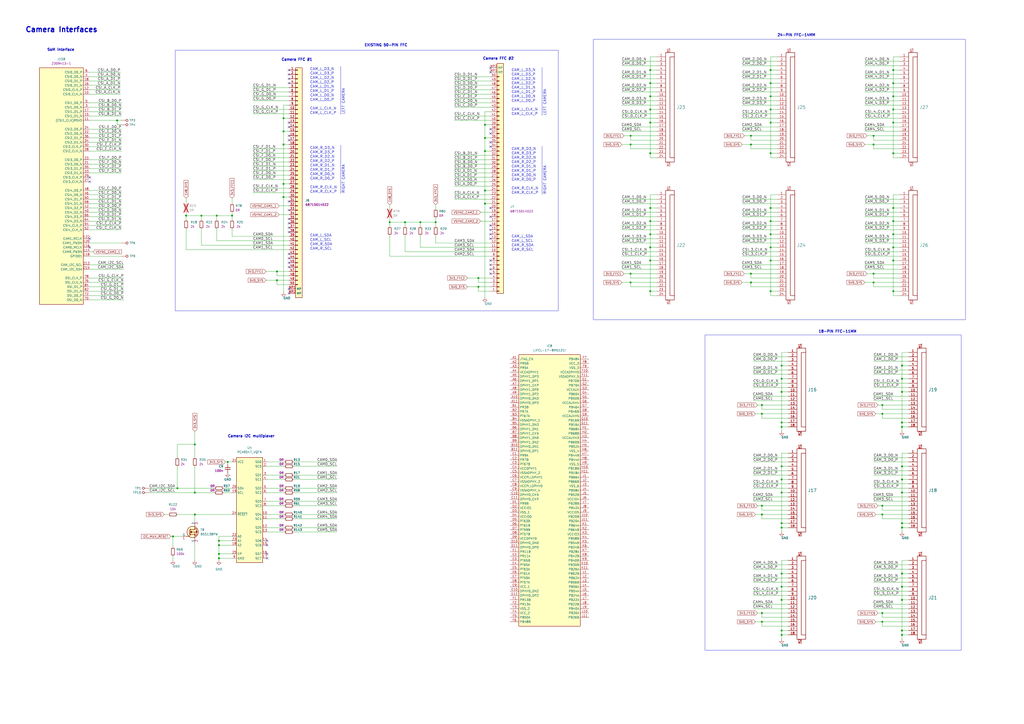
<source format=kicad_sch>
(kicad_sch (version 20231120) (generator "eeschema") (generator_version "8.0")
  (paper "A2")
  (title_block (title "Jetson Nano Baseboard") (date "2024-03-26") (rev "1.6.3") (company "Antmicro Ltd") (comment 1 "www.antmicro.com"))
  (lib_symbols
    (symbol "Altium_WR-FPC_rev22c:687118149022"
      (property "Reference" "J" (at 5.334 -4.826 0))
      (symbol "687118149022_1_0"
        (pin passive line (at -5.08 -2.54 0) (length 5.08) (name "1") (number "1"))
        (pin passive line (at -5.08 -25.4 0) (length 5.08) (name "10") (number "10"))
        (pin passive line (at -5.08 -27.94 0) (length 5.08) (name "11") (number "11"))
        (pin passive line (at -5.08 -30.48 0) (length 5.08) (name "12") (number "12"))
        (pin passive line (at -5.08 -33.02 0) (length 5.08) (name "13") (number "13"))
        (pin passive line (at -5.08 -35.56 0) (length 5.08) (name "14") (number "14"))
        (pin passive line (at -5.08 -38.1 0) (length 5.08) (name "15") (number "15"))
        (pin passive line (at -5.08 -40.64 0) (length 5.08) (name "16") (number "16"))
        (pin passive line (at -5.08 -43.18 0) (length 5.08) (name "17") (number "17"))
        (pin passive line (at -5.08 -45.72 0) (length 5.08) (name "18") (number "18"))
        (pin passive line (at -5.08 -5.08 0) (length 5.08) (name "2") (number "2"))
        (pin passive line (at -5.08 -7.62 0) (length 5.08) (name "3") (number "3"))
        (pin passive line (at -5.08 -10.16 0) (length 5.08) (name "4") (number "4"))
        (pin passive line (at -5.08 -12.7 0) (length 5.08) (name "5") (number "5"))
        (pin passive line (at -5.08 -15.24 0) (length 5.08) (name "6") (number "6"))
        (pin passive line (at -5.08 -17.78 0) (length 5.08) (name "7") (number "7"))
        (pin passive line (at -5.08 -20.32 0) (length 5.08) (name "8") (number "8"))
        (pin passive line (at -5.08 -22.86 0) (length 5.08) (name "9") (number "9"))
        (pin passive line (at 2.54 2.54 270) (length 2.54) (name "M1") (number "M1"))
        (pin passive line (at 2.54 -50.8 90) (length 2.54) (name "M2") (number "M2"))
      )
    )
    (symbol "Altium_WR-FPC_rev22c:687124182122"
      (property "Reference" "J" (at 5.334 -4.826 0))
      (symbol "687124182122_1_0"
        (pin passive line (at -5.08 -2.54 0) (length 5.08) (name "1") (number "1"))
        (pin passive line (at -5.08 -25.4 0) (length 5.08) (name "10") (number "10"))
        (pin passive line (at -5.08 -27.94 0) (length 5.08) (name "11") (number "11"))
        (pin passive line (at -5.08 -30.48 0) (length 5.08) (name "12") (number "12"))
        (pin passive line (at -5.08 -33.02 0) (length 5.08) (name "13") (number "13"))
        (pin passive line (at -5.08 -35.56 0) (length 5.08) (name "14") (number "14"))
        (pin passive line (at -5.08 -38.1 0) (length 5.08) (name "15") (number "15"))
        (pin passive line (at -5.08 -40.64 0) (length 5.08) (name "16") (number "16"))
        (pin passive line (at -5.08 -43.18 0) (length 5.08) (name "17") (number "17"))
        (pin passive line (at -5.08 -45.72 0) (length 5.08) (name "18") (number "18"))
        (pin passive line (at -5.08 -48.26 0) (length 5.08) (name "19") (number "19"))
        (pin passive line (at -5.08 -5.08 0) (length 5.08) (name "2") (number "2"))
        (pin passive line (at -5.08 -50.8 0) (length 5.08) (name "20") (number "20"))
        (pin passive line (at -5.08 -53.34 0) (length 5.08) (name "21") (number "21"))
        (pin passive line (at -5.08 -55.88 0) (length 5.08) (name "22") (number "22"))
        (pin passive line (at -5.08 -58.42 0) (length 5.08) (name "23") (number "23"))
        (pin passive line (at -5.08 -60.96 0) (length 5.08) (name "24") (number "24"))
        (pin passive line (at -5.08 -7.62 0) (length 5.08) (name "3") (number "3"))
        (pin passive line (at -5.08 -10.16 0) (length 5.08) (name "4") (number "4"))
        (pin passive line (at -5.08 -12.7 0) (length 5.08) (name "5") (number "5"))
        (pin passive line (at -5.08 -15.24 0) (length 5.08) (name "6") (number "6"))
        (pin passive line (at -5.08 -17.78 0) (length 5.08) (name "7") (number "7"))
        (pin passive line (at -5.08 -20.32 0) (length 5.08) (name "8") (number "8"))
        (pin passive line (at -5.08 -22.86 0) (length 5.08) (name "9") (number "9"))
        (pin passive line (at 2.54 2.54 270) (length 2.54) (name "M1") (number "M1"))
        (pin passive line (at 2.54 -66.04 90) (length 2.54) (name "M2") (number "M2"))
      )
    )
    (symbol "LIFCL-17-8MG121I:LIFCL-17-8MG121I"
      (property "Reference" "IC" (at 41.91 7.62 0))
      (property "Value" "LIFCL-17-8MG121I" (at 41.91 5.08 0))
      (symbol "LIFCL-17-8MG121I_1_1"
        (pin passive line (at 0 0 0) (length 5.08) (name "JTAG_EN") (number "A1"))
        (pin passive line (at 0 -22.86 0) (length 5.08) (name "DPHY0_DN3") (number "A10"))
        (pin passive line (at 0 -25.4 0) (length 5.08) (name "DPHY0_DP3") (number "A11"))
        (pin passive line (at 0 -2.54 0) (length 5.08) (name "PR5B") (number "A2"))
        (pin passive line (at 0 -5.08 0) (length 5.08) (name "PR5A") (number "A3"))
        (pin passive line (at 0 -7.62 0) (length 5.08) (name "VCCADPHY1") (number "A4"))
        (pin passive line (at 0 -10.16 0) (length 5.08) (name "DPHY1_DP3") (number "A5"))
        (pin passive line (at 0 -12.7 0) (length 5.08) (name "DPHY1_DP1") (number "A6"))
        (pin passive line (at 0 -15.24 0) (length 5.08) (name "DPHY1_CKP") (number "A7"))
        (pin passive line (at 0 -17.78 0) (length 5.08) (name "DPHY1_DP0") (number "A8"))
        (pin passive line (at 0 -20.32 0) (length 5.08) (name "DPHY1_DP2") (number "A9"))
        (pin passive line (at 0 -27.94 0) (length 5.08) (name "PR3B") (number "B1"))
        (pin passive line (at 0 -50.8 0) (length 5.08) (name "DPHY0_DN1") (number "B10"))
        (pin passive line (at 0 -53.34 0) (length 5.08) (name "DPHY0_DP1") (number "B11"))
        (pin passive line (at 0 -30.48 0) (length 5.08) (name "PR7A") (number "B2"))
        (pin passive line (at 0 -33.02 0) (length 5.08) (name "PT67A") (number "B3"))
        (pin passive line (at 0 -35.56 0) (length 5.08) (name "VSSADPHY_1") (number "B4"))
        (pin passive line (at 0 -38.1 0) (length 5.08) (name "DPHY1_DN3") (number "B5"))
        (pin passive line (at 0 -40.64 0) (length 5.08) (name "DPHY1_DN1") (number "B6"))
        (pin passive line (at 0 -43.18 0) (length 5.08) (name "DPHY1_CKN") (number "B7"))
        (pin passive line (at 0 -45.72 0) (length 5.08) (name "DPHY1_DN0") (number "B8"))
        (pin passive line (at 0 -48.26 0) (length 5.08) (name "DPHY1_DN2") (number "B9"))
        (pin passive line (at 0 -55.88 0) (length 5.08) (name "PR9A") (number "C1"))
        (pin passive line (at 0 -78.74 0) (length 5.08) (name "DPHY0_CKN") (number "C10"))
        (pin passive line (at 0 -81.28 0) (length 5.08) (name "DPHY0_CKP") (number "C11"))
        (pin passive line (at 0 -58.42 0) (length 5.08) (name "PR7B") (number "C2"))
        (pin passive line (at 0 -60.96 0) (length 5.08) (name "PT67B") (number "C3"))
        (pin passive line (at 0 -63.5 0) (length 5.08) (name "VCCDPHY1") (number "C4"))
        (pin passive line (at 0 -66.04 0) (length 5.08) (name "VSSADPHY_2") (number "C5"))
        (pin passive line (at 0 -68.58 0) (length 5.08) (name "VCCPLLDPHY1") (number "C6"))
        (pin passive line (at 0 -71.12 0) (length 5.08) (name "VSSADPHY_3") (number "C7"))
        (pin passive line (at 0 -73.66 0) (length 5.08) (name "VCCPLLDPHY0") (number "C8"))
        (pin passive line (at 0 -76.2 0) (length 5.08) (name "VSSADPHY_4") (number "C9"))
        (pin passive line (at 0 -83.82 0) (length 5.08) (name "PR9B") (number "D1"))
        (pin passive line (at 0 -106.68 0) (length 5.08) (name "DPHY0_DN0") (number "D10"))
        (pin passive line (at 0 -109.22 0) (length 5.08) (name "DPHY0_DP0") (number "D11"))
        (pin passive line (at 0 -86.36 0) (length 5.08) (name "VCCIO1") (number "D2"))
        (pin passive line (at 0 -88.9 0) (length 5.08) (name "VSS_1") (number "D3"))
        (pin passive line (at 0 -91.44 0) (length 5.08) (name "VCCIO0") (number "D4"))
        (pin passive line (at 0 -93.98 0) (length 5.08) (name "PT63B") (number "D5"))
        (pin passive line (at 0 -96.52 0) (length 5.08) (name "PT61B") (number "D6"))
        (pin passive line (at 0 -99.06 0) (length 5.08) (name "PT59B") (number "D7"))
        (pin passive line (at 0 -101.6 0) (length 5.08) (name "PT57B") (number "D8"))
        (pin passive line (at 0 -104.14 0) (length 5.08) (name "VCCDPHY0") (number "D9"))
        (pin passive line (at 0 -111.76 0) (length 5.08) (name "PR11B") (number "E1"))
        (pin passive line (at 0 -134.62 0) (length 5.08) (name "DPHY0_DN2") (number "E10"))
        (pin passive line (at 0 -137.16 0) (length 5.08) (name "DPHY0_DP2") (number "E11"))
        (pin passive line (at 0 -114.3 0) (length 5.08) (name "PR11A") (number "E2"))
        (pin passive line (at 0 -116.84 0) (length 5.08) (name "PT65B") (number "E3"))
        (pin passive line (at 0 -119.38 0) (length 5.08) (name "PT65A") (number "E4"))
        (pin passive line (at 0 -121.92 0) (length 5.08) (name "PT63A") (number "E5"))
        (pin passive line (at 0 -124.46 0) (length 5.08) (name "PT61A") (number "E6"))
        (pin passive line (at 0 -127 0) (length 5.08) (name "PT59A") (number "E7"))
        (pin passive line (at 0 -129.54 0) (length 5.08) (name "PT57A") (number "E8"))
        (pin passive line (at 0 -132.08 0) (length 5.08) (name "VCC_1") (number "E9"))
        (pin passive line (at 0 -139.7 0) (length 5.08) (name "PR13B") (number "F1"))
        (pin passive line (at 45.72 -7.62 180) (length 5.08) (name "VCCADPHY0") (number "F10"))
        (pin passive line (at 45.72 -10.16 180) (length 5.08) (name "VSSADPHY_5") (number "F11"))
        (pin passive line (at 0 -142.24 0) (length 5.08) (name "PR13A") (number "F2"))
        (pin passive line (at 0 -144.78 0) (length 5.08) (name "VSS_2") (number "F3"))
        (pin passive line (at 0 -147.32 0) (length 5.08) (name "VCC_2") (number "F4"))
        (pin passive line (at 0 -149.86 0) (length 5.08) (name "PB50A") (number "F5"))
        (pin passive line (at 0 -152.4 0) (length 5.08) (name "PB48B") (number "F6"))
        (pin passive line (at 45.72 0 180) (length 5.08) (name "PB48A") (number "F7"))
        (pin passive line (at 45.72 -2.54 180) (length 5.08) (name "VCC_3") (number "F8"))
        (pin passive line (at 45.72 -5.08 180) (length 5.08) (name "VSS_3") (number "F9"))
        (pin passive line (at 45.72 -12.7 180) (length 5.08) (name "PB70B") (number "G1"))
        (pin passive line (at 45.72 -35.56 180) (length 5.08) (name "PB16B") (number "G10"))
        (pin passive line (at 45.72 -38.1 180) (length 5.08) (name "PB16A") (number "G11"))
        (pin passive line (at 45.72 -15.24 180) (length 5.08) (name "PB70A") (number "G2"))
        (pin passive line (at 45.72 -17.78 180) (length 5.08) (name "VCCAUX") (number "G3"))
        (pin passive line (at 45.72 -20.32 180) (length 5.08) (name "PB60A") (number "G4"))
        (pin passive line (at 45.72 -22.86 180) (length 5.08) (name "PB50B") (number "G5"))
        (pin passive line (at 45.72 -25.4 180) (length 5.08) (name "VCCAUXH4") (number "G6"))
        (pin passive line (at 45.72 -27.94 180) (length 5.08) (name "PB46A") (number "G7"))
        (pin passive line (at 45.72 -30.48 180) (length 5.08) (name "PB46B") (number "G8"))
        (pin passive line (at 45.72 -33.02 180) (length 5.08) (name "VCCAUXH5") (number "G9"))
        (pin passive line (at 45.72 -40.64 180) (length 5.08) (name "PB68A") (number "H1"))
        (pin passive line (at 45.72 -63.5 180) (length 5.08) (name "PB18B") (number "H10"))
        (pin passive line (at 45.72 -66.04 180) (length 5.08) (name "PB18A") (number "H11"))
        (pin passive line (at 45.72 -43.18 180) (length 5.08) (name "PB68B") (number "H2"))
        (pin passive line (at 45.72 -45.72 180) (length 5.08) (name "VCCAUXH3") (number "H3"))
        (pin passive line (at 45.72 -48.26 180) (length 5.08) (name "PB60B") (number "H4"))
        (pin passive line (at 45.72 -50.8 180) (length 5.08) (name "PB52A") (number "H5"))
        (pin passive line (at 45.72 -53.34 180) (length 5.08) (name "VSS_4") (number "H6"))
        (pin passive line (at 45.72 -55.88 180) (length 5.08) (name "PB44B") (number "H7"))
        (pin passive line (at 45.72 -58.42 180) (length 5.08) (name "PB44A") (number "H8"))
        (pin passive line (at 45.72 -60.96 180) (length 5.08) (name "VSS_5") (number "H9"))
        (pin passive line (at 45.72 -68.58 180) (length 5.08) (name "PB66A") (number "J1"))
        (pin passive line (at 45.72 -91.44 180) (length 5.08) (name "PB20B") (number "J10"))
        (pin passive line (at 45.72 -93.98 180) (length 5.08) (name "PB20A") (number "J11"))
        (pin passive line (at 45.72 -71.12 180) (length 5.08) (name "PB66B") (number "J2"))
        (pin passive line (at 45.72 -73.66 180) (length 5.08) (name "VSS_6") (number "J3"))
        (pin passive line (at 45.72 -76.2 180) (length 5.08) (name "PB58A") (number "J4"))
        (pin passive line (at 45.72 -78.74 180) (length 5.08) (name "PB52B") (number "J5"))
        (pin passive line (at 45.72 -81.28 180) (length 5.08) (name "VCCIO4") (number "J6"))
        (pin passive line (at 45.72 -83.82 180) (length 5.08) (name "PB28B") (number "J7"))
        (pin passive line (at 45.72 -86.36 180) (length 5.08) (name "PB42A") (number "J8"))
        (pin passive line (at 45.72 -88.9 180) (length 5.08) (name "VCCIO5") (number "J9"))
        (pin passive line (at 45.72 -96.52 180) (length 5.08) (name "PB64A") (number "K1"))
        (pin passive line (at 45.72 -119.38 180) (length 5.08) (name "PB30B") (number "K10"))
        (pin passive line (at 45.72 -121.92 180) (length 5.08) (name "PB26A") (number "K11"))
        (pin passive line (at 45.72 -99.06 180) (length 5.08) (name "PB64B") (number "K2"))
        (pin passive line (at 45.72 -101.6 180) (length 5.08) (name "VCCIO3") (number "K3"))
        (pin passive line (at 45.72 -104.14 180) (length 5.08) (name "PB58B") (number "K4"))
        (pin passive line (at 45.72 -106.68 180) (length 5.08) (name "PB54B") (number "K5"))
        (pin passive line (at 45.72 -109.22 180) (length 5.08) (name "PB24B") (number "K6"))
        (pin passive line (at 45.72 -111.76 180) (length 5.08) (name "PB28A") (number "K7"))
        (pin passive line (at 45.72 -114.3 180) (length 5.08) (name "PB42B") (number "K8"))
        (pin passive line (at 45.72 -116.84 180) (length 5.08) (name "PB40B") (number "K9"))
        (pin passive line (at 45.72 -124.46 180) (length 5.08) (name "PB62B") (number "L1"))
        (pin passive line (at 45.72 -147.32 180) (length 5.08) (name "PB30A") (number "L10"))
        (pin passive line (at 45.72 -149.86 180) (length 5.08) (name "PB26B") (number "L11"))
        (pin passive line (at 45.72 -127 180) (length 5.08) (name "PB62A") (number "L2"))
        (pin passive line (at 45.72 -129.54 180) (length 5.08) (name "PB56B") (number "L3"))
        (pin passive line (at 45.72 -132.08 180) (length 5.08) (name "PB56A") (number "L4"))
        (pin passive line (at 45.72 -134.62 180) (length 5.08) (name "PB54A") (number "L5"))
        (pin passive line (at 45.72 -137.16 180) (length 5.08) (name "PB24A") (number "L6"))
        (pin passive line (at 45.72 -139.7 180) (length 5.08) (name "PB22A") (number "L7"))
        (pin passive line (at 45.72 -142.24 180) (length 5.08) (name "PB22B") (number "L8"))
        (pin passive line (at 45.72 -144.78 180) (length 5.08) (name "PB40A") (number "L9"))
      )
    )
    (symbol "antmicroCapacitors0402:C_100n_0402" (pin_numbers hide) (pin_names hide)
      (property "Reference" "C" (at 20.32 -5.08 0))
      (property "Val" "100n" (at 20.32 -7.62 0))
      (symbol "C_100n_0402_1_1"
        (pin passive line (at 0 0 0) (length 2.032) (name "~") (number "1"))
        (pin passive line (at 5.08 0 180) (length 2.032) (name "~") (number "2"))
      )
    )
    (symbol "antmicroFCCConnectors:Conn_FFC_WE_68715014022"
      (property "Reference" "J" (at 19.05 -5.08 0))
      (property "Value" "Conn_FFC_WE_68715014022" (at 19.05 -7.62 0))
      (symbol "Conn_FFC_WE_68715014022_1_1"
        (pin passive line (at 0 0 0) (length 3.81) (name "~") (number "1"))
        (pin passive line (at 0 -22.86 0) (length 3.81) (name "~") (number "10"))
        (pin passive line (at 0 -25.4 0) (length 3.81) (name "~") (number "11"))
        (pin passive line (at 0 -27.94 0) (length 3.81) (name "~") (number "12"))
        (pin passive line (at 0 -30.48 0) (length 3.81) (name "~") (number "13"))
        (pin passive line (at 0 -33.02 0) (length 3.81) (name "~") (number "14"))
        (pin passive line (at 0 -35.56 0) (length 3.81) (name "~") (number "15"))
        (pin passive line (at 0 -38.1 0) (length 3.81) (name "~") (number "16"))
        (pin passive line (at 0 -40.64 0) (length 3.81) (name "~") (number "17"))
        (pin passive line (at 0 -43.18 0) (length 3.81) (name "~") (number "18"))
        (pin passive line (at 0 -45.72 0) (length 3.81) (name "~") (number "19"))
        (pin passive line (at 0 -2.54 0) (length 3.81) (name "~") (number "2"))
        (pin passive line (at 0 -48.26 0) (length 3.81) (name "~") (number "20"))
        (pin passive line (at 0 -50.8 0) (length 3.81) (name "~") (number "21"))
        (pin passive line (at 0 -53.34 0) (length 3.81) (name "~") (number "22"))
        (pin passive line (at 0 -55.88 0) (length 3.81) (name "~") (number "23"))
        (pin passive line (at 0 -58.42 0) (length 3.81) (name "~") (number "24"))
        (pin passive line (at 0 -60.96 0) (length 3.81) (name "~") (number "25"))
        (pin passive line (at 0 -63.5 0) (length 3.81) (name "~") (number "26"))
        (pin passive line (at 0 -66.04 0) (length 3.81) (name "~") (number "27"))
        (pin passive line (at 0 -68.58 0) (length 3.81) (name "~") (number "28"))
        (pin passive line (at 0 -71.12 0) (length 3.81) (name "~") (number "29"))
        (pin passive line (at 0 -5.08 0) (length 3.81) (name "~") (number "3"))
        (pin passive line (at 0 -73.66 0) (length 3.81) (name "~") (number "30"))
        (pin passive line (at 0 -76.2 0) (length 3.81) (name "~") (number "31"))
        (pin passive line (at 0 -78.74 0) (length 3.81) (name "~") (number "32"))
        (pin passive line (at 0 -81.28 0) (length 3.81) (name "~") (number "33"))
        (pin passive line (at 0 -83.82 0) (length 3.81) (name "~") (number "34"))
        (pin passive line (at 0 -86.36 0) (length 3.81) (name "~") (number "35"))
        (pin passive line (at 0 -88.9 0) (length 3.81) (name "~") (number "36"))
        (pin passive line (at 0 -91.44 0) (length 3.81) (name "~") (number "37"))
        (pin passive line (at 0 -93.98 0) (length 3.81) (name "~") (number "38"))
        (pin passive line (at 0 -96.52 0) (length 3.81) (name "~") (number "39"))
        (pin passive line (at 0 -7.62 0) (length 3.81) (name "~") (number "4"))
        (pin passive line (at 0 -99.06 0) (length 3.81) (name "~") (number "40"))
        (pin passive line (at 0 -101.6 0) (length 3.81) (name "~") (number "41"))
        (pin passive line (at 0 -104.14 0) (length 3.81) (name "~") (number "42"))
        (pin passive line (at 0 -106.68 0) (length 3.81) (name "~") (number "43"))
        (pin passive line (at 0 -109.22 0) (length 3.81) (name "~") (number "44"))
        (pin passive line (at 0 -111.76 0) (length 3.81) (name "~") (number "45"))
        (pin passive line (at 0 -114.3 0) (length 3.81) (name "~") (number "46"))
        (pin passive line (at 0 -116.84 0) (length 3.81) (name "~") (number "47"))
        (pin passive line (at 0 -119.38 0) (length 3.81) (name "~") (number "48"))
        (pin passive line (at 0 -121.92 0) (length 3.81) (name "~") (number "49"))
        (pin passive line (at 0 -10.16 0) (length 3.81) (name "~") (number "5"))
        (pin passive line (at 0 -124.46 0) (length 3.81) (name "~") (number "50"))
        (pin passive line (at 0 -12.7 0) (length 3.81) (name "~") (number "6"))
        (pin passive line (at 0 -15.24 0) (length 3.81) (name "~") (number "7"))
        (pin passive line (at 0 -17.78 0) (length 3.81) (name "~") (number "8"))
        (pin passive line (at 0 -20.32 0) (length 3.81) (name "~") (number "9"))
        (pin passive line (at 0 -127 0) (length 3.81) (name "MP") (number "MP1"))
        (pin passive line (at 0 -129.54 0) (length 3.81) (name "MP") (number "MP2"))
      )
    )
    (symbol "antmicroFCCConnectors:Conn_FFC_WE_68715014522"
      (property "Reference" "J" (at 19.05 -5.08 0))
      (property "Value" "Conn_FFC_WE_68715014522" (at 19.05 -7.62 0))
      (symbol "Conn_FFC_WE_68715014522_1_1"
        (pin passive line (at 0 0 0) (length 3.81) (name "~") (number "1"))
        (pin passive line (at 0 -22.86 0) (length 3.81) (name "~") (number "10"))
        (pin passive line (at 0 -25.4 0) (length 3.81) (name "~") (number "11"))
        (pin passive line (at 0 -27.94 0) (length 3.81) (name "~") (number "12"))
        (pin passive line (at 0 -30.48 0) (length 3.81) (name "~") (number "13"))
        (pin passive line (at 0 -33.02 0) (length 3.81) (name "~") (number "14"))
        (pin passive line (at 0 -35.56 0) (length 3.81) (name "~") (number "15"))
        (pin passive line (at 0 -38.1 0) (length 3.81) (name "~") (number "16"))
        (pin passive line (at 0 -40.64 0) (length 3.81) (name "~") (number "17"))
        (pin passive line (at 0 -43.18 0) (length 3.81) (name "~") (number "18"))
        (pin passive line (at 0 -45.72 0) (length 3.81) (name "~") (number "19"))
        (pin passive line (at 0 -2.54 0) (length 3.81) (name "~") (number "2"))
        (pin passive line (at 0 -48.26 0) (length 3.81) (name "~") (number "20"))
        (pin passive line (at 0 -50.8 0) (length 3.81) (name "~") (number "21"))
        (pin passive line (at 0 -53.34 0) (length 3.81) (name "~") (number "22"))
        (pin passive line (at 0 -55.88 0) (length 3.81) (name "~") (number "23"))
        (pin passive line (at 0 -58.42 0) (length 3.81) (name "~") (number "24"))
        (pin passive line (at 0 -60.96 0) (length 3.81) (name "~") (number "25"))
        (pin passive line (at 0 -63.5 0) (length 3.81) (name "~") (number "26"))
        (pin passive line (at 0 -66.04 0) (length 3.81) (name "~") (number "27"))
        (pin passive line (at 0 -68.58 0) (length 3.81) (name "~") (number "28"))
        (pin passive line (at 0 -71.12 0) (length 3.81) (name "~") (number "29"))
        (pin passive line (at 0 -5.08 0) (length 3.81) (name "~") (number "3"))
        (pin passive line (at 0 -73.66 0) (length 3.81) (name "~") (number "30"))
        (pin passive line (at 0 -76.2 0) (length 3.81) (name "~") (number "31"))
        (pin passive line (at 0 -78.74 0) (length 3.81) (name "~") (number "32"))
        (pin passive line (at 0 -81.28 0) (length 3.81) (name "~") (number "33"))
        (pin passive line (at 0 -83.82 0) (length 3.81) (name "~") (number "34"))
        (pin passive line (at 0 -86.36 0) (length 3.81) (name "~") (number "35"))
        (pin passive line (at 0 -88.9 0) (length 3.81) (name "~") (number "36"))
        (pin passive line (at 0 -91.44 0) (length 3.81) (name "~") (number "37"))
        (pin passive line (at 0 -93.98 0) (length 3.81) (name "~") (number "38"))
        (pin passive line (at 0 -96.52 0) (length 3.81) (name "~") (number "39"))
        (pin passive line (at 0 -7.62 0) (length 3.81) (name "~") (number "4"))
        (pin passive line (at 0 -99.06 0) (length 3.81) (name "~") (number "40"))
        (pin passive line (at 0 -101.6 0) (length 3.81) (name "~") (number "41"))
        (pin passive line (at 0 -104.14 0) (length 3.81) (name "~") (number "42"))
        (pin passive line (at 0 -106.68 0) (length 3.81) (name "~") (number "43"))
        (pin passive line (at 0 -109.22 0) (length 3.81) (name "~") (number "44"))
        (pin passive line (at 0 -111.76 0) (length 3.81) (name "~") (number "45"))
        (pin passive line (at 0 -114.3 0) (length 3.81) (name "~") (number "46"))
        (pin passive line (at 0 -116.84 0) (length 3.81) (name "~") (number "47"))
        (pin passive line (at 0 -119.38 0) (length 3.81) (name "~") (number "48"))
        (pin passive line (at 0 -121.92 0) (length 3.81) (name "~") (number "49"))
        (pin passive line (at 0 -10.16 0) (length 3.81) (name "~") (number "5"))
        (pin passive line (at 0 -124.46 0) (length 3.81) (name "~") (number "50"))
        (pin passive line (at 0 -12.7 0) (length 3.81) (name "~") (number "6"))
        (pin passive line (at 0 -15.24 0) (length 3.81) (name "~") (number "7"))
        (pin passive line (at 0 -17.78 0) (length 3.81) (name "~") (number "8"))
        (pin passive line (at 0 -20.32 0) (length 3.81) (name "~") (number "9"))
        (pin passive line (at 0 -127 0) (length 3.81) (name "MP") (number "MP1"))
        (pin passive line (at 0 -129.54 0) (length 3.81) (name "MP") (number "MP2"))
      )
    )
    (symbol "antmicroLogicSignalSwitchesMultiplexersDecoders:PCA9547_VQFN"
      (property "Reference" "U" (at 35.56 -2.54 0))
      (property "Value" "PCA9547_VQFN" (at 35.56 -5.08 0))
      (symbol "PCA9547_VQFN_1_1"
        (pin bidirectional line (at 20.32 0 180) (length 2.54) (name "SD0") (number "1"))
        (pin bidirectional line (at 20.32 -30.48 180) (length 2.54) (name "SD4") (number "10"))
        (pin bidirectional line (at 20.32 -33.02 180) (length 2.54) (name "SC4") (number "11"))
        (pin bidirectional line (at 20.32 -38.1 180) (length 2.54) (name "SD5") (number "12"))
        (pin bidirectional line (at 20.32 -40.64 180) (length 2.54) (name "SC5") (number "13"))
        (pin bidirectional line (at 20.32 -45.72 180) (length 2.54) (name "SD6") (number "14"))
        (pin bidirectional line (at 20.32 -48.26 180) (length 2.54) (name "SC6") (number "15"))
        (pin bidirectional line (at 20.32 -53.34 180) (length 2.54) (name "SD7") (number "16"))
        (pin bidirectional line (at 20.32 -55.88 180) (length 2.54) (name "SC7") (number "17"))
        (pin input line (at 0 -48.26 0) (length 2.54) (name "A2") (number "18"))
        (pin bidirectional line (at 0 -17.78 0) (length 2.54) (name "SCL") (number "19"))
        (pin bidirectional line (at 20.32 -2.54 180) (length 2.54) (name "SC0") (number "2"))
        (pin bidirectional line (at 0 -15.24 0) (length 2.54) (name "SDA") (number "20"))
        (pin power_in line (at 0 0 0) (length 2.54) (name "VCC") (number "21"))
        (pin input line (at 0 -43.18 0) (length 2.54) (name "A0") (number "22"))
        (pin input line (at 0 -45.72 0) (length 2.54) (name "A1") (number "23"))
        (pin input line (at 0 -30.48 0) (length 2.54) (name "~{RESET}") (number "24"))
        (pin power_in line (at 0 -53.34 0) (length 2.54) (name "EP") (number "25"))
        (pin bidirectional line (at 20.32 -7.62 180) (length 2.54) (name "SD1") (number "3"))
        (pin bidirectional line (at 20.32 -10.16 180) (length 2.54) (name "SC1") (number "4"))
        (pin bidirectional line (at 20.32 -15.24 180) (length 2.54) (name "SD2") (number "5"))
        (pin bidirectional line (at 20.32 -17.78 180) (length 2.54) (name "SC2") (number "6"))
        (pin bidirectional line (at 20.32 -22.86 180) (length 2.54) (name "SD3") (number "7"))
        (pin bidirectional line (at 20.32 -25.4 180) (length 2.54) (name "SC3") (number "8"))
        (pin power_in line (at 0 -55.88 0) (length 2.54) (name "GND") (number "9"))
      )
    )
    (symbol "antmicroResistors0402:R_0R_0402" (pin_numbers hide) (pin_names hide)
      (property "Reference" "R" (at 20.32 -5.08 0))
      (property "Val" "0R" (at 20.32 -7.62 0))
      (property "Current" "1A" (at 20.32 -30.48 0))
      (symbol "R_0R_0402_1_1"
        (pin passive line (at 0 0 0) (length 0.635) (name "~") (number "1"))
        (pin passive line (at 5.08 0 180) (length 0.635) (name "~") (number "2"))
      )
    )
    (symbol "antmicroResistors0402:R_100k_0402" (pin_numbers hide) (pin_names hide)
      (property "Reference" "R" (at 20.32 -5.08 0))
      (property "Val" "100k" (at 20.32 -7.62 0))
      (symbol "R_100k_0402_1_1"
        (pin passive line (at 0 0 0) (length 0.635) (name "~") (number "1"))
        (pin passive line (at 5.08 0 180) (length 0.635) (name "~") (number "2"))
      )
    )
    (symbol "antmicroResistors0402:R_10k_0402" (pin_numbers hide) (pin_names hide)
      (property "Reference" "R" (at 20.32 -5.08 0))
      (property "Val" "10k" (at 20.32 -7.62 0))
      (symbol "R_10k_0402_1_1"
        (pin passive line (at 0 0 0) (length 0.635) (name "~") (number "1"))
        (pin passive line (at 5.08 0 180) (length 0.635) (name "~") (number "2"))
      )
    )
    (symbol "antmicroResistors0402:R_2k_0402" (pin_numbers hide) (pin_names hide)
      (property "Reference" "R" (at 20.32 -5.08 0))
      (property "Val" "2k" (at 20.32 -7.62 0))
      (symbol "R_2k_0402_1_1"
        (pin passive line (at 0 0 0) (length 0.635) (name "~") (number "1"))
        (pin passive line (at 5.08 0 180) (length 0.635) (name "~") (number "2"))
      )
    )
    (symbol "antmicroSoMConnectors:Bus_DDR4_SODIMM_CUSTOM_Jetson-Nano-H9.2mm-socket"
      (property "Reference" "A" (at 3.81 24.13 0))
      (property "Value" "Bus_DDR4_SODIMM_CUSTOM_Jetson-Nano-H9.2mm-socket" (at 3.81 21.59 0))
      (symbol "Bus_DDR4_SODIMM_CUSTOM_Jetson-Nano-H9.2mm-socket_1_1"
        (pin passive line (at 0 -20.32 0) (length 3.81) (name "GND") (number "1"))
        (pin passive line (at 0 -20.32 0) (length 3.81) hide (name "GND") (number "102"))
        (pin passive line (at 0 -20.32 0) (length 3.81) hide (name "GND") (number "107"))
        (pin passive line (at 0 -20.32 0) (length 3.81) hide (name "GND") (number "113"))
        (pin passive line (at 0 -20.32 0) (length 3.81) hide (name "GND") (number "119"))
        (pin passive line (at 0 -20.32 0) (length 3.81) hide (name "GND") (number "125"))
        (pin passive line (at 0 -20.32 0) (length 3.81) hide (name "GND") (number "129"))
        (pin passive line (at 0 -20.32 0) (length 3.81) hide (name "GND") (number "13"))
        (pin passive line (at 0 -20.32 0) (length 3.81) hide (name "GND") (number "132"))
        (pin passive line (at 0 -20.32 0) (length 3.81) hide (name "GND") (number "135"))
        (pin passive line (at 0 -20.32 0) (length 3.81) hide (name "GND") (number "138"))
        (pin passive line (at 0 -20.32 0) (length 3.81) hide (name "GND") (number "14"))
        (pin passive line (at 0 -20.32 0) (length 3.81) hide (name "GND") (number "141"))
        (pin passive line (at 0 -20.32 0) (length 3.81) hide (name "GND") (number "144"))
        (pin passive line (at 0 -20.32 0) (length 3.81) hide (name "GND") (number "146"))
        (pin passive line (at 0 -20.32 0) (length 3.81) hide (name "GND") (number "147"))
        (pin passive line (at 0 -20.32 0) (length 3.81) hide (name "GND") (number "152"))
        (pin passive line (at 0 -20.32 0) (length 3.81) hide (name "GND") (number "153"))
        (pin passive line (at 0 -20.32 0) (length 3.81) hide (name "GND") (number "158"))
        (pin passive line (at 0 -20.32 0) (length 3.81) hide (name "GND") (number "159"))
        (pin passive line (at 0 -20.32 0) (length 3.81) hide (name "GND") (number "164"))
        (pin passive line (at 0 -20.32 0) (length 3.81) hide (name "GND") (number "165"))
        (pin passive line (at 0 -20.32 0) (length 3.81) hide (name "GND") (number "170"))
        (pin passive line (at 0 -20.32 0) (length 3.81) hide (name "GND") (number "171"))
        (pin passive line (at 0 -20.32 0) (length 3.81) hide (name "GND") (number "176"))
        (pin passive line (at 0 -20.32 0) (length 3.81) hide (name "GND") (number "177"))
        (pin passive line (at 0 -20.32 0) (length 3.81) hide (name "GND") (number "19"))
        (pin passive line (at 0 -20.32 0) (length 3.81) hide (name "GND") (number "2"))
        (pin passive line (at 0 -20.32 0) (length 3.81) hide (name "GND") (number "20"))
        (pin passive line (at 0 -20.32 0) (length 3.81) hide (name "GND") (number "200"))
        (pin passive line (at 0 -20.32 0) (length 3.81) hide (name "GND") (number "201"))
        (pin passive line (at 33.02 -20.32 180) (length 3.81) (name "GPIO08") (number "208"))
        (pin passive line (at 33.02 -10.16 180) (length 3.81) (name "~{FORCE_RECOVERY}") (number "214"))
        (pin passive line (at 0 -20.32 0) (length 3.81) hide (name "GND") (number "217"))
        (pin passive line (at 33.02 -17.78 180) (length 3.81) (name "GPIO14") (number "230"))
        (pin passive line (at 0 -20.32 0) (length 3.81) hide (name "GND") (number "231"))
        (pin passive line (at 33.02 -2.54 180) (length 3.81) (name "~{SHUTDOWN_REQ}") (number "233"))
        (pin passive line (at 33.02 -5.08 180) (length 3.81) (name "PMIC_BBAT") (number "235"))
        (pin passive line (at 33.02 0 180) (length 3.81) (name "POWER_EN") (number "237"))
        (pin passive line (at 33.02 -7.62 180) (length 3.81) (name "~{SYS_RESET}") (number "239"))
        (pin passive line (at 33.02 -12.7 180) (length 3.81) (name "SLEEP/~{WAKE}") (number "240"))
        (pin passive line (at 0 -20.32 0) (length 3.81) hide (name "GND") (number "241"))
        (pin passive line (at 0 -20.32 0) (length 3.81) hide (name "GND") (number "242"))
        (pin passive line (at 0 -20.32 0) (length 3.81) hide (name "GND") (number "243"))
        (pin passive line (at 0 -20.32 0) (length 3.81) hide (name "GND") (number "244"))
        (pin passive line (at 0 -20.32 0) (length 3.81) hide (name "GND") (number "245"))
        (pin passive line (at 0 -20.32 0) (length 3.81) hide (name "GND") (number "246"))
        (pin passive line (at 0 -20.32 0) (length 3.81) hide (name "GND") (number "247"))
        (pin passive line (at 0 -20.32 0) (length 3.81) hide (name "GND") (number "248"))
        (pin passive line (at 0 -20.32 0) (length 3.81) hide (name "GND") (number "249"))
        (pin passive line (at 0 -20.32 0) (length 3.81) hide (name "GND") (number "25"))
        (pin passive line (at 0 -20.32 0) (length 3.81) hide (name "GND") (number "250"))
        (pin passive line (at 0 0 0) (length 3.81) (name "VDD_IN") (number "251"))
        (pin passive line (at 0 0 0) (length 3.81) hide (name "VDD_IN") (number "252"))
        (pin passive line (at 0 0 0) (length 3.81) hide (name "VDD_IN") (number "253"))
        (pin passive line (at 0 0 0) (length 3.81) hide (name "VDD_IN") (number "254"))
        (pin passive line (at 0 0 0) (length 3.81) hide (name "VDD_IN") (number "255"))
        (pin passive line (at 0 0 0) (length 3.81) hide (name "VDD_IN") (number "256"))
        (pin passive line (at 0 0 0) (length 3.81) hide (name "VDD_IN") (number "257"))
        (pin passive line (at 0 0 0) (length 3.81) hide (name "VDD_IN") (number "258"))
        (pin passive line (at 0 0 0) (length 3.81) hide (name "VDD_IN") (number "259"))
        (pin passive line (at 0 -20.32 0) (length 3.81) hide (name "GND") (number "26"))
        (pin passive line (at 0 0 0) (length 3.81) hide (name "VDD_IN") (number "260"))
        (pin passive line (at 0 -17.78 0) (length 3.81) (name "MNT") (number "261"))
        (pin passive line (at 0 -17.78 0) (length 3.81) hide (name "MNT") (number "262"))
        (pin passive line (at 0 -20.32 0) (length 3.81) hide (name "GND") (number "31"))
        (pin passive line (at 0 -20.32 0) (length 3.81) hide (name "GND") (number "32"))
        (pin passive line (at 0 -20.32 0) (length 3.81) hide (name "GND") (number "37"))
        (pin passive line (at 0 -20.32 0) (length 3.81) hide (name "GND") (number "38"))
        (pin passive line (at 0 -20.32 0) (length 3.81) hide (name "GND") (number "43"))
        (pin passive line (at 0 -20.32 0) (length 3.81) hide (name "GND") (number "44"))
        (pin passive line (at 0 -20.32 0) (length 3.81) hide (name "GND") (number "49"))
        (pin passive line (at 0 -20.32 0) (length 3.81) hide (name "GND") (number "50"))
        (pin passive line (at 0 -20.32 0) (length 3.81) hide (name "GND") (number "55"))
        (pin passive line (at 0 -20.32 0) (length 3.81) hide (name "GND") (number "56"))
        (pin passive line (at 0 -20.32 0) (length 3.81) hide (name "GND") (number "61"))
        (pin passive line (at 0 -20.32 0) (length 3.81) hide (name "GND") (number "62"))
        (pin passive line (at 0 -20.32 0) (length 3.81) hide (name "GND") (number "67"))
        (pin passive line (at 0 -20.32 0) (length 3.81) hide (name "GND") (number "68"))
        (pin passive line (at 0 -20.32 0) (length 3.81) hide (name "GND") (number "7"))
        (pin passive line (at 0 -20.32 0) (length 3.81) hide (name "GND") (number "73"))
        (pin passive line (at 0 -20.32 0) (length 3.81) hide (name "GND") (number "74"))
        (pin passive line (at 0 -20.32 0) (length 3.81) hide (name "GND") (number "79"))
        (pin passive line (at 0 -20.32 0) (length 3.81) hide (name "GND") (number "8"))
        (pin passive line (at 0 -20.32 0) (length 3.81) hide (name "GND") (number "80"))
        (pin passive line (at 0 -20.32 0) (length 3.81) hide (name "GND") (number "85"))
        (pin passive line (at 0 -20.32 0) (length 3.81) hide (name "GND") (number "86"))
      )
      (symbol "Bus_DDR4_SODIMM_CUSTOM_Jetson-Nano-H9.2mm-socket_2_1"
        (pin passive line (at 0 -12.7 0) (length 3.81) (name "CSI0_CLK_N") (number "10"))
        (pin passive line (at 0 -27.94 0) (length 3.81) (name "(CSI1_CLK)RSVD") (number "11"))
        (pin passive line (at 0 -104.14 0) (length 3.81) (name "CAM0_PWDN") (number "114"))
        (pin passive line (at 0 -101.6 0) (length 3.81) (name "CAM0_MCLK") (number "116"))
        (pin passive line (at 0 -106.68 0) (length 3.81) (name "GPIO01") (number "118"))
        (pin passive line (at 0 -10.16 0) (length 3.81) (name "CSI0_CLK_P") (number "12"))
        (pin passive line (at 0 -99.06 0) (length 3.81) (name "CAM1_PWDN") (number "120"))
        (pin passive line (at 0 -96.52 0) (length 3.81) (name "CAM1_MCLK") (number "122"))
        (pin passive line (at 0 -25.4 0) (length 3.81) (name "CSI1_D1_N") (number "15"))
        (pin passive line (at 0 -7.62 0) (length 3.81) (name "CSI0_D1_N") (number "16"))
        (pin passive line (at 0 -22.86 0) (length 3.81) (name "CSI1_D1_P") (number "17"))
        (pin passive line (at 0 -5.08 0) (length 3.81) (name "CSI0_D1_P") (number "18"))
        (pin passive line (at 0 -53.34 0) (length 3.81) (name "CSI3_D0_N") (number "21"))
        (pin passive line (at 0 -111.76 0) (length 3.81) (name "CAM_I2C_SCL") (number "213"))
        (pin passive line (at 0 -114.3 0) (length 3.81) (name "CAM_I2C_SDA") (number "215"))
        (pin passive line (at 0 -35.56 0) (length 3.81) (name "CSI2_D0_N") (number "22"))
        (pin passive line (at 0 -50.8 0) (length 3.81) (name "CSI3_D0_P") (number "23"))
        (pin passive line (at 0 -33.02 0) (length 3.81) (name "CSI2_D0_P") (number "24"))
        (pin passive line (at 0 -63.5 0) (length 3.81) (name "CSI3_CLK_N") (number "27"))
        (pin passive line (at 0 -45.72 0) (length 3.81) (name "CSI2_CLK_N") (number "28"))
        (pin passive line (at 0 -60.96 0) (length 3.81) (name "CSI3_CLK_P") (number "29"))
        (pin passive line (at 0 -20.32 0) (length 3.81) (name "CSI1_D0_N") (number "3"))
        (pin passive line (at 0 -43.18 0) (length 3.81) (name "CSI2_CLK_P") (number "30"))
        (pin passive line (at 0 -58.42 0) (length 3.81) (name "CSI3_D1_N") (number "33"))
        (pin passive line (at 0 -40.64 0) (length 3.81) (name "CSI2_D1_N") (number "34"))
        (pin passive line (at 0 -55.88 0) (length 3.81) (name "CSI3_D1_P") (number "35"))
        (pin passive line (at 0 -38.1 0) (length 3.81) (name "CSI2_D1_P") (number "36"))
        (pin passive line (at 0 -2.54 0) (length 3.81) (name "CSI0_D0_N") (number "4"))
        (pin passive line (at 0 -81.28 0) (length 3.81) (name "CSI4_D2_N") (number "40"))
        (pin passive line (at 0 -78.74 0) (length 3.81) (name "CSI4_D2_P") (number "42"))
        (pin passive line (at 0 -71.12 0) (length 3.81) (name "CSI4_D0_N") (number "46"))
        (pin passive line (at 0 -68.58 0) (length 3.81) (name "CSI4_D0_P") (number "48"))
        (pin passive line (at 0 -17.78 0) (length 3.81) (name "CSI1_D0_P") (number "5"))
        (pin passive line (at 0 -91.44 0) (length 3.81) (name "CSI4_CLK_N") (number "52"))
        (pin passive line (at 0 -88.9 0) (length 3.81) (name "CSI4_CLK_P") (number "54"))
        (pin passive line (at 0 -76.2 0) (length 3.81) (name "CSI4_D1_N") (number "58"))
        (pin passive line (at 0 0 0) (length 3.81) (name "CSI0_D0_P") (number "6"))
        (pin passive line (at 0 -73.66 0) (length 3.81) (name "CSI4_D1_P") (number "60"))
        (pin passive line (at 0 -86.36 0) (length 3.81) (name "CSI4_D3_N") (number "64"))
        (pin passive line (at 0 -83.82 0) (length 3.81) (name "CSI4_D3_P") (number "66"))
        (pin passive line (at 0 -132.08 0) (length 3.81) (name "DSI_D0_N") (number "70"))
        (pin passive line (at 0 -129.54 0) (length 3.81) (name "DSI_D0_P") (number "72"))
        (pin passive line (at 0 -121.92 0) (length 3.81) (name "DSI_CLK_N") (number "76"))
        (pin passive line (at 0 -119.38 0) (length 3.81) (name "DSI_CLK_P") (number "78"))
        (pin passive line (at 0 -127 0) (length 3.81) (name "DSI_D1_N") (number "82"))
        (pin passive line (at 0 -124.46 0) (length 3.81) (name "DSI_D1_P") (number "84"))
        (pin passive line (at 0 -27.94 0) (length 3.81) hide (name "(CSI1_CLK)RSVD") (number "9"))
      )
      (symbol "Bus_DDR4_SODIMM_CUSTOM_Jetson-Nano-H9.2mm-socket_3_1"
        (pin passive line (at 0 -27.94 0) (length 3.81) (name "UART0_RXD") (number "101"))
        (pin passive line (at 0 -20.32 0) (length 3.81) (name "~{UART0_RTS}") (number "103"))
        (pin passive line (at 0 -71.12 0) (length 3.81) (name "SPI1_MOSI") (number "104"))
        (pin passive line (at 0 -22.86 0) (length 3.81) (name "~{UART0_CTS}") (number "105"))
        (pin passive line (at 0 -66.04 0) (length 3.81) (name "SPI1_SCK") (number "106"))
        (pin passive line (at 0 -68.58 0) (length 3.81) (name "SPI1_MISO") (number "108"))
        (pin passive line (at 0 -73.66 0) (length 3.81) (name "~{SPI1_CS0}") (number "110"))
        (pin passive line (at 0 -76.2 0) (length 3.81) (name "~{SPI1_CS1}") (number "112"))
        (pin passive line (at 0 -33.02 0) (length 3.81) (name "I2C0_SCL") (number "185"))
        (pin passive line (at 0 -35.56 0) (length 3.81) (name "I2C0_SDA") (number "187"))
        (pin passive line (at 0 -38.1 0) (length 3.81) (name "I2C1_SCL") (number "189"))
        (pin passive line (at 0 -40.64 0) (length 3.81) (name "I2C1_SDA") (number "191"))
        (pin passive line (at 0 -12.7 0) (length 3.81) (name "PCIE1_CLKREQ") (number "203"))
        (pin passive line (at 0 -15.24 0) (length 3.81) (name "PCIE1_CLK") (number "205"))
        (pin passive line (at 0 -7.62 0) (length 3.81) (name "~{UART1_RTS}") (number "207"))
        (pin passive line (at 0 -10.16 0) (length 3.81) (name "PCIE1_RST") (number "209"))
        (pin passive line (at 0 -43.18 0) (length 3.81) (name "I2C2_SCL") (number "232"))
        (pin passive line (at 0 -45.72 0) (length 3.81) (name "I2C2_SDA") (number "234"))
        (pin passive line (at 0 0 0) (length 3.81) (name "UART2_TXD") (number "236"))
        (pin passive line (at 0 -2.54 0) (length 3.81) (name "UART2_RXD") (number "238"))
        (pin passive line (at 0 -55.88 0) (length 3.81) (name "SPI0_MOSI") (number "89"))
        (pin passive line (at 0 -50.8 0) (length 3.81) (name "SPI0_SCK") (number "91"))
        (pin passive line (at 0 -53.34 0) (length 3.81) (name "SPI0_MISO") (number "93"))
        (pin passive line (at 0 -58.42 0) (length 3.81) (name "~{SPI0_CS0}") (number "95"))
        (pin passive line (at 0 -60.96 0) (length 3.81) (name "~{SPI0_CS1}") (number "97"))
        (pin passive line (at 0 -25.4 0) (length 3.81) (name "UART0_TXD") (number "99"))
      )
      (symbol "Bus_DDR4_SODIMM_CUSTOM_Jetson-Nano-H9.2mm-socket_4_1"
        (pin passive line (at 0 -2.54 0) (length 3.81) (name "USB0_D_N") (number "109"))
        (pin passive line (at 0 0 0) (length 3.81) (name "USB0_D_P") (number "111"))
        (pin passive line (at 0 -10.16 0) (length 3.81) (name "USB1_D_N") (number "115"))
        (pin passive line (at 0 -7.62 0) (length 3.81) (name "USB1_D_P") (number "117"))
        (pin passive line (at 0 -17.78 0) (length 3.81) (name "USB2_D_N") (number "121"))
        (pin passive line (at 0 -15.24 0) (length 3.81) (name "USB2_D_P") (number "123"))
      )
      (symbol "Bus_DDR4_SODIMM_CUSTOM_Jetson-Nano-H9.2mm-socket_5_1"
        (pin passive line (at 0 -30.48 0) (length 3.81) (name "DP1_AUX_P") (number "100"))
        (pin passive line (at 0 -73.66 0) (length 3.81) (name "GPIO07") (number "206"))
        (pin passive line (at 0 -66.04 0) (length 3.81) (name "CLK_32K_OUT") (number "210"))
        (pin passive line (at 0 -71.12 0) (length 3.81) (name "GPIO10") (number "212"))
        (pin passive line (at 0 -68.58 0) (length 3.81) (name "GPIO12") (number "218"))
        (pin passive line (at 0 -17.78 0) (length 3.81) (name "DP0_TXD0_N") (number "39"))
        (pin passive line (at 0 -15.24 0) (length 3.81) (name "DP0_TXD0_P") (number "41"))
        (pin passive line (at 0 -12.7 0) (length 3.81) (name "DP0_TXD1_N") (number "45"))
        (pin passive line (at 0 -10.16 0) (length 3.81) (name "DP0_TXD1_P") (number "47"))
        (pin passive line (at 0 -7.62 0) (length 3.81) (name "DP0_TXD2_N") (number "51"))
        (pin passive line (at 0 -5.08 0) (length 3.81) (name "DP0_TXD2_P") (number "53"))
        (pin passive line (at 0 -2.54 0) (length 3.81) (name "DP0_TXD3_N") (number "57"))
        (pin passive line (at 0 0 0) (length 3.81) (name "DP0_TXD3_P") (number "59"))
        (pin passive line (at 0 -60.96 0) (length 3.81) (name "DP1_TXD0_N") (number "63"))
        (pin passive line (at 0 -58.42 0) (length 3.81) (name "DP1_TXD0_P") (number "65"))
        (pin passive line (at 0 -55.88 0) (length 3.81) (name "DP1_TXD1_N") (number "69"))
        (pin passive line (at 0 -53.34 0) (length 3.81) (name "DP1_TXD1_P") (number "71"))
        (pin passive line (at 0 -50.8 0) (length 3.81) (name "DP1_TXD2_N") (number "75"))
        (pin passive line (at 0 -48.26 0) (length 3.81) (name "DP1_TXD2_P") (number "77"))
        (pin passive line (at 0 -45.72 0) (length 3.81) (name "DP1_TXD3_N") (number "81"))
        (pin passive line (at 0 -43.18 0) (length 3.81) (name "DP1_TXD3_P") (number "83"))
        (pin passive line (at 0 -76.2 0) (length 3.81) (name "GPIO00") (number "87"))
        (pin passive line (at 0 -25.4 0) (length 3.81) (name "DP0_HPD") (number "88"))
        (pin passive line (at 0 -38.1 0) (length 3.81) (name "DP0_AUX_N") (number "90"))
        (pin passive line (at 0 -35.56 0) (length 3.81) (name "DP0_AUX_P") (number "92"))
        (pin passive line (at 0 -22.86 0) (length 3.81) (name "HDMI_CEC") (number "94"))
        (pin passive line (at 0 -27.94 0) (length 3.81) (name "DP1_HPD") (number "96"))
        (pin passive line (at 0 -33.02 0) (length 3.81) (name "DP1_AUX_N") (number "98"))
      )
      (symbol "Bus_DDR4_SODIMM_CUSTOM_Jetson-Nano-H9.2mm-socket_6_1"
        (pin passive line (at 0 -38.1 0) (length 3.81) (name "PCIE0_RX0_N") (number "131"))
        (pin passive line (at 0 -35.56 0) (length 3.81) (name "PCIE0_RX0_P") (number "133"))
        (pin passive line (at 0 -33.02 0) (length 3.81) (name "PCIE0_TX0_N") (number "134"))
        (pin passive line (at 0 -30.48 0) (length 3.81) (name "PCIE0_TX0_P") (number "136"))
        (pin passive line (at 0 -50.8 0) (length 3.81) (name "PCIE0_RX1_N") (number "137"))
        (pin passive line (at 0 -48.26 0) (length 3.81) (name "PCIE0_RX1_P") (number "139"))
        (pin passive line (at 0 -45.72 0) (length 3.81) (name "PCIE0_TX1_N") (number "140"))
        (pin passive line (at 0 -43.18 0) (length 3.81) (name "PCIE0_TX1_P") (number "142"))
        (pin passive line (at 0 -58.42 0) (length 3.81) (name "PCIE0_TX2_N") (number "148"))
        (pin passive line (at 0 -63.5 0) (length 3.81) (name "PCIE0_RX2_N") (number "149"))
        (pin passive line (at 0 -55.88 0) (length 3.81) (name "PCIE0_TX2_P") (number "150"))
        (pin passive line (at 0 -60.96 0) (length 3.81) (name "PCIE0_RX2_P") (number "151"))
        (pin passive line (at 0 -71.12 0) (length 3.81) (name "PCIE0_TX3_N") (number "154"))
        (pin passive line (at 0 -76.2 0) (length 3.81) (name "PCIE0_RX3_N") (number "155"))
        (pin passive line (at 0 -68.58 0) (length 3.81) (name "PCIE0_TX3_P") (number "156"))
        (pin passive line (at 0 -73.66 0) (length 3.81) (name "PCIE0_RX3_P") (number "157"))
        (pin passive line (at 0 -25.4 0) (length 3.81) (name "PCIE0_CLK_N") (number "160"))
        (pin passive line (at 0 -88.9 0) (length 3.81) (name "USBSS_RX_N") (number "161"))
        (pin passive line (at 0 -22.86 0) (length 3.81) (name "PCIE0_CLK_P") (number "162"))
        (pin passive line (at 0 -86.36 0) (length 3.81) (name "USBSS_RX_P") (number "163"))
        (pin passive line (at 0 -83.82 0) (length 3.81) (name "USBSS_TX_N") (number "166"))
        (pin passive line (at 0 -101.6 0) (length 3.81) (name "PCIE1_RX0_N") (number "167"))
        (pin passive line (at 0 -81.28 0) (length 3.81) (name "USBSS_TX_P") (number "168"))
        (pin passive line (at 0 -99.06 0) (length 3.81) (name "PCIE1_RX0_P") (number "169"))
        (pin passive line (at 0 -96.52 0) (length 3.81) (name "PCIE1_TX0_N") (number "172"))
        (pin passive line (at 0 -20.32 0) (length 3.81) (name "PCIE1_CLK_N") (number "173"))
        (pin passive line (at 0 -93.98 0) (length 3.81) (name "PCIE1_TX0_P") (number "174"))
        (pin passive line (at 0 -17.78 0) (length 3.81) (name "PCIE1_CLK_P") (number "175"))
        (pin passive line (at 0 0 0) (length 3.81) (name "~{PCIE_WAKE}") (number "179"))
        (pin passive line (at 0 -7.62 0) (length 3.81) (name "~{PCIE0_CLKREQ}") (number "180"))
        (pin passive line (at 0 -5.08 0) (length 3.81) (name "~{PCIE0_RST}") (number "181"))
        (pin passive line (at 0 -15.24 0) (length 3.81) (name "PCIE1_CLKREQ") (number "182"))
        (pin passive line (at 0 -12.7 0) (length 3.81) (name "PCIE1_RST") (number "183"))
      )
      (symbol "Bus_DDR4_SODIMM_CUSTOM_Jetson-Nano-H9.2mm-socket_7_1"
        (pin passive line (at 0 0 0) (length 3.81) (name "GPIO02") (number "124"))
        (pin passive line (at 0 -2.54 0) (length 3.81) (name "GPIO03") (number "126"))
        (pin passive line (at 0 -5.08 0) (length 3.81) (name "GPIO04") (number "127"))
        (pin passive line (at 0 -7.62 0) (length 3.81) (name "GPIO05") (number "128"))
        (pin passive line (at 0 -10.16 0) (length 3.81) (name "GPIO06") (number "130"))
        (pin passive line (at 0 -48.26 0) (length 3.81) (name "(CAN_RX)RSVD") (number "143"))
        (pin passive line (at 0 -50.8 0) (length 3.81) (name "(CAN_TX)RSVD") (number "145"))
        (pin passive line (at 0 -55.88 0) (length 3.81) (name "~{MOD_SLEEP}") (number "178"))
        (pin passive line (at 0 -43.18 0) (length 3.81) (name "GBE_MDI0_N") (number "184"))
        (pin passive line (at 0 -40.64 0) (length 3.81) (name "GBE_MDI0_P") (number "186"))
        (pin passive line (at 0 -22.86 0) (length 3.81) (name "GBE_LED_LINK") (number "188"))
        (pin passive line (at 0 -38.1 0) (length 3.81) (name "GBE_MDI1_N") (number "190"))
        (pin passive line (at 0 -35.56 0) (length 3.81) (name "GBE_MDI1_P") (number "192"))
        (pin output line (at 33.02 -43.18 180) (length 3.81) (name "I2S0_DOUT") (number "193"))
        (pin passive line (at 0 -20.32 0) (length 3.81) (name "GBE_LED_ACT") (number "194"))
        (pin input line (at 33.02 -45.72 180) (length 3.81) (name "I2S0_DIN") (number "195"))
        (pin passive line (at 0 -33.02 0) (length 3.81) (name "GBE_MDI2_N") (number "196"))
        (pin bidirectional line (at 33.02 -48.26 180) (length 3.81) (name "I2S0_FS") (number "197"))
        (pin passive line (at 0 -30.48 0) (length 3.81) (name "GBE_MDI2_P") (number "198"))
        (pin bidirectional line (at 33.02 -50.8 180) (length 3.81) (name "I2S0_SCLK") (number "199"))
        (pin passive line (at 0 -27.94 0) (length 3.81) (name "GBE_MDI3_N") (number "202"))
        (pin passive line (at 0 -25.4 0) (length 3.81) (name "GBE_MDI3_P") (number "204"))
        (pin passive line (at 0 -12.7 0) (length 3.81) (name "GPIO09") (number "211"))
        (pin passive line (at 0 -60.96 0) (length 3.81) (name "GPIO11") (number "216"))
        (pin bidirectional line (at 33.02 0 180) (length 3.81) (name "SDMMC_DAT0") (number "219"))
        (pin output line (at 33.02 -53.34 180) (length 3.81) (name "I2S1_DOUT") (number "220"))
        (pin bidirectional line (at 33.02 -2.54 180) (length 3.81) (name "SDMMC_DAT1") (number "221"))
        (pin input line (at 33.02 -55.88 180) (length 3.81) (name "I2S1_DIN") (number "222"))
        (pin bidirectional line (at 33.02 -5.08 180) (length 3.81) (name "SDMMC_DAT2") (number "223"))
        (pin bidirectional line (at 33.02 -58.42 180) (length 3.81) (name "I2S1_FS") (number "224"))
        (pin bidirectional line (at 33.02 -7.62 180) (length 3.81) (name "SDMMC_DAT3") (number "225"))
        (pin bidirectional line (at 33.02 -60.96 180) (length 3.81) (name "I2S1_SCLK") (number "226"))
        (pin bidirectional line (at 33.02 -10.16 180) (length 3.81) (name "SDMMC_CMD") (number "227"))
        (pin passive line (at 0 -58.42 0) (length 3.81) (name "GPIO13") (number "228"))
        (pin output line (at 33.02 -12.7 180) (length 3.81) (name "SDMMC_CLK") (number "229"))
      )
    )
    (symbol "antmicroTestPoints:TP_1.5mm_SMD" (pin_numbers hide) (pin_names hide)
      (property "Reference" "TP" (at 15.24 -5.08 0))
      (symbol "TP_1.5mm_SMD_1_1"
        (pin passive line (at 0 0 0) (length 2.54) (name "1") (number "1"))
      )
    )
    (symbol "antmicroTransistorsFETsMOSFETsSingle:BSS138PW" (pin_names (offset 0))
      (property "Reference" "Q" (at 3.81 -6.35 0))
      (property "Value" "BSS138PW" (at 22.86 -8.89 0))
      (symbol "BSS138PW_1_1"
        (pin bidirectional line (at 0 0 0) (length 2.54) (name "G") (number "1"))
        (pin bidirectional line (at 7.62 -3.81 90) (length 2.54) (name "S") (number "2"))
        (pin bidirectional line (at 7.62 8.89 270) (length 2.54) (name "D") (number "3"))
      )
    )
    (symbol "antmicropower:GND" (power) (pin_numbers hide) (pin_names hide)
      (property "Value" "GND" (at 8.89 -5.08 0))
      (symbol "GND_1_1"
        (pin power_in line (at 0 0 270) (length 0) (name "GND") (number "1"))
      )
    )
  )
  (junction (at 281.305 80.01))
  (junction (at 518.16 168.91))
  (junction (at 453.39 303.53))
  (junction (at 523.24 306.07))
  (junction (at 453.39 270.51))
  (junction (at 164.465 83.82))
  (junction (at 164.465 76.2))
  (junction (at 134.62 125.095))
  (junction (at 102.87 283.21))
  (junction (at 116.84 125.095))
  (junction (at 435.61 83.82))
  (junction (at 277.495 166.37))
  (junction (at 377.19 135.89))
  (junction (at 453.39 332.74))
  (junction (at 511.81 355.6))
  (junction (at 377.19 48.26))
  (junction (at 447.04 120.65))
  (junction (at 447.04 88.9))
  (junction (at 511.81 293.37))
  (junction (at 518.16 151.13))
  (junction (at 523.24 332.74))
  (junction (at 523.24 368.3))
  (junction (at 365.76 163.83))
  (junction (at 125.73 125.095))
  (junction (at 523.24 212.09))
  (junction (at 506.73 83.82))
  (junction (at 523.24 227.33))
  (junction (at 377.19 40.64))
  (junction (at 453.39 285.75))
  (junction (at 453.39 368.3))
  (junction (at 523.24 247.65))
  (junction (at 377.19 168.91))
  (junction (at 252.73 128.905))
  (junction (at 453.39 365.76))
  (junction (at 100.33 311.15))
  (junction (at 234.95 128.905))
  (junction (at 518.16 55.88))
  (junction (at 441.96 298.45))
  (junction (at 441.96 293.37))
  (junction (at 453.39 347.98))
  (junction (at 435.61 163.83))
  (junction (at 127 313.69))
  (junction (at 447.04 151.13))
  (junction (at 113.03 257.81))
  (junction (at 511.81 360.68))
  (junction (at 523.24 285.75))
  (junction (at 523.24 365.76))
  (junction (at 365.76 158.75))
  (junction (at 453.39 340.36))
  (junction (at 435.61 78.74))
  (junction (at 523.24 278.13))
  (junction (at 113.03 285.75))
  (junction (at 518.16 48.26))
  (junction (at 281.305 72.39))
  (junction (at 164.465 68.58))
  (junction (at 281.305 110.49))
  (junction (at 447.04 135.89))
  (junction (at 511.81 234.95))
  (junction (at 453.39 219.71))
  (junction (at 447.04 71.12))
  (junction (at 377.19 151.13))
  (junction (at 447.04 168.91))
  (junction (at 377.19 120.65))
  (junction (at 67.945 69.85))
  (junction (at 506.73 163.83))
  (junction (at 518.16 71.12))
  (junction (at 447.04 48.26))
  (junction (at 523.24 219.71))
  (junction (at 447.04 63.5))
  (junction (at 447.04 40.64))
  (junction (at 435.61 158.75))
  (junction (at 441.96 240.03))
  (junction (at 377.19 63.5))
  (junction (at 243.84 128.905))
  (junction (at 453.39 227.33))
  (junction (at 164.465 114.3))
  (junction (at 164.465 106.68))
  (junction (at 518.16 135.89))
  (junction (at 453.39 278.13))
  (junction (at 441.96 355.6))
  (junction (at 523.24 245.11))
  (junction (at 453.39 247.65))
  (junction (at 511.81 240.03))
  (junction (at 518.16 63.5))
  (junction (at 365.76 78.74))
  (junction (at 441.96 234.95))
  (junction (at 447.04 128.27))
  (junction (at 523.24 270.51))
  (junction (at 506.73 158.75))
  (junction (at 160.655 162.56))
  (junction (at 453.39 212.09))
  (junction (at 132.08 267.97))
  (junction (at 277.495 161.29))
  (junction (at 441.96 360.68))
  (junction (at 377.19 55.88))
  (junction (at 377.19 71.12))
  (junction (at 511.81 298.45))
  (junction (at 523.24 340.36))
  (junction (at 518.16 40.64))
  (junction (at 523.24 303.53))
  (junction (at 107.95 125.095))
  (junction (at 523.24 347.98))
  (junction (at 518.16 120.65))
  (junction (at 518.16 88.9))
  (junction (at 447.04 55.88))
  (junction (at 226.06 128.905))
  (junction (at 518.16 143.51))
  (junction (at 377.19 128.27))
  (junction (at 518.16 128.27))
  (junction (at 127 321.31))
  (junction (at 377.19 88.9))
  (junction (at 281.305 87.63))
  (junction (at 365.76 83.82))
  (junction (at 377.19 143.51))
  (junction (at 447.04 143.51))
  (junction (at 127 323.85))
  (junction (at 506.73 78.74))
  (junction (at 281.305 118.11))
  (junction (at 453.39 306.07))
  (junction (at 160.655 157.48))
  (junction (at 113.03 298.45))
  (junction (at 127 316.23))
  (junction (at 453.39 245.11))
  (no_connect (at 167.64 127))
  (no_connect (at 167.64 154.94))
  (no_connect (at 167.64 81.28))
  (no_connect (at 167.64 129.54))
  (no_connect (at 154.94 321.31))
  (no_connect (at 167.64 71.12))
  (no_connect (at 284.48 156.21))
  (no_connect (at 284.48 135.89))
  (no_connect (at 154.94 313.69))
  (no_connect (at 284.48 82.55))
  (no_connect (at 52.07 143.51))
  (no_connect (at 52.07 102.87))
  (no_connect (at 284.48 39.37))
  (no_connect (at 284.48 74.93))
  (no_connect (at 154.94 316.23))
  (no_connect (at 284.48 153.67))
  (no_connect (at 167.64 149.86))
  (no_connect (at 167.64 40.64))
  (no_connect (at 167.64 147.32))
  (no_connect (at 284.48 158.75))
  (no_connect (at 167.64 134.62))
  (no_connect (at 167.64 121.92))
  (no_connect (at 284.48 130.81))
  (no_connect (at 284.48 133.35))
  (no_connect (at 167.64 167.64))
  (no_connect (at 284.48 85.09))
  (no_connect (at 284.48 151.13))
  (no_connect (at 167.64 116.84))
  (no_connect (at 167.64 132.08))
  (no_connect (at 284.48 41.91))
  (no_connect (at 52.07 138.43))
  (no_connect (at 167.64 73.66))
  (no_connect (at 284.48 77.47))
  (no_connect (at 167.64 170.18))
  (no_connect (at 167.64 152.4))
  (no_connect (at 284.48 138.43))
  (no_connect (at 167.64 43.18))
  (no_connect (at 167.64 45.72))
  (no_connect (at 167.64 48.26))
  (no_connect (at 284.48 125.73))
  (no_connect (at 52.07 105.41))
  (no_connect (at 284.48 120.65))
  (no_connect (at 167.64 78.74))
  (no_connect (at 154.94 323.85))
  (wire (pts (xy 284.48 118.11) (xy 281.305 118.11)))
  (wire (pts (xy 430.53 125.73) (xy 450.85 125.73)))
  (wire (pts (xy 284.48 87.63) (xy 281.305 87.63)))
  (wire (pts (xy 52.07 110.49) (xy 70.485 110.49)))
  (wire (pts (xy 523.24 325.12) (xy 523.24 332.74)))
  (wire (pts (xy 527.05 358.14) (xy 511.81 358.14)))
  (wire (pts (xy 146.685 99.06) (xy 167.64 99.06)))
  (wire (pts (xy 453.39 212.09) (xy 457.2 212.09)))
  (wire (pts (xy 154.94 278.13) (xy 165.1 278.13)))
  (wire (pts (xy 523.24 332.74) (xy 523.24 340.36)))
  (wire (pts (xy 360.68 58.42) (xy 381 58.42)))
  (wire (pts (xy 167.64 165.1) (xy 160.655 165.1)))
  (wire (pts (xy 377.19 48.26) (xy 381 48.26)))
  (wire (pts (xy 447.04 168.91) (xy 447.04 171.45)))
  (wire (pts (xy 243.84 128.905) (xy 252.73 128.905)))
  (wire (pts (xy 130.81 267.97) (xy 132.08 267.97)))
  (wire (pts (xy 277.495 168.91) (xy 277.495 166.37)))
  (wire (pts (xy 430.53 58.42) (xy 450.85 58.42)))
  (wire (pts (xy 160.655 162.56) (xy 167.64 162.56)))
  (wire (pts (xy 360.68 66.04) (xy 381 66.04)))
  (wire (pts (xy 501.65 73.66) (xy 521.97 73.66)))
  (wire (pts (xy 161.925 124.46) (xy 167.64 124.46)))
  (wire (pts (xy 430.53 60.96) (xy 450.85 60.96)))
  (wire (pts (xy 453.39 306.07) (xy 453.39 308.61)))
  (wire (pts (xy 450.85 86.36) (xy 435.61 86.36)))
  (wire (pts (xy 501.65 148.59) (xy 521.97 148.59)))
  (wire (pts (xy 447.04 48.26) (xy 447.04 55.88)))
  (wire (pts (xy 146.685 66.04) (xy 167.64 66.04)))
  (wire (pts (xy 511.81 240.03) (xy 511.81 242.57)))
  (wire (pts (xy 436.88 337.82) (xy 457.2 337.82)))
  (wire (pts (xy 52.07 64.77) (xy 70.485 64.77)))
  (polyline (pts (xy 197.5866 112.1664) (xy 197.5866 84.2264)))
  (wire (pts (xy 518.16 71.12) (xy 518.16 88.9)))
  (wire (pts (xy 518.16 171.45) (xy 521.97 171.45)))
  (wire (pts (xy 134.62 123.19) (xy 134.62 125.095)))
  (wire (pts (xy 436.88 224.79) (xy 457.2 224.79)))
  (wire (pts (xy 281.305 87.63) (xy 281.305 110.49)))
  (wire (pts (xy 441.96 355.6) (xy 457.2 355.6)))
  (wire (pts (xy 146.685 93.98) (xy 167.64 93.98)))
  (wire (pts (xy 453.39 340.36) (xy 453.39 347.98)))
  (wire (pts (xy 523.24 227.33) (xy 527.05 227.33)))
  (wire (pts (xy 134.62 321.31) (xy 127 321.31)))
  (wire (pts (xy 52.07 97.79) (xy 70.485 97.79)))
  (wire (pts (xy 284.48 67.31) (xy 263.525 67.31)))
  (wire (pts (xy 377.19 128.27) (xy 377.19 135.89)))
  (wire (pts (xy 281.305 118.11) (xy 281.305 172.72)))
  (wire (pts (xy 102.87 270.51) (xy 102.87 283.21)))
  (wire (pts (xy 453.39 325.12) (xy 453.39 332.74)))
  (wire (pts (xy 518.16 168.91) (xy 518.16 171.45)))
  (wire (pts (xy 506.73 158.75) (xy 521.97 158.75)))
  (wire (pts (xy 52.07 49.53) (xy 69.85 49.53)))
  (wire (pts (xy 523.24 247.65) (xy 527.05 247.65)))
  (wire (pts (xy 129.54 283.21) (xy 134.62 283.21)))
  (wire (pts (xy 518.16 120.65) (xy 518.16 128.27)))
  (wire (pts (xy 360.68 53.34) (xy 381 53.34)))
  (wire (pts (xy 506.73 232.41) (xy 527.05 232.41)))
  (wire (pts (xy 52.07 128.27) (xy 70.485 128.27)))
  (wire (pts (xy 436.88 288.29) (xy 457.2 288.29)))
  (wire (pts (xy 441.96 240.03) (xy 441.96 242.57)))
  (wire (pts (xy 377.19 48.26) (xy 377.19 55.88)))
  (wire (pts (xy 377.19 40.64) (xy 377.19 48.26)))
  (wire (pts (xy 506.73 78.74) (xy 521.97 78.74)))
  (wire (pts (xy 518.16 71.12) (xy 521.97 71.12)))
  (wire (pts (xy 360.68 148.59) (xy 381 148.59)))
  (wire (pts (xy 430.53 66.04) (xy 450.85 66.04)))
  (wire (pts (xy 436.88 290.83) (xy 457.2 290.83)))
  (wire (pts (xy 501.65 123.19) (xy 521.97 123.19)))
  (wire (pts (xy 527.05 368.3) (xy 523.24 368.3)))
  (wire (pts (xy 453.39 365.76) (xy 457.2 365.76)))
  (wire (pts (xy 377.19 55.88) (xy 381 55.88)))
  (wire (pts (xy 284.48 123.19) (xy 278.765 123.19)))
  (wire (pts (xy 360.68 73.66) (xy 381 73.66)))
  (wire (pts (xy 167.64 114.3) (xy 164.465 114.3)))
  (wire (pts (xy 263.525 44.45) (xy 284.48 44.45)))
  (wire (pts (xy 523.24 219.71) (xy 527.05 219.71)))
  (wire (pts (xy 154.94 283.21) (xy 165.1 283.21)))
  (wire (pts (xy 243.84 128.905) (xy 243.84 131.445)))
  (wire (pts (xy 69.85 54.61) (xy 52.07 54.61)))
  (wire (pts (xy 501.65 153.67) (xy 521.97 153.67)))
  (wire (pts (xy 501.65 66.04) (xy 521.97 66.04)))
  (wire (pts (xy 360.68 146.05) (xy 381 146.05)))
  (wire (pts (xy 447.04 55.88) (xy 450.85 55.88)))
  (wire (pts (xy 501.65 138.43) (xy 521.97 138.43)))
  (wire (pts (xy 506.73 290.83) (xy 527.05 290.83)))
  (wire (pts (xy 436.88 353.06) (xy 457.2 353.06)))
  (wire (pts (xy 377.19 88.9) (xy 381 88.9)))
  (wire (pts (xy 511.81 360.68) (xy 511.81 363.22)))
  (wire (pts (xy 52.07 173.99) (xy 71.755 173.99)))
  (wire (pts (xy 263.525 59.69) (xy 284.48 59.69)))
  (wire (pts (xy 430.53 35.56) (xy 450.85 35.56)))
  (wire (pts (xy 436.88 342.9) (xy 457.2 342.9)))
  (wire (pts (xy 435.61 158.75) (xy 435.61 161.29)))
  (wire (pts (xy 457.2 247.65) (xy 453.39 247.65)))
  (wire (pts (xy 435.61 161.29) (xy 450.85 161.29)))
  (wire (pts (xy 381 113.03) (xy 377.19 113.03)))
  (wire (pts (xy 453.39 278.13) (xy 453.39 285.75)))
  (wire (pts (xy 167.64 53.34) (xy 146.685 53.34)))
  (wire (pts (xy 52.07 77.47) (xy 70.485 77.47)))
  (wire (pts (xy 52.07 156.21) (xy 71.755 156.21)))
  (wire (pts (xy 523.24 306.07) (xy 523.24 308.61)))
  (wire (pts (xy 134.62 125.095) (xy 134.62 127.635)))
  (wire (pts (xy 430.53 148.59) (xy 450.85 148.59)))
  (wire (pts (xy 365.76 78.74) (xy 381 78.74)))
  (wire (pts (xy 52.07 120.65) (xy 70.485 120.65)))
  (wire (pts (xy 501.65 146.05) (xy 521.97 146.05)))
  (wire (pts (xy 447.04 128.27) (xy 450.85 128.27)))
  (wire (pts (xy 170.18 293.37) (xy 195.58 293.37)))
  (wire (pts (xy 281.305 64.77) (xy 281.305 72.39)))
  (wire (pts (xy 453.39 347.98) (xy 457.2 347.98)))
  (wire (pts (xy 381 33.02) (xy 377.19 33.02)))
  (wire (pts (xy 506.73 353.06) (xy 527.05 353.06)))
  (wire (pts (xy 263.525 102.87) (xy 284.48 102.87)))
  (wire (pts (xy 277.495 161.29) (xy 284.48 161.29)))
  (wire (pts (xy 527.05 242.57) (xy 511.81 242.57)))
  (wire (pts (xy 365.76 81.28) (xy 381 81.28)))
  (wire (pts (xy 102.87 283.21) (xy 124.46 283.21)))
  (wire (pts (xy 523.24 245.11) (xy 527.05 245.11)))
  (wire (pts (xy 436.88 345.44) (xy 457.2 345.44)))
  (wire (pts (xy 509.27 355.6) (xy 511.81 355.6)))
  (wire (pts (xy 154.94 290.83) (xy 165.1 290.83)))
  (wire (pts (xy 164.465 83.82) (xy 164.465 106.68)))
  (wire (pts (xy 453.39 368.3) (xy 453.39 370.84)))
  (wire (pts (xy 430.53 140.97) (xy 450.85 140.97)))
  (wire (pts (xy 511.81 293.37) (xy 511.81 295.91)))
  (wire (pts (xy 439.42 234.95) (xy 441.96 234.95)))
  (wire (pts (xy 508 360.68) (xy 511.81 360.68)))
  (wire (pts (xy 506.73 222.25) (xy 527.05 222.25)))
  (wire (pts (xy 361.95 158.75) (xy 365.76 158.75)))
  (wire (pts (xy 457.2 363.22) (xy 441.96 363.22)))
  (wire (pts (xy 518.16 120.65) (xy 521.97 120.65)))
  (wire (pts (xy 67.945 69.85) (xy 70.485 69.85)))
  (wire (pts (xy 447.04 88.9) (xy 447.04 91.44)))
  (wire (pts (xy 523.24 347.98) (xy 527.05 347.98)))
  (wire (pts (xy 527.05 262.89) (xy 523.24 262.89)))
  (wire (pts (xy 281.305 72.39) (xy 281.305 80.01)))
  (wire (pts (xy 360.68 43.18) (xy 381 43.18)))
  (wire (pts (xy 457.2 368.3) (xy 453.39 368.3)))
  (wire (pts (xy 518.16 91.44) (xy 521.97 91.44)))
  (wire (pts (xy 441.96 355.6) (xy 441.96 358.14)))
  (wire (pts (xy 501.65 125.73) (xy 521.97 125.73)))
  (wire (pts (xy 430.53 133.35) (xy 450.85 133.35)))
  (wire (pts (xy 360.68 125.73) (xy 381 125.73)))
  (wire (pts (xy 523.24 212.09) (xy 523.24 219.71)))
  (wire (pts (xy 277.495 163.83) (xy 277.495 161.29)))
  (wire (pts (xy 377.19 135.89) (xy 377.19 143.51)))
  (wire (pts (xy 447.04 168.91) (xy 450.85 168.91)))
  (wire (pts (xy 453.39 365.76) (xy 453.39 368.3)))
  (wire (pts (xy 521.97 166.37) (xy 506.73 166.37)))
  (wire (pts (xy 518.16 40.64) (xy 518.16 48.26)))
  (wire (pts (xy 506.73 280.67) (xy 527.05 280.67)))
  (wire (pts (xy 501.65 115.57) (xy 521.97 115.57)))
  (wire (pts (xy 527.05 306.07) (xy 523.24 306.07)))
  (wire (pts (xy 99.06 311.15) (xy 100.33 311.15)))
  (wire (pts (xy 501.65 76.2) (xy 521.97 76.2)))
  (wire (pts (xy 436.88 214.63) (xy 457.2 214.63)))
  (wire (pts (xy 501.65 130.81) (xy 521.97 130.81)))
  (wire (pts (xy 102.87 257.81) (xy 113.03 257.81)))
  (wire (pts (xy 263.525 105.41) (xy 284.48 105.41)))
  (wire (pts (xy 263.525 95.25) (xy 284.48 95.25)))
  (wire (pts (xy 431.8 158.75) (xy 435.61 158.75)))
  (wire (pts (xy 506.73 327.66) (xy 527.05 327.66)))
  (wire (pts (xy 125.73 125.095) (xy 134.62 125.095)))
  (wire (pts (xy 170.18 306.07) (xy 195.58 306.07)))
  (wire (pts (xy 284.48 64.77) (xy 281.305 64.77)))
  (wire (pts (xy 506.73 288.29) (xy 527.05 288.29)))
  (wire (pts (xy 453.39 303.53) (xy 457.2 303.53)))
  (wire (pts (xy 523.24 227.33) (xy 523.24 245.11)))
  (wire (pts (xy 125.73 139.7) (xy 167.64 139.7)))
  (wire (pts (xy 447.04 88.9) (xy 450.85 88.9)))
  (wire (pts (xy 508 240.03) (xy 511.81 240.03)))
  (wire (pts (xy 95.25 298.45) (xy 97.79 298.45)))
  (wire (pts (xy 52.07 95.25) (xy 70.485 95.25)))
  (wire (pts (xy 154.94 267.97) (xy 165.1 267.97)))
  (wire (pts (xy 52.07 44.45) (xy 69.85 44.45)))
  (wire (pts (xy 518.16 33.02) (xy 518.16 40.64)))
  (wire (pts (xy 430.53 73.66) (xy 450.85 73.66)))
  (wire (pts (xy 281.305 110.49) (xy 281.305 118.11)))
  (wire (pts (xy 518.16 143.51) (xy 518.16 151.13)))
  (wire (pts (xy 377.19 40.64) (xy 381 40.64)))
  (wire (pts (xy 447.04 171.45) (xy 450.85 171.45)))
  (wire (pts (xy 154.305 162.56) (xy 160.655 162.56)))
  (wire (pts (xy 381 166.37) (xy 365.76 166.37)))
  (wire (pts (xy 457.2 306.07) (xy 453.39 306.07)))
  (wire (pts (xy 226.06 118.745) (xy 226.06 121.285)))
  (wire (pts (xy 381 86.36) (xy 365.76 86.36)))
  (wire (pts (xy 450.85 166.37) (xy 435.61 166.37)))
  (wire (pts (xy 506.73 229.87) (xy 527.05 229.87)))
  (wire (pts (xy 146.685 86.36) (xy 167.64 86.36)))
  (wire (pts (xy 518.16 143.51) (xy 521.97 143.51)))
  (wire (pts (xy 134.62 114.935) (xy 134.62 118.11)))
  (wire (pts (xy 52.07 166.37) (xy 71.755 166.37)))
  (wire (pts (xy 518.16 151.13) (xy 518.16 168.91)))
  (wire (pts (xy 365.76 163.83) (xy 365.76 166.37)))
  (wire (pts (xy 439.42 293.37) (xy 441.96 293.37)))
  (wire (pts (xy 447.04 71.12) (xy 447.04 88.9)))
  (wire (pts (xy 453.39 285.75) (xy 457.2 285.75)))
  (wire (pts (xy 102.87 298.45) (xy 113.03 298.45)))
  (wire (pts (xy 360.68 133.35) (xy 381 133.35)))
  (wire (pts (xy 435.61 78.74) (xy 450.85 78.74)))
  (wire (pts (xy 360.68 123.19) (xy 381 123.19)))
  (wire (pts (xy 453.39 227.33) (xy 457.2 227.33)))
  (wire (pts (xy 263.525 100.33) (xy 284.48 100.33)))
  (wire (pts (xy 453.39 227.33) (xy 453.39 245.11)))
  (wire (pts (xy 447.04 48.26) (xy 450.85 48.26)))
  (wire (pts (xy 164.465 76.2) (xy 164.465 83.82)))
  (wire (pts (xy 127 323.85) (xy 134.62 323.85)))
  (wire (pts (xy 164.465 114.3) (xy 164.465 169.545)))
  (wire (pts (xy 113.03 257.81) (xy 113.03 265.43)))
  (wire (pts (xy 430.53 76.2) (xy 450.85 76.2)))
  (wire (pts (xy 453.39 340.36) (xy 457.2 340.36)))
  (wire (pts (xy 234.95 128.905) (xy 234.95 131.445)))
  (wire (pts (xy 436.88 232.41) (xy 457.2 232.41)))
  (wire (pts (xy 127 316.23) (xy 127 321.31)))
  (wire (pts (xy 377.19 168.91) (xy 377.19 171.45)))
  (wire (pts (xy 234.95 136.525) (xy 234.95 146.05)))
  (wire (pts (xy 365.76 78.74) (xy 365.76 81.28)))
  (wire (pts (xy 52.07 62.23) (xy 70.485 62.23)))
  (wire (pts (xy 430.53 43.18) (xy 450.85 43.18)))
  (wire (pts (xy 127 311.15) (xy 134.62 311.15)))
  (wire (pts (xy 284.48 163.83) (xy 277.495 163.83)))
  (wire (pts (xy 69.85 46.99) (xy 52.07 46.99)))
  (wire (pts (xy 116.84 132.715) (xy 116.84 142.24)))
  (wire (pts (xy 502.92 158.75) (xy 506.73 158.75)))
  (wire (pts (xy 518.16 151.13) (xy 521.97 151.13)))
  (wire (pts (xy 377.19 113.03) (xy 377.19 120.65)))
  (wire (pts (xy 506.73 330.2) (xy 527.05 330.2)))
  (wire (pts (xy 377.19 91.44) (xy 381 91.44)))
  (wire (pts (xy 116.84 125.095) (xy 125.73 125.095)))
  (wire (pts (xy 160.655 165.1) (xy 160.655 162.56)))
  (wire (pts (xy 281.305 80.01) (xy 281.305 87.63)))
  (wire (pts (xy 146.685 104.14) (xy 167.64 104.14)))
  (wire (pts (xy 107.95 144.78) (xy 167.64 144.78)))
  (wire (pts (xy 430.53 50.8) (xy 450.85 50.8)))
  (wire (pts (xy 523.24 365.76) (xy 527.05 365.76)))
  (wire (pts (xy 436.88 209.55) (xy 457.2 209.55)))
  (wire (pts (xy 52.07 123.19) (xy 70.485 123.19)))
  (wire (pts (xy 523.24 285.75) (xy 523.24 303.53)))
  (wire (pts (xy 518.16 113.03) (xy 518.16 120.65)))
  (wire (pts (xy 52.07 92.71) (xy 70.485 92.71)))
  (wire (pts (xy 447.04 63.5) (xy 450.85 63.5)))
  (wire (pts (xy 154.94 306.07) (xy 165.1 306.07)))
  (wire (pts (xy 457.2 262.89) (xy 453.39 262.89)))
  (wire (pts (xy 523.24 368.3) (xy 523.24 370.84)))
  (wire (pts (xy 377.19 63.5) (xy 381 63.5)))
  (wire (pts (xy 523.24 245.11) (xy 523.24 247.65)))
  (wire (pts (xy 435.61 83.82) (xy 435.61 86.36)))
  (wire (pts (xy 441.96 293.37) (xy 457.2 293.37)))
  (wire (pts (xy 506.73 163.83) (xy 506.73 166.37)))
  (wire (pts (xy 154.94 308.61) (xy 165.1 308.61)))
  (wire (pts (xy 453.39 270.51) (xy 453.39 278.13)))
  (wire (pts (xy 146.685 88.9) (xy 167.64 88.9)))
  (wire (pts (xy 100.33 322.58) (xy 100.33 325.12)))
  (wire (pts (xy 518.16 135.89) (xy 521.97 135.89)))
  (wire (pts (xy 457.2 204.47) (xy 453.39 204.47)))
  (wire (pts (xy 252.73 136.525) (xy 252.73 140.97)))
  (wire (pts (xy 518.16 135.89) (xy 518.16 143.51)))
  (wire (pts (xy 167.64 160.02) (xy 160.655 160.02)))
  (wire (pts (xy 447.04 91.44) (xy 450.85 91.44)))
  (wire (pts (xy 527.05 363.22) (xy 511.81 363.22)))
  (wire (pts (xy 127 313.69) (xy 134.62 313.69)))
  (wire (pts (xy 167.64 109.22) (xy 146.685 109.22)))
  (wire (pts (xy 146.685 55.88) (xy 167.64 55.88)))
  (wire (pts (xy 521.97 33.02) (xy 518.16 33.02)))
  (wire (pts (xy 506.73 217.17) (xy 527.05 217.17)))
  (wire (pts (xy 52.07 130.81) (xy 70.485 130.81)))
  (wire (pts (xy 523.24 347.98) (xy 523.24 365.76)))
  (wire (pts (xy 506.73 209.55) (xy 527.05 209.55)))
  (wire (pts (xy 107.95 114.935) (xy 107.95 118.11)))
  (wire (pts (xy 506.73 224.79) (xy 527.05 224.79)))
  (wire (pts (xy 125.73 132.715) (xy 125.73 139.7)))
  (wire (pts (xy 377.19 171.45) (xy 381 171.45)))
  (wire (pts (xy 441.96 298.45) (xy 441.96 300.99)))
  (wire (pts (xy 377.19 143.51) (xy 381 143.51)))
  (wire (pts (xy 271.145 161.29) (xy 277.495 161.29)))
  (wire (pts (xy 226.06 128.905) (xy 234.95 128.905)))
  (wire (pts (xy 284.48 113.03) (xy 263.525 113.03)))
  (wire (pts (xy 523.24 212.09) (xy 527.05 212.09)))
  (wire (pts (xy 453.39 247.65) (xy 453.39 250.19)))
  (wire (pts (xy 170.18 300.99) (xy 195.58 300.99)))
  (wire (pts (xy 518.16 88.9) (xy 518.16 91.44)))
  (wire (pts (xy 263.525 46.99) (xy 284.48 46.99)))
  (wire (pts (xy 453.39 245.11) (xy 453.39 247.65)))
  (wire (pts (xy 360.68 118.11) (xy 381 118.11)))
  (wire (pts (xy 450.85 113.03) (xy 447.04 113.03)))
  (wire (pts (xy 506.73 265.43) (xy 527.05 265.43)))
  (wire (pts (xy 453.39 219.71) (xy 453.39 227.33)))
  (wire (pts (xy 511.81 293.37) (xy 527.05 293.37)))
  (wire (pts (xy 52.07 74.93) (xy 70.485 74.93)))
  (wire (pts (xy 501.65 43.18) (xy 521.97 43.18)))
  (wire (pts (xy 167.64 101.6) (xy 146.685 101.6)))
  (wire (pts (xy 438.15 240.03) (xy 441.96 240.03)))
  (wire (pts (xy 457.2 242.57) (xy 441.96 242.57)))
  (wire (pts (xy 360.68 35.56) (xy 381 35.56)))
  (wire (pts (xy 170.18 290.83) (xy 195.58 290.83)))
  (wire (pts (xy 360.68 163.83) (xy 365.76 163.83)))
  (wire (pts (xy 447.04 151.13) (xy 447.04 168.91)))
  (polyline (pts (xy 314.4266 67.0306) (xy 314.4266 39.0906)))
  (wire (pts (xy 511.81 240.03) (xy 527.05 240.03)))
  (wire (pts (xy 506.73 83.82) (xy 521.97 83.82)))
  (wire (pts (xy 365.76 83.82) (xy 365.76 86.36)))
  (wire (pts (xy 506.73 158.75) (xy 506.73 161.29)))
  (wire (pts (xy 457.2 358.14) (xy 441.96 358.14)))
  (wire (pts (xy 164.465 68.58) (xy 164.465 76.2)))
  (wire (pts (xy 523.24 247.65) (xy 523.24 250.19)))
  (wire (pts (xy 447.04 40.64) (xy 447.04 48.26)))
  (wire (pts (xy 447.04 63.5) (xy 447.04 71.12)))
  (wire (pts (xy 436.88 275.59) (xy 457.2 275.59)))
  (wire (pts (xy 527.05 300.99) (xy 511.81 300.99)))
  (polyline (pts (xy 807.5422 828.4972) (xy 810.4886 828.4972)))
  (wire (pts (xy 501.65 156.21) (xy 521.97 156.21)))
  (wire (pts (xy 377.19 71.12) (xy 381 71.12)))
  (wire (pts (xy 67.945 72.39) (xy 67.945 69.85)))
  (wire (pts (xy 146.685 58.42) (xy 167.64 58.42)))
  (wire (pts (xy 457.2 300.99) (xy 441.96 300.99)))
  (wire (pts (xy 52.07 100.33) (xy 70.485 100.33)))
  (wire (pts (xy 154.94 285.75) (xy 165.1 285.75)))
  (wire (pts (xy 234.95 146.05) (xy 284.48 146.05)))
  (wire (pts (xy 457.2 295.91) (xy 441.96 295.91)))
  (wire (pts (xy 132.08 267.97) (xy 132.08 269.24)))
  (wire (pts (xy 52.07 163.83) (xy 71.755 163.83)))
  (wire (pts (xy 263.525 49.53) (xy 284.48 49.53)))
  (wire (pts (xy 511.81 234.95) (xy 527.05 234.95)))
  (wire (pts (xy 377.19 33.02) (xy 377.19 40.64)))
  (wire (pts (xy 521.97 86.36) (xy 506.73 86.36)))
  (wire (pts (xy 436.88 207.01) (xy 457.2 207.01)))
  (wire (pts (xy 263.525 107.95) (xy 284.48 107.95)))
  (wire (pts (xy 360.68 60.96) (xy 381 60.96)))
  (wire (pts (xy 263.525 52.07) (xy 284.48 52.07)))
  (wire (pts (xy 277.495 166.37) (xy 284.48 166.37)))
  (wire (pts (xy 52.07 171.45) (xy 71.755 171.45)))
  (wire (pts (xy 365.76 83.82) (xy 381 83.82)))
  (wire (pts (xy 518.16 63.5) (xy 521.97 63.5)))
  (wire (pts (xy 501.65 118.11) (xy 521.97 118.11)))
  (wire (pts (xy 226.06 148.59) (xy 284.48 148.59)))
  (wire (pts (xy 447.04 151.13) (xy 450.85 151.13)))
  (wire (pts (xy 86.36 285.75) (xy 113.03 285.75)))
  (wire (pts (xy 360.68 130.81) (xy 381 130.81)))
  (wire (pts (xy 107.95 125.095) (xy 116.84 125.095)))
  (wire (pts (xy 263.525 57.15) (xy 284.48 57.15)))
  (wire (pts (xy 129.54 285.75) (xy 134.62 285.75)))
  (wire (pts (xy 146.685 91.44) (xy 167.64 91.44)))
  (wire (pts (xy 284.48 168.91) (xy 277.495 168.91)))
  (wire (pts (xy 506.73 83.82) (xy 506.73 86.36)))
  (wire (pts (xy 360.68 76.2) (xy 381 76.2)))
  (wire (pts (xy 453.39 278.13) (xy 457.2 278.13)))
  (wire (pts (xy 506.73 267.97) (xy 527.05 267.97)))
  (wire (pts (xy 511.81 355.6) (xy 527.05 355.6)))
  (wire (pts (xy 523.24 204.47) (xy 523.24 212.09)))
  (wire (pts (xy 511.81 234.95) (xy 511.81 237.49)))
  (wire (pts (xy 52.07 85.09) (xy 70.485 85.09)))
  (wire (pts (xy 107.95 123.19) (xy 107.95 125.095)))
  (wire (pts (xy 52.07 69.85) (xy 67.945 69.85)))
  (wire (pts (xy 113.03 298.45) (xy 113.03 302.26)))
  (wire (pts (xy 360.68 140.97) (xy 381 140.97)))
  (wire (pts (xy 430.53 38.1) (xy 450.85 38.1)))
  (wire (pts (xy 435.61 81.28) (xy 450.85 81.28)))
  (wire (pts (xy 506.73 335.28) (xy 527.05 335.28)))
  (wire (pts (xy 523.24 285.75) (xy 527.05 285.75)))
  (wire (pts (xy 127 313.69) (xy 127 316.23)))
  (wire (pts (xy 243.84 136.525) (xy 243.84 143.51)))
  (wire (pts (xy 436.88 280.67) (xy 457.2 280.67)))
  (wire (pts (xy 52.07 148.59) (xy 70.485 148.59)))
  (wire (pts (xy 113.03 270.51) (xy 113.03 285.75)))
  (wire (pts (xy 284.48 69.85) (xy 263.525 69.85)))
  (wire (pts (xy 506.73 275.59) (xy 527.05 275.59)))
  (wire (pts (xy 360.68 115.57) (xy 381 115.57)))
  (wire (pts (xy 377.19 135.89) (xy 381 135.89)))
  (wire (pts (xy 52.07 146.05) (xy 53.975 146.05)))
  (wire (pts (xy 450.85 33.02) (xy 447.04 33.02)))
  (wire (pts (xy 506.73 161.29) (xy 521.97 161.29)))
  (wire (pts (xy 365.76 163.83) (xy 381 163.83)))
  (wire (pts (xy 506.73 283.21) (xy 527.05 283.21)))
  (wire (pts (xy 430.53 115.57) (xy 450.85 115.57)))
  (wire (pts (xy 453.39 332.74) (xy 457.2 332.74)))
  (wire (pts (xy 170.18 283.21) (xy 195.58 283.21)))
  (wire (pts (xy 441.96 360.68) (xy 457.2 360.68)))
  (wire (pts (xy 447.04 135.89) (xy 447.04 143.51)))
  (wire (pts (xy 506.73 81.28) (xy 521.97 81.28)))
  (wire (pts (xy 436.88 327.66) (xy 457.2 327.66)))
  (wire (pts (xy 134.62 137.16) (xy 167.64 137.16)))
  (wire (pts (xy 518.16 88.9) (xy 521.97 88.9)))
  (wire (pts (xy 518.16 48.26) (xy 518.16 55.88)))
  (wire (pts (xy 430.53 156.21) (xy 450.85 156.21)))
  (wire (pts (xy 284.48 90.17) (xy 263.525 90.17)))
  (wire (pts (xy 430.53 123.19) (xy 450.85 123.19)))
  (wire (pts (xy 170.18 285.75) (xy 195.58 285.75)))
  (wire (pts (xy 284.48 110.49) (xy 281.305 110.49)))
  (wire (pts (xy 447.04 120.65) (xy 450.85 120.65)))
  (wire (pts (xy 439.42 355.6) (xy 441.96 355.6)))
  (wire (pts (xy 447.04 143.51) (xy 447.04 151.13)))
  (wire (pts (xy 506.73 350.52) (xy 527.05 350.52)))
  (wire (pts (xy 284.48 72.39) (xy 281.305 72.39)))
  (wire (pts (xy 52.07 82.55) (xy 70.485 82.55)))
  (wire (pts (xy 518.16 63.5) (xy 518.16 71.12)))
  (wire (pts (xy 523.24 278.13) (xy 523.24 285.75)))
  (wire (pts (xy 453.39 219.71) (xy 457.2 219.71)))
  (wire (pts (xy 167.64 83.82) (xy 164.465 83.82)))
  (wire (pts (xy 501.65 38.1) (xy 521.97 38.1)))
  (wire (pts (xy 441.96 240.03) (xy 457.2 240.03)))
  (wire (pts (xy 430.53 163.83) (xy 435.61 163.83)))
  (wire (pts (xy 107.95 125.095) (xy 107.95 127.635)))
  (wire (pts (xy 377.19 168.91) (xy 381 168.91)))
  (wire (pts (xy 52.07 118.11) (xy 70.485 118.11)))
  (wire (pts (xy 501.65 60.96) (xy 521.97 60.96)))
  (wire (pts (xy 436.88 229.87) (xy 457.2 229.87)))
  (wire (pts (xy 509.27 234.95) (xy 511.81 234.95)))
  (wire (pts (xy 52.07 125.73) (xy 70.485 125.73)))
  (wire (pts (xy 453.39 245.11) (xy 457.2 245.11)))
  (wire (pts (xy 430.53 130.81) (xy 450.85 130.81)))
  (wire (pts (xy 226.06 136.525) (xy 226.06 148.59)))
  (wire (pts (xy 52.07 140.97) (xy 70.485 140.97)))
  (wire (pts (xy 113.03 298.45) (xy 134.62 298.45)))
  (wire (pts (xy 164.465 60.96) (xy 164.465 68.58)))
  (wire (pts (xy 438.15 360.68) (xy 441.96 360.68)))
  (wire (pts (xy 436.88 335.28) (xy 457.2 335.28)))
  (wire (pts (xy 523.24 365.76) (xy 523.24 368.3)))
  (wire (pts (xy 523.24 303.53) (xy 523.24 306.07)))
  (wire (pts (xy 508 298.45) (xy 511.81 298.45)))
  (wire (pts (xy 501.65 35.56) (xy 521.97 35.56)))
  (wire (pts (xy 252.73 126.365) (xy 252.73 128.905)))
  (wire (pts (xy 501.65 53.34) (xy 521.97 53.34)))
  (wire (pts (xy 518.16 48.26) (xy 521.97 48.26)))
  (wire (pts (xy 170.18 275.59) (xy 195.58 275.59)))
  (wire (pts (xy 360.68 45.72) (xy 381 45.72)))
  (wire (pts (xy 116.84 142.24) (xy 167.64 142.24)))
  (wire (pts (xy 501.65 83.82) (xy 506.73 83.82)))
  (wire (pts (xy 438.15 298.45) (xy 441.96 298.45)))
  (wire (pts (xy 377.19 63.5) (xy 377.19 71.12)))
  (wire (pts (xy 453.39 347.98) (xy 453.39 365.76)))
  (wire (pts (xy 430.53 83.82) (xy 435.61 83.82)))
  (wire (pts (xy 436.88 283.21) (xy 457.2 283.21)))
  (wire (pts (xy 523.24 340.36) (xy 527.05 340.36)))
  (wire (pts (xy 523.24 262.89) (xy 523.24 270.51)))
  (wire (pts (xy 52.07 168.91) (xy 71.755 168.91)))
  (wire (pts (xy 523.24 270.51) (xy 527.05 270.51)))
  (wire (pts (xy 377.19 128.27) (xy 381 128.27)))
  (wire (pts (xy 502.92 78.74) (xy 506.73 78.74)))
  (wire (pts (xy 146.685 50.8) (xy 167.64 50.8)))
  (wire (pts (xy 167.64 157.48) (xy 160.655 157.48)))
  (wire (pts (xy 523.24 219.71) (xy 523.24 227.33)))
  (wire (pts (xy 521.97 113.03) (xy 518.16 113.03)))
  (wire (pts (xy 377.19 120.65) (xy 377.19 128.27)))
  (wire (pts (xy 365.76 158.75) (xy 381 158.75)))
  (wire (pts (xy 167.64 63.5) (xy 146.685 63.5)))
  (wire (pts (xy 252.73 128.905) (xy 252.73 131.445)))
  (wire (pts (xy 436.88 265.43) (xy 457.2 265.43)))
  (wire (pts (xy 365.76 161.29) (xy 381 161.29)))
  (wire (pts (xy 436.88 267.97) (xy 457.2 267.97)))
  (wire (pts (xy 435.61 163.83) (xy 435.61 166.37)))
  (wire (pts (xy 453.39 332.74) (xy 453.39 340.36)))
  (wire (pts (xy 518.16 55.88) (xy 518.16 63.5)))
  (wire (pts (xy 447.04 40.64) (xy 450.85 40.64)))
  (wire (pts (xy 377.19 88.9) (xy 377.19 91.44)))
  (wire (pts (xy 511.81 298.45) (xy 511.81 300.99)))
  (wire (pts (xy 134.62 132.715) (xy 134.62 137.16)))
  (wire (pts (xy 226.06 128.905) (xy 226.06 131.445)))
  (wire (pts (xy 501.65 45.72) (xy 521.97 45.72)))
  (wire (pts (xy 52.07 153.67) (xy 71.755 153.67)))
  (wire (pts (xy 457.2 237.49) (xy 441.96 237.49)))
  (wire (pts (xy 52.07 115.57) (xy 70.485 115.57)))
  (wire (pts (xy 436.88 217.17) (xy 457.2 217.17)))
  (wire (pts (xy 377.19 120.65) (xy 381 120.65)))
  (wire (pts (xy 102.87 257.81) (xy 102.87 265.43)))
  (wire (pts (xy 518.16 168.91) (xy 521.97 168.91)))
  (wire (pts (xy 100.33 311.15) (xy 100.33 317.5)))
  (wire (pts (xy 164.465 106.68) (xy 164.465 114.3)))
  (wire (pts (xy 360.68 138.43) (xy 381 138.43)))
  (wire (pts (xy 52.07 41.91) (xy 69.85 41.91)))
  (wire (pts (xy 501.65 133.35) (xy 521.97 133.35)))
  (wire (pts (xy 127 316.23) (xy 134.62 316.23)))
  (wire (pts (xy 252.73 118.745) (xy 252.73 121.285)))
  (wire (pts (xy 377.19 71.12) (xy 377.19 88.9)))
  (wire (pts (xy 167.64 119.38) (xy 161.925 119.38)))
  (wire (pts (xy 360.68 38.1) (xy 381 38.1)))
  (wire (pts (xy 127 311.15) (xy 127 313.69)))
  (wire (pts (xy 252.73 140.97) (xy 284.48 140.97)))
  (wire (pts (xy 70.485 72.39) (xy 67.945 72.39)))
  (wire (pts (xy 453.39 303.53) (xy 453.39 306.07)))
  (wire (pts (xy 360.68 50.8) (xy 381 50.8)))
  (wire (pts (xy 170.18 278.13) (xy 195.58 278.13)))
  (wire (pts (xy 431.8 78.74) (xy 435.61 78.74)))
  (wire (pts (xy 167.64 76.2) (xy 164.465 76.2)))
  (wire (pts (xy 271.145 166.37) (xy 277.495 166.37)))
  (wire (pts (xy 527.05 295.91) (xy 511.81 295.91)))
  (wire (pts (xy 170.18 270.51) (xy 195.58 270.51)))
  (wire (pts (xy 430.53 118.11) (xy 450.85 118.11)))
  (wire (pts (xy 523.24 340.36) (xy 523.24 347.98)))
  (wire (pts (xy 360.68 153.67) (xy 381 153.67)))
  (wire (pts (xy 167.64 111.76) (xy 146.685 111.76)))
  (wire (pts (xy 52.07 133.35) (xy 70.485 133.35)))
  (wire (pts (xy 113.03 285.75) (xy 124.46 285.75)))
  (wire (pts (xy 518.16 40.64) (xy 521.97 40.64)))
  (wire (pts (xy 234.95 128.905) (xy 243.84 128.905)))
  (wire (pts (xy 263.525 97.79) (xy 284.48 97.79)))
  (wire (pts (xy 523.24 303.53) (xy 527.05 303.53)))
  (wire (pts (xy 441.96 360.68) (xy 441.96 363.22)))
  (wire (pts (xy 52.07 67.31) (xy 70.485 67.31)))
  (wire (pts (xy 116.84 125.095) (xy 116.84 127.635)))
  (wire (pts (xy 523.24 332.74) (xy 527.05 332.74)))
  (wire (pts (xy 377.19 151.13) (xy 377.19 168.91)))
  (wire (pts (xy 501.65 163.83) (xy 506.73 163.83)))
  (wire (pts (xy 435.61 78.74) (xy 435.61 81.28)))
  (wire (pts (xy 506.73 273.05) (xy 527.05 273.05)))
  (wire (pts (xy 430.53 153.67) (xy 450.85 153.67)))
  (wire (pts (xy 243.84 143.51) (xy 284.48 143.51)))
  (wire (pts (xy 436.88 350.52) (xy 457.2 350.52)))
  (wire (pts (xy 506.73 163.83) (xy 521.97 163.83)))
  (wire (pts (xy 170.18 308.61) (xy 195.58 308.61)))
  (wire (pts (xy 113.03 257.81) (xy 113.03 250.19)))
  (wire (pts (xy 501.65 68.58) (xy 521.97 68.58)))
  (wire (pts (xy 52.07 113.03) (xy 70.485 113.03)))
  (wire (pts (xy 52.07 87.63) (xy 70.485 87.63)))
  (wire (pts (xy 430.53 53.34) (xy 450.85 53.34)))
  (wire (pts (xy 441.96 298.45) (xy 457.2 298.45)))
  (wire (pts (xy 263.525 54.61) (xy 284.48 54.61)))
  (wire (pts (xy 160.655 157.48) (xy 154.305 157.48)))
  (wire (pts (xy 511.81 355.6) (xy 511.81 358.14)))
  (wire (pts (xy 506.73 214.63) (xy 527.05 214.63)))
  (wire (pts (xy 447.04 135.89) (xy 450.85 135.89)))
  (wire (pts (xy 160.655 160.02) (xy 160.655 157.48)))
  (wire (pts (xy 52.07 161.29) (xy 71.755 161.29)))
  (wire (pts (xy 441.96 293.37) (xy 441.96 295.91)))
  (wire (pts (xy 453.39 262.89) (xy 453.39 270.51)))
  (wire (pts (xy 523.24 270.51) (xy 523.24 278.13)))
  (wire (pts (xy 523.24 278.13) (xy 527.05 278.13)))
  (wire (pts (xy 447.04 55.88) (xy 447.04 63.5)))
  (wire (pts (xy 127 323.85) (xy 127 325.12)))
  (wire (pts (xy 506.73 78.74) (xy 506.73 81.28)))
  (wire (pts (xy 132.08 267.97) (xy 134.62 267.97)))
  (wire (pts (xy 527.05 204.47) (xy 523.24 204.47)))
  (wire (pts (xy 511.81 298.45) (xy 527.05 298.45)))
  (wire (pts (xy 125.73 125.095) (xy 125.73 127.635)))
  (wire (pts (xy 453.39 212.09) (xy 453.39 219.71)))
  (wire (pts (xy 167.64 68.58) (xy 164.465 68.58)))
  (wire (pts (xy 509.27 293.37) (xy 511.81 293.37)))
  (wire (pts (xy 284.48 62.23) (xy 263.525 62.23)))
  (wire (pts (xy 447.04 71.12) (xy 450.85 71.12)))
  (wire (pts (xy 518.16 55.88) (xy 521.97 55.88)))
  (wire (pts (xy 527.05 237.49) (xy 511.81 237.49)))
  (polyline (pts (xy 314.4266 112.7506) (xy 314.4266 84.8106)))
  (wire (pts (xy 501.65 58.42) (xy 521.97 58.42)))
  (wire (pts (xy 441.96 234.95) (xy 457.2 234.95)))
  (wire (pts (xy 447.04 143.51) (xy 450.85 143.51)))
  (wire (pts (xy 86.36 283.21) (xy 102.87 283.21)))
  (wire (pts (xy 511.81 360.68) (xy 527.05 360.68)))
  (wire (pts (xy 447.04 113.03) (xy 447.04 120.65)))
  (wire (pts (xy 436.88 330.2) (xy 457.2 330.2)))
  (wire (pts (xy 435.61 163.83) (xy 450.85 163.83)))
  (wire (pts (xy 263.525 92.71) (xy 284.48 92.71)))
  (wire (pts (xy 360.68 68.58) (xy 381 68.58)))
  (polyline (pts (xy 197.5866 66.4464) (xy 197.5866 38.5064)))
  (wire (pts (xy 447.04 120.65) (xy 447.04 128.27)))
  (wire (pts (xy 430.53 68.58) (xy 450.85 68.58)))
  (wire (pts (xy 361.95 78.74) (xy 365.76 78.74)))
  (wire (pts (xy 226.06 126.365) (xy 226.06 128.905)))
  (wire (pts (xy 441.96 234.95) (xy 441.96 237.49)))
  (wire (pts (xy 447.04 33.02) (xy 447.04 40.64)))
  (wire (pts (xy 527.05 325.12) (xy 523.24 325.12)))
  (wire (pts (xy 170.18 298.45) (xy 195.58 298.45)))
  (wire (pts (xy 436.88 222.25) (xy 457.2 222.25)))
  (wire (pts (xy 154.94 270.51) (xy 165.1 270.51)))
  (wire (pts (xy 430.53 138.43) (xy 450.85 138.43)))
  (wire (pts (xy 365.76 158.75) (xy 365.76 161.29)))
  (wire (pts (xy 435.61 158.75) (xy 450.85 158.75)))
  (wire (pts (xy 506.73 345.44) (xy 527.05 345.44)))
  (wire (pts (xy 453.39 204.47) (xy 453.39 212.09)))
  (wire (pts (xy 377.19 55.88) (xy 377.19 63.5)))
  (wire (pts (xy 154.94 293.37) (xy 165.1 293.37)))
  (wire (pts (xy 278.765 128.27) (xy 284.48 128.27)))
  (wire (pts (xy 501.65 50.8) (xy 521.97 50.8)))
  (wire (pts (xy 284.48 80.01) (xy 281.305 80.01)))
  (wire (pts (xy 113.03 314.96) (xy 113.03 325.12)))
  (wire (pts (xy 435.61 83.82) (xy 450.85 83.82)))
  (wire (pts (xy 506.73 207.01) (xy 527.05 207.01)))
  (wire (pts (xy 154.94 298.45) (xy 165.1 298.45)))
  (wire (pts (xy 453.39 285.75) (xy 453.39 303.53)))
  (wire (pts (xy 518.16 128.27) (xy 521.97 128.27)))
  (wire (pts (xy 52.07 80.01) (xy 70.485 80.01)))
  (wire (pts (xy 154.94 275.59) (xy 165.1 275.59)))
  (wire (pts (xy 430.53 45.72) (xy 450.85 45.72)))
  (wire (pts (xy 457.2 325.12) (xy 453.39 325.12)))
  (wire (pts (xy 501.65 140.97) (xy 521.97 140.97)))
  (wire (pts (xy 377.19 151.13) (xy 381 151.13)))
  (wire (pts (xy 377.19 143.51) (xy 377.19 151.13)))
  (wire (pts (xy 453.39 270.51) (xy 457.2 270.51)))
  (wire (pts (xy 170.18 267.97) (xy 195.58 267.97)))
  (wire (pts (xy 360.68 83.82) (xy 365.76 83.82)))
  (wire (pts (xy 146.685 96.52) (xy 167.64 96.52)))
  (wire (pts (xy 127 321.31) (xy 127 323.85)))
  (wire (pts (xy 154.94 300.99) (xy 165.1 300.99)))
  (wire (pts (xy 167.64 60.96) (xy 164.465 60.96)))
  (wire (pts (xy 52.07 52.07) (xy 69.85 52.07)))
  (wire (pts (xy 167.64 106.68) (xy 164.465 106.68)))
  (wire (pts (xy 518.16 128.27) (xy 518.16 135.89)))
  (wire (pts (xy 506.73 342.9) (xy 527.05 342.9)))
  (wire (pts (xy 436.88 273.05) (xy 457.2 273.05)))
  (wire (pts (xy 506.73 337.82) (xy 527.05 337.82)))
  (wire (pts (xy 360.68 156.21) (xy 381 156.21)))
  (wire (pts (xy 107.95 132.715) (xy 107.95 144.78)))
  (wire (pts (xy 430.53 146.05) (xy 450.85 146.05)))
  (wire (pts (xy 52.07 59.69) (xy 70.485 59.69)))
  (wire (pts (xy 263.525 115.57) (xy 284.48 115.57)))
  (wire (pts (xy 447.04 128.27) (xy 447.04 135.89)))
  (wire (pts (xy 100.33 311.15) (xy 105.41 311.15)))
  (rectangle (start 344.17 22.86) (end 560.07 185.42))
  (rectangle (start 101.6 29.21) (end 323.85 180.34))
  (rectangle (start 408.94 194.31) (end 557.53 377.19))
  (text "RIGHT CAMERA" (at 200.1266 112.1664 90) (effects (font (size 1.524 1.524)) (justify left bottom)))
  (text "CAM_R_CLK_N" (at 296.6466 110.2106 0) (effects (font (size 1.524 1.524)) (justify left bottom)))
  (text "CAM_R_SCL" (at 296.6466 145.7706 0) (effects (font (size 1.524 1.524)) (justify left bottom)))
  (text "CAM_R_D1_P" (at 179.8066 99.4664 0) (effects (font (size 1.524 1.524)) (justify left bottom)))
  (text "RIGHT CAMERA" (at 316.9666 112.7506 90) (effects (font (size 1.524 1.524)) (justify left bottom)))
  (text "CAM_R_D0_P" (at 179.8066 104.5464 0) (effects (font (size 1.524 1.524)) (justify left bottom)))
  (text "CAM_L_SCL" (at 296.6466 140.6906 0) (effects (font (size 1.524 1.524)) (justify left bottom)))
  (text "CAM_L_D1_P" (at 296.6466 54.3306 0) (effects (font (size 1.524 1.524)) (justify left bottom)))
  (text "Text" (at 67.7926 1253.8202 0) (effects (font (size 1.524 1.524)) (justify left bottom)))
  (text "CAM_L_D3_P" (at 296.6466 44.1706 0) (effects (font (size 1.524 1.524)) (justify left bottom)))
  (text "CAM_L_SDA" (at 296.6466 138.1506 0) (effects (font (size 1.524 1.524)) (justify left bottom)))
  (text "CAM_L_D0_P" (at 179.8066 58.8264 0) (effects (font (size 1.524 1.524)) (justify left bottom)))
  (text "LEFT CAMERA" (at 200.1266 66.4464 90) (effects (font (size 1.524 1.524)) (justify left bottom)))
  (text "CAM_L_D0_P" (at 296.6466 59.4106 0) (effects (font (size 1.524 1.524)) (justify left bottom)))
  (text "CAM_L_CLK_N" (at 296.6466 64.4906 0) (effects (font (size 1.524 1.524)) (justify left bottom)))
  (text "CAM_R_CLK_P" (at 296.6466 112.7506 0) (effects (font (size 1.524 1.524)) (justify left bottom)))
  (text "CAM_L_D1_N" (at 179.8066 51.2064 0) (effects (font (size 1.524 1.524)) (justify left bottom)))
  (text "CAM_R_D3_P" (at 296.6466 89.8906 0) (effects (font (size 1.524 1.524)) (justify left bottom)))
  (text "CAM_R_D3_N" (at 179.8066 86.7664 0) (effects (font (size 1.524 1.524)) (justify left bottom)))
  (text "CAM_L_D2_N" (at 296.6466 46.7106 0) (effects (font (size 1.524 1.524)) (justify left bottom)))
  (text "Camera FFC #2" (at 280.035 34.925 0) (effects (font (size 1.4986 1.4986) (thickness 0.2997) (bold yes)) (justify left bottom)))
  (text "SoM interface" (at 27.305 29.845 0) (effects (font (size 1.4986 1.4986) (thickness 0.2997) (bold yes)) (justify left bottom)))
  (text "CAM_R_D0_N" (at 179.8066 102.0064 0) (effects (font (size 1.524 1.524)) (justify left bottom)))
  (text "CAM_L_CLK_P" (at 179.8066 66.4464 0) (effects (font (size 1.524 1.524)) (justify left bottom)))
  (text "CAM_L_CLK_P" (at 296.6466 67.0306 0) (effects (font (size 1.524 1.524)) (justify left bottom)))
  (text "CAM_R_D2_P" (at 179.8066 94.3864 0) (effects (font (size 1.524 1.524)) (justify left bottom)))
  (text "CAM_R_SCL" (at 179.8066 145.1864 0) (effects (font (size 1.524 1.524)) (justify left bottom)))
  (text "CAM_R_D0_P" (at 296.6466 105.1306 0) (effects (font (size 1.524 1.524)) (justify left bottom)))
  (text "CAM_L_D1_N" (at 296.6466 51.7906 0) (effects (font (size 1.524 1.524)) (justify left bottom)))
  (text "CAM_R_D2_N" (at 296.6466 92.4306 0) (effects (font (size 1.524 1.524)) (justify left bottom)))
  (text "24-PIN FFC-14MM" (at 450.85 21.336 0) (effects (font (size 1.4986 1.4986) (thickness 0.2997) (bold yes)) (justify left bottom)))
  (text "CAM_R_D2_P" (at 296.6466 94.9706 0) (effects (font (size 1.524 1.524)) (justify left bottom)))
  (text "CAM_L_D1_P" (at 179.8066 53.7464 0) (effects (font (size 1.524 1.524)) (justify left bottom)))
  (text "Camera Interfaces" (at 14.605 19.05 0) (effects (font (size 2.9972 2.9972) (thickness 0.5994) (bold yes)) (justify left bottom)))
  (text "CAM_R_CLK_P" (at 179.8066 112.1664 0) (effects (font (size 1.524 1.524)) (justify left bottom)))
  (text "Text" (at 67.7926 1253.8202 0) (effects (font (size 1.524 1.524)) (justify left bottom)))
  (text "LEFT CAMERA" (at 316.9666 67.0306 90) (effects (font (size 1.524 1.524)) (justify left bottom)))
  (text "CAM_R_D1_P" (at 296.6466 100.0506 0) (effects (font (size 1.524 1.524)) (justify left bottom)))
  (text "CAM_L_D2_N" (at 179.8066 46.1264 0) (effects (font (size 1.524 1.524)) (justify left bottom)))
  (text "CAM_R_D2_N" (at 179.8066 91.8464 0) (effects (font (size 1.524 1.524)) (justify left bottom)))
  (text "CAM_L_D3_N" (at 179.8066 41.0464 0) (effects (font (size 1.524 1.524)) (justify left bottom)))
  (text "CAM_L_D2_P" (at 179.8066 48.6664 0) (effects (font (size 1.524 1.524)) (justify left bottom)))
  (text "Camera FFC #1" (at 163.195 35.56 0) (effects (font (size 1.4986 1.4986) (thickness 0.2997) (bold yes)) (justify left bottom)))
  (text "CAM_R_D0_N" (at 296.6466 102.5906 0) (effects (font (size 1.524 1.524)) (justify left bottom)))
  (text "CAM_R_CLK_N" (at 179.8066 109.6264 0) (effects (font (size 1.524 1.524)) (justify left bottom)))
  (text "CAM_L_D2_P" (at 296.6466 49.2506 0) (effects (font (size 1.524 1.524)) (justify left bottom)))
  (text "Camera I2C multiplexer" (at 132.08 254 0) (effects (font (size 1.4986 1.4986) (thickness 0.2997) (bold yes)) (justify left bottom)))
  (text "CAM_R_SDA" (at 296.6466 143.2306 0) (effects (font (size 1.524 1.524)) (justify left bottom)))
  (text "EXISTING 50-PIN FFC" (at 211.328 27.178 0) (effects (font (size 1.4986 1.4986) (thickness 0.2997) (bold yes)) (justify left bottom)))
  (text "CAM_L_SDA" (at 179.8066 137.5664 0) (effects (font (size 1.524 1.524)) (justify left bottom)))
  (text "CAM_R_D1_N" (at 179.8066 96.9264 0) (effects (font (size 1.524 1.524)) (justify left bottom)))
  (text "CAM_L_D0_N" (at 179.8066 56.2864 0) (effects (font (size 1.524 1.524)) (justify left bottom)))
  (text "CAM_L_SCL" (at 179.8066 140.1064 0) (effects (font (size 1.524 1.524)) (justify left bottom)))
  (text "CAM_L_D0_N" (at 296.6466 56.8706 0) (effects (font (size 1.524 1.524)) (justify left bottom)))
  (text "CAM_R_SDA" (at 179.8066 142.6464 0) (effects (font (size 1.524 1.524)) (justify left bottom)))
  (text "18-PIN FFC-11MM" (at 474.726 193.294 0) (effects (font (size 1.4986 1.4986) (thickness 0.2997) (bold yes)) (justify left bottom)))
  (text "CAM_L_D3_P" (at 179.8066 43.5864 0) (effects (font (size 1.524 1.524)) (justify left bottom)))
  (text "CAM_L_D3_N" (at 296.6466 41.6306 0) (effects (font (size 1.524 1.524)) (justify left bottom)))
  (text "CAM_R_D3_N" (at 296.6466 87.3506 0) (effects (font (size 1.524 1.524)) (justify left bottom)))
  (text "CAM_R_D1_N" (at 296.6466 97.5106 0) (effects (font (size 1.524 1.524)) (justify left bottom)))
  (text "CAM_R_D3_P" (at 179.8066 89.3064 0) (effects (font (size 1.524 1.524)) (justify left bottom)))
  (text "CAM_L_CLK_N" (at 179.8066 63.9064 0) (effects (font (size 1.524 1.524)) (justify left bottom)))
  (label "CSI_E_D1_P" (at 146.685 99.06 0) (effects (font (size 1.524 1.524))))
  (label "CSI_1_CLK_N" (at 506.73 222.25 0) (effects (font (size 1.524 1.524))))
  (label "CAM0_SDA" (at 146.685 137.16 0) (effects (font (size 1.524 1.524))))
  (label "CSI_2_CLK_P" (at 430.53 68.58 0) (effects (font (size 1.524 1.524))))
  (label "CSI_G_CLK_P" (at 71.755 161.29 180) (effects (font (size 1.524 1.524))))
  (label "CAM_5_D2_N" (at 501.65 130.81 0) (effects (font (size 1.524 1.524))))
  (label "CAM_0_D1_N" (at 360.68 43.18 0) (effects (font (size 1.524 1.524))))
  (label "CSI_G_D1_P" (at 146.685 53.34 0) (effects (font (size 1.524 1.524))))
  (label "CSI_A_D1_N" (at 69.85 49.53 180) (effects (font (size 1.524 1.524))))
  (label "CAM_0_D0_N" (at 436.88 207.01 0) (effects (font (size 1.524 1.524))))
  (label "CAM_4_D1_P" (at 501.65 45.72 0) (effects (font (size 1.524 1.524))))
  (label "CSI_A_CLK_N" (at 263.525 113.03 0) (effects (font (size 1.524 1.524))))
  (label "CAM2_SCL" (at 263.525 148.59 0) (effects (font (size 1.524 1.524))))
  (label "CSI_B_D1_N" (at 263.525 90.17 0) (effects (font (size 1.524 1.524))))
  (label "CAM_1_D1_P" (at 506.73 217.17 0) (effects (font (size 1.524 1.524))))
  (label "CAM5_SDA" (at 195.58 306.07 180) (effects (font (size 1.524 1.524))))
  (label "CAM0_SDA" (at 372.11 73.66 180) (effects (font (size 1.524 1.524))))
  (label "CSI_D_D1_N" (at 263.525 44.45 0) (effects (font (size 1.524 1.524))))
  (label "CAM4_SDA" (at 448.31 350.52 180) (effects (font (size 1.524 1.524))))
  (label "CAM_1_D1_N" (at 506.73 214.63 0) (effects (font (size 1.524 1.524))))
  (label "CSI_E_CLK_P" (at 70.485 85.09 180) (effects (font (size 1.524 1.524))))
  (label "CSI_3_CLK_N" (at 430.53 146.05 0) (effects (font (size 1.524 1.524))))
  (label "CSI_D_D0_N" (at 263.525 49.53 0) (effects (font (size 1.524 1.524))))
  (label "CSI_D_D0_P" (at 263.525 52.07 0) (effects (font (size 1.524 1.524))))
  (label "CAM_0_D2_N" (at 360.68 50.8 0) (effects (font (size 1.524 1.524))))
  (label "CSI_F_D0_P" (at 70.485 92.71 180) (effects (font (size 1.524 1.524))))
  (label "CAM5_SDA" (at 513.08 153.67 180) (effects (font (size 1.524 1.524))))
  (label "CAM2_SCL" (at 195.58 285.75 180) (effects (font (size 1.524 1.524))))
  (label "CAM1_SCL" (at 372.11 156.21 180) (effects (font (size 1.524 1.524))))
  (label "CSI_A_CLK_P" (at 69.85 52.07 180) (effects (font (size 1.524 1.524))))
  (label "CSI_E_CLK_N" (at 70.485 87.63 180) (effects (font (size 1.524 1.524))))
  (label "CSI_B_D0_P" (at 263.525 97.79 0) (effects (font (size 1.524 1.524))))
  (label "CAM_1_D1_P" (at 360.68 125.73 0) (effects (font (size 1.524 1.524))))
  (label "CAM_4_D0_N" (at 436.88 327.66 0) (effects (font (size 1.524 1.524))))
  (label "CAM5_SDA" (at 518.16 350.52 180) (effects (font (size 1.524 1.524))))
  (label "CAM_2_D1_N" (at 436.88 273.05 0) (effects (font (size 1.524 1.524))))
  (label "CSI_G_D1_N" (at 71.755 168.91 180) (effects (font (size 1.524 1.524))))
  (label "CAM_1_D1_N" (at 360.68 123.19 0) (effects (font (size 1.524 1.524))))
  (label "CSI_G_CLK_N" (at 71.755 163.83 180) (effects (font (size 1.524 1.524))))
  (label "CAM_3_D1_P" (at 430.53 125.73 0) (effects (font (size 1.524 1.524))))
  (label "CAM_3_D2_P" (at 430.53 133.35 0) (effects (font (size 1.524 1.524))))
  (label "CAM_3_D2_N" (at 430.53 130.81 0) (effects (font (size 1.524 1.524))))
  (label "CAM_4_D0_N" (at 501.65 35.56 0) (effects (font (size 1.524 1.524))))
  (label "CSI_B_D0_P" (at 70.485 59.69 180) (effects (font (size 1.524 1.524))))
  (label "CAM0_SCL" (at 448.31 232.41 180) (effects (font (size 1.524 1.524))))
  (label "CSI_G_D0_N" (at 71.755 173.99 180) (effects (font (size 1.524 1.524))))
  (label "CAM_1_D3_P" (at 360.68 140.97 0) (effects (font (size 1.524 1.524))))
  (label "CSI_1_CLK_N" (at 360.68 146.05 0) (effects (font (size 1.524 1.524))))
  (label "CSI_C_D1_N" (at 70.485 118.11 180) (effects (font (size 1.524 1.524))))
  (label "CSI_G_D0_P" (at 146.685 58.42 0) (effects (font (size 1.524 1.524))))
  (label "CSI_G_D0_P" (at 71.755 171.45 180) (effects (font (size 1.524 1.524))))
  (label "CSI_C_CLK_N" (at 263.525 67.31 0) (effects (font (size 1.524 1.524))))
  (label "CAM_3_D1_N" (at 506.73 273.05 0) (effects (font (size 1.524 1.524))))
  (label "CAM_0_D1_P" (at 436.88 217.17 0) (effects (font (size 1.524 1.524))))
  (label "CAM_5_D3_N" (at 501.65 138.43 0) (effects (font (size 1.524 1.524))))
  (label "CAM_4_D2_P" (at 501.65 53.34 0) (effects (font (size 1.524 1.524))))
  (label "CSI_0_CLK_P" (at 436.88 224.79 0) (effects (font (size 1.524 1.524))))
  (label "CAM_0_D1_P" (at 360.68 45.72 0) (effects (font (size 1.524 1.524))))
  (label "CAM2_SCL" (at 448.31 290.83 180) (effects (font (size 1.524 1.524))))
  (label "CAM2_SDA" (at 448.31 288.29 180) (effects (font (size 1.524 1.524))))
  (label "CSI_F_D0_P" (at 146.685 93.98 0) (effects (font (size 1.524 1.524))))
  (label "CSI_5_CLK_P" (at 506.73 345.44 0) (effects (font (size 1.524 1.524))))
  (label "CSI_G_D1_N" (at 146.685 50.8 0) (effects (font (size 1.524 1.524))))
  (label "CAM_0_D2_P" (at 360.68 53.34 0) (effects (font (size 1.524 1.524))))
  (label "CSI_3_CLK_N" (at 506.73 280.67 0) (effects (font (size 1.524 1.524))))
  (label "CSI_0_CLK_N" (at 360.68 66.04 0) (effects (font (size 1.524 1.524))))
  (label "CAM_2_D0_P" (at 430.53 38.1 0) (effects (font (size 1.524 1.524))))
  (label "CSI_D_D1_N" (at 70.485 128.27 180) (effects (font (size 1.524 1.524))))
  (label "CSI_E_D0_N" (at 70.485 77.47 180) (effects (font (size 1.524 1.524))))
  (label "CSI_3_CLK_P" (at 430.53 148.59 0) (effects (font (size 1.524 1.524))))
  (label "CAM_5_D1_N" (at 501.65 123.19 0) (effects (font (size 1.524 1.524))))
  (label "CSI_A_D0_N" (at 69.85 44.45 180) (effects (font (size 1.524 1.524))))
  (label "CSI_E_D0_P" (at 70.485 74.93 180) (effects (font (size 1.524 1.524))))
  (label "CAM1_SCL" (at 146.685 144.78 0) (effects (font (size 1.524 1.524))))
  (label "CSI_A_D0_N" (at 263.525 105.41 0) (effects (font (size 1.524 1.524))))
  (label "CAM_I2C_SCL" (at 101.6 285.75 180) (effects (font (size 1.524 1.524))))
  (label "CAM_2_D0_N" (at 436.88 265.43 0) (effects (font (size 1.524 1.524))))
  (label "CAM_I2C_SDA" (at 101.6 283.21 180) (effects (font (size 1.524 1.524))))
  (label "CAM4_SCL" (at 513.08 76.2 180) (effects (font (size 1.524 1.524))))
  (label "CAM_3_D3_N" (at 430.53 138.43 0) (effects (font (size 1.524 1.524))))
  (label "CAM_1_D2_P" (at 360.68 133.35 0) (effects (font (size 1.524 1.524))))
  (label "CAM_0_D3_N" (at 360.68 58.42 0) (effects (font (size 1.524 1.524))))
  (label "CSI_C_D1_P" (at 263.525 57.15 0) (effects (font (size 1.524 1.524))))
  (label "CAM0_SDA" (at 195.58 267.97 180) (effects (font (size 1.524 1.524))))
  (label "CAM_5_D0_N" (at 501.65 115.57 0) (effects (font (size 1.524 1.524))))
  (label "CAM3_SCL" (at 518.16 290.83 180) (effects (font (size 1.524 1.524))))
  (label "CAM_1_D0_N" (at 506.73 207.01 0) (effects (font (size 1.524 1.524))))
  (label "CAM_5_D0_P" (at 501.65 118.11 0) (effects (font (size 1.524 1.524))))
  (label "CSI_C_CLK_P" (at 70.485 130.81 180) (effects (font (size 1.524 1.524))))
  (label "CAM_4_D1_P" (at 436.88 337.82 0) (effects (font (size 1.524 1.524))))
  (label "CAM5_SDA" (at 195.58 308.61 180) (effects (font (size 1.524 1.524))))
  (label "CSI_2_CLK_N" (at 436.88 280.67 0) (effects (font (size 1.524 1.524))))
  (label "CAM1_SCL" (at 195.58 278.13 180) (effects (font (size 1.524 1.524))))
  (label "CAM1_SDA" (at 146.685 142.24 0) (effects (font (size 1.524 1.524))))
  (label "CAM_3_D3_P" (at 430.53 140.97 0) (effects (font (size 1.524 1.524))))
  (label "CSI_D_D0_N" (at 70.485 123.19 180) (effects (font (size 1.524 1.524))))
  (label "CAM4_SDA" (at 195.58 298.45 180) (effects (font (size 1.524 1.524))))
  (label "CAM_0_D0_P" (at 360.68 38.1 0) (effects (font (size 1.524 1.524))))
  (label "CSI_C_CLK_N" (at 70.485 133.35 180) (effects (font (size 1.524 1.524))))
  (label "CAM_2_D1_P" (at 436.88 275.59 0) (effects (font (size 1.524 1.524))))
  (label "CSI_0_CLK_P" (at 360.68 68.58 0) (effects (font (size 1.524 1.524))))
  (label "CAM_5_D0_N" (at 506.73 327.66 0) (effects (font (size 1.524 1.524))))
  (label "CSI_B_D1_P" (at 70.485 64.77 180) (effects (font (size 1.524 1.524))))
  (label "CSI_D_D0_P" (at 70.485 120.65 180) (effects (font (size 1.524 1.524))))
  (label "CAM_0_D0_N" (at 360.68 35.56 0) (effects (font (size 1.524 1.524))))
  (label "CSI_A_D0_P" (at 69.85 41.91 180) (effects (font (size 1.524 1.524))))
  (label "CAM3_SDA" (at 195.58 290.83 180) (effects (font (size 1.524 1.524))))
  (label "CAM_0_D1_N" (at 436.88 214.63 0) (effects (font (size 1.524 1.524))))
  (label "CSI_A_D1_P" (at 69.85 46.99 180) (effects (font (size 1.524 1.524))))
  (label "CAM_3_D1_N" (at 430.53 123.19 0) (effects (font (size 1.524 1.524))))
  (label "CAM_1_D0_P" (at 360.68 118.11 0) (effects (font (size 1.524 1.524))))
  (label "CAM_5_D1_P" (at 506.73 337.82 0) (effects (font (size 1.524 1.524))))
  (label "CAM_5_D3_P" (at 501.65 140.97 0) (effects (font (size 1.524 1.524))))
  (label "CSI_E_D1_P" (at 70.485 80.01 180) (effects (font (size 1.524 1.524))))
  (label "CAM_1_D0_P" (at 506.73 209.55 0) (effects (font (size 1.524 1.524))))
  (label "CSI_A_D0_P" (at 263.525 107.95 0) (effects (font (size 1.524 1.524))))
  (label "CAM_2_D0_P" (at 436.88 267.97 0) (effects (font (size 1.524 1.524))))
  (label "CSI_C_D1_P" (at 70.485 115.57 180) (effects (font (size 1.524 1.524))))
  (label "CSI_B_D1_P" (at 263.525 92.71 0) (effects (font (size 1.524 1.524))))
  (label "CSI_F_D0_N" (at 146.685 91.44 0) (effects (font (size 1.524 1.524))))
  (label "CAM_2_D3_P" (at 430.53 60.96 0) (effects (font (size 1.524 1.524))))
  (label "CAM0_SCL" (at 146.685 139.7 0) (effects (font (size 1.524 1.524))))
  (label "CSI_G_D1_P" (at 71.755 166.37 180) (effects (font (size 1.524 1.524))))
  (label "CSI_3_CLK_P" (at 506.73 283.21 0) (effects (font (size 1.524 1.524))))
  (label "CAM_I2C_SDA" (at 71.755 156.21 180) (effects (font (size 1.524 1.524))))
  (label "CAM_4_D1_N" (at 501.65 43.18 0) (effects (font (size 1.524 1.524))))
  (label "CAM1_SCL" (at 518.16 232.41 180) (effects (font (size 1.524 1.524))))
  (label "CAM_0_D0_P" (at 436.88 209.55 0) (effects (font (size 1.524 1.524))))
  (label "CAM3_SCL" (at 441.96 156.21 180) (effects (font (size 1.524 1.524))))
  (label "CSI_0_CLK_N" (at 436.88 222.25 0) (effects (font (size 1.524 1.524))))
  (label "CAM_2_D1_N" (at 430.53 43.18 0) (effects (font (size 1.524 1.524))))
  (label "CSI_E_D0_P" (at 146.685 104.14 0) (effects (font (size 1.524 1.524))))
  (label "CAM_5_D1_P" (at 501.65 125.73 0) (effects (font (size 1.524 1.524))))
  (label "CSI_F_D1_N" (at 146.685 86.36 0) (effects (font (size 1.524 1.524))))
  (label "CSI_F_D1_P" (at 146.685 88.9 0) (effects (font (size 1.524 1.524))))
  (label "CSI_A_CLK_N" (at 69.85 54.61 180) (effects (font (size 1.524 1.524))))
  (label "CSI_2_CLK_N" (at 430.53 66.04 0) (effects (font (size 1.524 1.524))))
  (label "CSI_A_D1_N" (at 263.525 100.33 0) (effects (font (size 1.524 1.524))))
  (label "CSI_5_CLK_N" (at 501.65 146.05 0) (effects (font (size 1.524 1.524))))
  (label "CSI_E_D1_N" (at 70.485 82.55 180) (effects (font (size 1.524 1.524))))
  (label "CSI_G_D0_N" (at 146.685 55.88 0) (effects (font (size 1.524 1.524))))
  (label "CAM_5_D1_N" (at 506.73 335.28 0) (effects (font (size 1.524 1.524))))
  (label "CSI_5_CLK_P" (at 501.65 148.59 0) (effects (font (size 1.524 1.524))))
  (label "CSI_C_D0_N" (at 70.485 113.03 180) (effects (font (size 1.524 1.524))))
  (label "CSI_B_D0_N" (at 70.485 62.23 180) (effects (font (size 1.524 1.524))))
  (label "CSI_5_CLK_N" (at 506.73 342.9 0) (effects (font (size 1.524 1.524))))
  (label "CSI_4_CLK_N" (at 436.88 342.9 0) (effects (font (size 1.524 1.524))))
  (label "CAM2_SDA" (at 441.96 73.66 180) (effects (font (size 1.524 1.524))))
  (label "CAM_3_D0_P" (at 506.73 267.97 0) (effects (font (size 1.524 1.524))))
  (label "CAM_3_D1_P" (at 506.73 275.59 0) (effects (font (size 1.524 1.524))))
  (label "CAM1_SDA" (at 195.58 275.59 180) (effects (font (size 1.524 1.524))))
  (label "CAM_2_D2_N" (at 430.53 50.8 0) (effects (font (size 1.524 1.524))))
  (label "CAM4_SDA" (at 513.08 73.66 180) (effects (font (size 1.524 1.524))))
  (label "CSI_B_D0_N" (at 263.525 95.25 0) (effects (font (size 1.524 1.524))))
  (label "CSI_B_D1_N" (at 70.485 67.31 180) (effects (font (size 1.524 1.524))))
  (label "CSI_1_CLK_P" (at 360.68 148.59 0) (effects (font (size 1.524 1.524))))
  (label "CAM_2_D3_N" (at 430.53 58.42 0) (effects (font (size 1.524 1.524))))
  (label "CAM_2_D2_P" (at 430.53 53.34 0) (effects (font (size 1.524 1.524))))
  (label "CAM4_SDA" (at 195.58 300.99 180) (effects (font (size 1.524 1.524))))
  (label "CSI_G_CLK_P" (at 146.685 66.04 0) (effects (font (size 1.524 1.524))))
  (label "CAM_0_D3_P" (at 360.68 60.96 0) (effects (font (size 1.524 1.524))))
  (label "CSI_F_D1_P" (at 70.485 97.79 180) (effects (font (size 1.524 1.524))))
  (label "CAM0_SCL" (at 195.58 270.51 180) (effects (font (size 1.524 1.524))))
  (label "CSI_4_CLK_P" (at 436.88 345.44 0) (effects (font (size 1.524 1.524))))
  (label "CSI_C_D1_N" (at 263.525 54.61 0) (effects (font (size 1.524 1.524))))
  (label "CAM_2_D1_P" (at 430.53 45.72 0) (effects (font (size 1.524 1.524))))
  (label "CAM_3_D0_P" (at 430.53 118.11 0) (effects (font (size 1.524 1.524))))
  (label "CSI_A_CLK_P" (at 263.525 115.57 0) (effects (font (size 1.524 1.524))))
  (label "CAM_1_D2_N" (at 360.68 130.81 0) (effects (font (size 1.524 1.524))))
  (label "CAM3_SCL" (at 195.58 293.37 180) (effects (font (size 1.524 1.524))))
  (label "CAM5_SCL" (at 518.16 353.06 180) (effects (font (size 1.524 1.524))))
  (label "CSI_4_CLK_N" (at 501.65 66.04 0) (effects (font (size 1.524 1.524))))
  (label "CAM1_SDA" (at 518.16 229.87 180) (effects (font (size 1.524 1.524))))
  (label "CSI_D_D1_P" (at 263.525 46.99 0) (effects (font (size 1.524 1.524))))
  (label "CSI_F_D0_N" (at 70.485 95.25 180) (effects (font (size 1.524 1.524))))
  (label "CSI_C_D0_P" (at 70.485 110.49 180) (effects (font (size 1.524 1.524))))
  (label "CAM_4_D2_N" (at 501.65 50.8 0) (effects (font (size 1.524 1.524))))
  (label "CSI_C_D0_P" (at 263.525 62.23 0) (effects (font (size 1.524 1.524))))
  (label "CAM3_SDA" (at 518.16 288.29 180) (effects (font (size 1.524 1.524))))
  (label "CAM1_SDA" (at 372.11 153.67 180) (effects (font (size 1.524 1.524))))
  (label "CSI_2_CLK_P" (at 436.88 283.21 0) (effects (font (size 1.524 1.524))))
  (label "CAM_5_D0_P" (at 506.73 330.2 0) (effects (font (size 1.524 1.524))))
  (label "CSI_C_CLK_P" (at 263.525 69.85 0) (effects (font (size 1.524 1.524))))
  (label "CAM3_SDA" (at 263.525 140.97 0) (effects (font (size 1.524 1.524))))
  (label "CSI_E_CLK_P" (at 146.685 111.76 0) (effects (font (size 1.524 1.524))))
  (label "CAM2_SCL" (at 441.96 76.2 180) (effects (font (size 1.524 1.524))))
  (label "CAM_3_D0_N" (at 506.73 265.43 0) (effects (font (size 1.524 1.524))))
  (label "CSI_F_D1_N" (at 70.485 100.33 180) (effects (font (size 1.524 1.524))))
  (label "CAM4_SCL" (at 448.31 353.06 180) (effects (font (size 1.524 1.524))))
  (label "CAM0_SCL" (at 372.11 76.2 180) (effects (font (size 1.524 1.524))))
  (label "CAM_4_D0_P" (at 436.88 330.2 0) (effects (font (size 1.524 1.524))))
  (label "CSI_D_D1_P" (at 70.485 125.73 180) (effects (font (size 1.524 1.524))))
  (label "CSI_E_D0_N" (at 146.685 101.6 0) (effects (font (size 1.524 1.524))))
  (label "CAM0_SDA" (at 448.31 229.87 180) (effects (font (size 1.524 1.524))))
  (label "CAM2_SDA" (at 195.58 283.21 180) (effects (font (size 1.524 1.524))))
  (label "CAM3_SCL" (at 263.525 143.51 0) (effects (font (size 1.524 1.524))))
  (label "CAM_4_D3_P" (at 501.65 60.96 0) (effects (font (size 1.524 1.524))))
  (label "CAM2_SDA" (at 263.525 146.05 0) (effects (font (size 1.524 1.524))))
  (label "CAM5_SCL" (at 513.08 156.21 180) (effects (font (size 1.524 1.524))))
  (label "CAM_1_D3_N" (at 360.68 138.43 0) (effects (font (size 1.524 1.524))))
  (label "CAM3_SDA" (at 441.96 153.67 180) (effects (font (size 1.524 1.524))))
  (label "CAM_2_D0_N" (at 430.53 35.56 0) (effects (font (size 1.524 1.524))))
  (label "CAM_1_D0_N" (at 360.68 115.57 0) (effects (font (size 1.524 1.524))))
  (label "CAM_3_D0_N" (at 430.53 115.57 0) (effects (font (size 1.524 1.524))))
  (label "CSI_G_CLK_N" (at 146.685 63.5 0) (effects (font (size 1.524 1.524))))
  (label "CSI_E_D1_N" (at 146.685 96.52 0) (effects (font (size 1.524 1.524))))
  (label "CSI_4_CLK_P" (at 501.65 68.58 0) (effects (font (size 1.524 1.524))))
  (label "CAM_4_D3_N" (at 501.65 58.42 0) (effects (font (size 1.524 1.524))))
  (label "CAM_4_D1_N" (at 436.88 335.28 0) (effects (font (size 1.524 1.524))))
  (label "CSI_1_CLK_P" (at 506.73 224.79 0) (effects (font (size 1.524 1.524))))
  (label "CAM_5_D2_P" (at 501.65 133.35 0) (effects (font (size 1.524 1.524))))
  (label "CSI_E_CLK_N" (at 146.685 109.22 0) (effects (font (size 1.524 1.524))))
  (label "CSI_C_D0_N" (at 263.525 59.69 0) (effects (font (size 1.524 1.524))))
  (label "CAM_4_D0_P" (at 501.65 38.1 0) (effects (font (size 1.524 1.524))))
  (label "CAM_I2C_SCL" (at 71.755 153.67 180) (effects (font (size 1.524 1.524))))
  (label "CSI_A_D1_P" (at 263.525 102.87 0) (effects (font (size 1.524 1.524))))
  (global_label "5V0_SYS" (shape input) (at 508 360.68 180) (property "Intersheetrefs" "${INTERSHEET_REFS}" (effects (hide yes))))
  (global_label "5V0_SYS" (shape input) (at 360.68 163.83 180) (property "Intersheetrefs" "${INTERSHEET_REFS}" (effects (hide yes))))
  (global_label "5V0_SYS" (shape input) (at 430.53 83.82 180) (property "Intersheetrefs" "${INTERSHEET_REFS}" (effects (hide yes))))
  (global_label "3V3_FFC1" (shape input) (at 154.305 157.48 180) (property "Intersheetrefs" "${INTERSHEET_REFS}" (effects (hide yes))))
  (global_label "3V3_SYS" (shape input) (at 95.25 298.45 180) (property "Intersheetrefs" "${INTERSHEET_REFS}" (effects (hide yes))))
  (global_label "3V3_FFC2" (shape input) (at 252.73 118.745 90) (property "Intersheetrefs" "${INTERSHEET_REFS}" (effects (hide yes))))
  (global_label "VSYNC_CAM2_1" (shape input) (at 53.975 146.05 0) (property "Intersheetrefs" "${INTERSHEET_REFS}" (effects (hide yes))))
  (global_label "5V0_SYS" (shape input) (at 271.145 166.37 180) (property "Intersheetrefs" "${INTERSHEET_REFS}" (effects (hide yes))))
  (global_label "3V3_FFC1" (shape input) (at 502.92 78.74 180) (property "Intersheetrefs" "${INTERSHEET_REFS}" (effects (hide yes))))
  (global_label "I2C_MUX_RESET" (shape input) (at 99.06 311.15 180) (property "Intersheetrefs" "${INTERSHEET_REFS}" (effects (hide yes))))
  (global_label "5V0_SYS" (shape input) (at 430.53 163.83 180) (property "Intersheetrefs" "${INTERSHEET_REFS}" (effects (hide yes))))
  (global_label "5V0_SYS" (shape input) (at 438.15 298.45 180) (property "Intersheetrefs" "${INTERSHEET_REFS}" (effects (hide yes))))
  (global_label "3V3_FFC2" (shape input) (at 509.27 234.95 180) (property "Intersheetrefs" "${INTERSHEET_REFS}" (effects (hide yes))))
  (global_label "3V3_SYS" (shape input) (at 130.81 267.97 180) (property "Intersheetrefs" "${INTERSHEET_REFS}" (effects (hide yes))))
  (global_label "VSYNC_CAM1_2" (shape input) (at 161.925 124.46 180) (property "Intersheetrefs" "${INTERSHEET_REFS}" (effects (hide yes))))
  (global_label "5V0_SYS" (shape input) (at 501.65 163.83 180) (property "Intersheetrefs" "${INTERSHEET_REFS}" (effects (hide yes))))
  (global_label "1V8_SYS" (shape input) (at 226.06 118.745 90) (property "Intersheetrefs" "${INTERSHEET_REFS}" (effects (hide yes))))
  (global_label "1V8_SYS" (shape input) (at 107.95 114.935 90) (property "Intersheetrefs" "${INTERSHEET_REFS}" (effects (hide yes))))
  (global_label "5V0_SYS" (shape input) (at 438.15 240.03 180) (property "Intersheetrefs" "${INTERSHEET_REFS}" (effects (hide yes))))
  (global_label "5V0_SYS" (shape input) (at 501.65 83.82 180) (property "Intersheetrefs" "${INTERSHEET_REFS}" (effects (hide yes))))
  (global_label "5V0_SYS" (shape input) (at 438.15 360.68 180) (property "Intersheetrefs" "${INTERSHEET_REFS}" (effects (hide yes))))
  (global_label "3V3_FFC1" (shape input) (at 439.42 234.95 180) (property "Intersheetrefs" "${INTERSHEET_REFS}" (effects (hide yes))))
  (global_label "3V3_FFC4" (shape input) (at 509.27 293.37 180) (property "Intersheetrefs" "${INTERSHEET_REFS}" (effects (hide yes))))
  (global_label "3V3_FFC1" (shape input) (at 134.62 114.935 90) (property "Intersheetrefs" "${INTERSHEET_REFS}" (effects (hide yes))))
  (global_label "3V3_FFC1" (shape input) (at 431.8 78.74 180) (property "Intersheetrefs" "${INTERSHEET_REFS}" (effects (hide yes))))
  (global_label "5V0_SYS" (shape input) (at 508 298.45 180) (property "Intersheetrefs" "${INTERSHEET_REFS}" (effects (hide yes))))
  (global_label "5V0_SYS" (shape input) (at 508 240.03 180) (property "Intersheetrefs" "${INTERSHEET_REFS}" (effects (hide yes))))
  (global_label "3V3_FFC5" (shape input) (at 439.42 355.6 180) (property "Intersheetrefs" "${INTERSHEET_REFS}" (effects (hide yes))))
  (global_label "3V3_FFC6" (shape input) (at 509.27 355.6 180) (property "Intersheetrefs" "${INTERSHEET_REFS}" (effects (hide yes))))
  (global_label "3V3_FFC1" (shape input) (at 361.95 78.74 180) (property "Intersheetrefs" "${INTERSHEET_REFS}" (effects (hide yes))))
  (global_label "5V0_SYS" (shape input) (at 360.68 83.82 180) (property "Intersheetrefs" "${INTERSHEET_REFS}" (effects (hide yes))))
  (global_label "3V3_SYS" (shape input) (at 113.03 250.19 90) (property "Intersheetrefs" "${INTERSHEET_REFS}" (effects (hide yes))))
  (global_label "VSYNC_CAM2_2" (shape input) (at 278.765 128.27 180) (property "Intersheetrefs" "${INTERSHEET_REFS}" (effects (hide yes))))
  (global_label "5V0_SYS" (shape input) (at 154.305 162.56 180) (property "Intersheetrefs" "${INTERSHEET_REFS}" (effects (hide yes))))
  (global_label "3V3_FFC1" (shape input) (at 431.8 158.75 180) (property "Intersheetrefs" "${INTERSHEET_REFS}" (effects (hide yes))))
  (global_label "VSYNC_CAM2_1" (shape input) (at 278.765 123.19 180) (property "Intersheetrefs" "${INTERSHEET_REFS}" (effects (hide yes))))
  (global_label "3V3_FFC1" (shape input) (at 502.92 158.75 180) (property "Intersheetrefs" "${INTERSHEET_REFS}" (effects (hide yes))))
  (global_label "3V3_FFC2" (shape input) (at 271.145 161.29 180) (property "Intersheetrefs" "${INTERSHEET_REFS}" (effects (hide yes))))
  (global_label "VSYNC_CAM1_1" (shape input) (at 161.925 119.38 180) (property "Intersheetrefs" "${INTERSHEET_REFS}" (effects (hide yes))))
  (global_label "3V3_FFC3" (shape input) (at 439.42 293.37 180) (property "Intersheetrefs" "${INTERSHEET_REFS}" (effects (hide yes))))
  (global_label "3V3_FFC1" (shape input) (at 361.95 158.75 180) (property "Intersheetrefs" "${INTERSHEET_REFS}" (effects (hide yes))))
  (symbol (lib_id "antmicroSoMConnectors:Bus_DDR4_SODIMM_CUSTOM_Jetson-Nano-H9.2mm-socket") (at 52.07 41.91 0) (mirror y) (unit 2)
    (property "Reference" "J15" (at 35.56 34.29 0))
    (property "Value" "Bus_DDR4_SODIMM_CUSTOM_Jetson-Nano-H9.2mm-socket" (effects (hide yes)))
    (property "Footprint" "antmicro-footprints:TE_2309413" (effects (hide yes)))
    (property "Datasheet" "https://developer.nvidia.com/embedded/downloads#?search=jetson%20nano" (effects (hide yes)))
    (property "PartSymbol" "2309413-1" (effects (hide yes)))
    (property "MPN" "2309413-1" (at 35.56 36.83 0))
    (property "Manufacturer" "TE Connectivity" (effects (hide yes)))
    (property "Author" "Antmicro" (effects (hide yes)))
    (property "License" "Apache-2.0" (effects (hide yes)))
  )
  (symbol (lib_id "antmicroTestPoints:TP_1.5mm_SMD") (at 86.36 283.21 180) (unit 1)
    (property "Reference" "TP1" (at 81.915 283.21 0) (effects (justify left)))
    (property "Value" "TP_1.5mm_SMD" (effects (hide yes)))
    (property "Footprint" "antmicro-footprints:TP_SMD_1.5mm" (effects (hide yes)))
    (property "Author" "Antmicro" (effects (hide yes)))
    (property "License" "Apache-2.0" (effects (hide yes)))
  )
  (symbol (lib_id "antmicroTestPoints:TP_1.5mm_SMD") (at 86.36 285.75 180) (unit 1)
    (property "Reference" "TP10" (at 81.915 285.75 0) (effects (justify left)))
    (property "Value" "TP_1.5mm_SMD" (effects (hide yes)))
    (property "Footprint" "antmicro-footprints:TP_SMD_1.5mm" (effects (hide yes)))
    (property "Author" "Antmicro" (effects (hide yes)))
    (property "License" "Apache-2.0" (effects (hide yes)))
  )
  (symbol (lib_id "antmicroTestPoints:TP_1.5mm_SMD") (at 70.485 72.39 0) (unit 1)
    (property "Reference" "TP4" (at 74.93 72.39 0) (effects (justify left)))
    (property "Value" "TP_1.5mm_SMD" (effects (hide yes)))
    (property "Footprint" "antmicro-footprints:TP_SMD_1.5mm" (effects (hide yes)))
    (property "Author" "Antmicro" (effects (hide yes)))
    (property "License" "Apache-2.0" (effects (hide yes)))
  )
  (symbol (lib_id "antmicroTestPoints:TP_1.5mm_SMD") (at 70.485 69.85 0) (unit 1)
    (property "Reference" "TP3" (at 74.93 69.85 0) (effects (justify left)))
    (property "Value" "TP_1.5mm_SMD" (effects (hide yes)))
    (property "Footprint" "antmicro-footprints:TP_SMD_1.5mm" (effects (hide yes)))
    (property "Author" "Antmicro" (effects (hide yes)))
    (property "License" "Apache-2.0" (effects (hide yes)))
  )
  (symbol (lib_id "antmicroTestPoints:TP_1.5mm_SMD") (at 70.485 148.59 0) (unit 1)
    (property "Reference" "TP9" (at 74.93 148.59 0) (effects (justify left)))
    (property "Value" "TP_1.5mm_SMD" (effects (hide yes)))
    (property "Footprint" "antmicro-footprints:TP_SMD_1.5mm" (effects (hide yes)))
    (property "Author" "Antmicro" (effects (hide yes)))
    (property "License" "Apache-2.0" (effects (hide yes)))
  )
  (symbol (lib_id "antmicroTestPoints:TP_1.5mm_SMD") (at 70.485 140.97 0) (unit 1)
    (property "Reference" "TP6" (at 74.93 140.97 0) (effects (justify left)))
    (property "Value" "TP_1.5mm_SMD" (effects (hide yes)))
    (property "Footprint" "antmicro-footprints:TP_SMD_1.5mm" (effects (hide yes)))
    (property "Author" "Antmicro" (effects (hide yes)))
    (property "License" "Apache-2.0" (effects (hide yes)))
  )
  (symbol (lib_id "antmicropower:GND") (at 127 325.12 0) (mirror y) (unit 1)
    (property "Reference" "#GND_04" (effects (hide yes)))
    (property "Value" "GND" (at 127 330.2 0))
    (property "Author" "Antmicro" (effects (hide yes)))
    (property "License" "Apache-2.0" (effects (hide yes)))
  )
  (symbol (lib_id "antmicropower:GND") (at 281.305 172.72 0) (unit 1)
    (property "Reference" "#GND_02" (effects (hide yes)))
    (property "Value" "GND" (at 281.2034 176.1744 0) (effects (justify left)))
    (property "Author" "Antmicro" (effects (hide yes)))
    (property "License" "Apache-2.0" (effects (hide yes)))
  )
  (symbol (lib_id "antmicropower:GND") (at 164.465 169.545 0) (unit 1)
    (property "Reference" "#GND01" (effects (hide yes)))
    (property "Value" "GND" (at 164.3634 172.9486 0) (effects (justify left)))
    (property "Author" "Antmicro" (effects (hide yes)))
    (property "License" "Apache-2.0" (effects (hide yes)))
  )
  (symbol (lib_id "antmicroResistors0402:R_0R_0402") (at 165.1 267.97 0) (mirror x) (unit 1)
    (property "Reference" "R13" (at 170.18 266.7 0) (effects (justify left)))
    (property "Value" "R_0R_0402" (effects (hide yes)))
    (property "Footprint" "antmicro-footprints:R_0402_1005Metric" (effects (hide yes)))
    (property "Datasheet" "https://industrial.panasonic.com/cdbs/www-data/pdf/RDA0000/AOA0000C301.pdf" (effects (hide yes)))
    (property "Manufacturer" "Panasonic" (effects (hide yes)))
    (property "MPN" "ERJ2GE0R00X" (effects (hide yes)))
    (property "Val" "0R" (at 161.925 266.7 0) (effects (justify left)))
    (property "License" "Apache-2.0" (effects (hide yes)))
    (property "Author" "Antmicro" (effects (hide yes)))
    (property "Current" "1A" (effects (hide yes)))
  )
  (symbol (lib_id "antmicroResistors0402:R_0R_0402") (at 165.1 270.51 0) (mirror x) (unit 1)
    (property "Reference" "R15" (at 170.18 269.24 0) (effects (justify left)))
    (property "Value" "R_0R_0402" (effects (hide yes)))
    (property "Footprint" "antmicro-footprints:R_0402_1005Metric" (effects (hide yes)))
    (property "Datasheet" "https://industrial.panasonic.com/cdbs/www-data/pdf/RDA0000/AOA0000C301.pdf" (effects (hide yes)))
    (property "Manufacturer" "Panasonic" (effects (hide yes)))
    (property "MPN" "ERJ2GE0R00X" (effects (hide yes)))
    (property "Val" "0R" (at 161.925 269.24 0) (effects (justify left)))
    (property "License" "Apache-2.0" (effects (hide yes)))
    (property "Author" "Antmicro" (effects (hide yes)))
    (property "Current" "1A" (effects (hide yes)))
  )
  (symbol (lib_id "antmicroResistors0402:R_0R_0402") (at 165.1 275.59 0) (mirror x) (unit 1)
    (property "Reference" "R17" (at 170.18 274.32 0) (effects (justify left)))
    (property "Value" "R_0R_0402" (effects (hide yes)))
    (property "Footprint" "antmicro-footprints:R_0402_1005Metric" (effects (hide yes)))
    (property "Datasheet" "https://industrial.panasonic.com/cdbs/www-data/pdf/RDA0000/AOA0000C301.pdf" (effects (hide yes)))
    (property "Manufacturer" "Panasonic" (effects (hide yes)))
    (property "MPN" "ERJ2GE0R00X" (effects (hide yes)))
    (property "Val" "0R" (at 161.925 274.32 0) (effects (justify left)))
    (property "License" "Apache-2.0" (effects (hide yes)))
    (property "Author" "Antmicro" (effects (hide yes)))
    (property "Current" "1A" (effects (hide yes)))
  )
  (symbol (lib_id "antmicroResistors0402:R_0R_0402") (at 165.1 278.13 0) (mirror x) (unit 1)
    (property "Reference" "R21" (at 170.18 276.86 0) (effects (justify left)))
    (property "Value" "R_0R_0402" (effects (hide yes)))
    (property "Footprint" "antmicro-footprints:R_0402_1005Metric" (effects (hide yes)))
    (property "Datasheet" "https://industrial.panasonic.com/cdbs/www-data/pdf/RDA0000/AOA0000C301.pdf" (effects (hide yes)))
    (property "Manufacturer" "Panasonic" (effects (hide yes)))
    (property "MPN" "ERJ2GE0R00X" (effects (hide yes)))
    (property "Val" "0R" (at 161.925 276.86 0) (effects (justify left)))
    (property "License" "Apache-2.0" (effects (hide yes)))
    (property "Author" "Antmicro" (effects (hide yes)))
    (property "Current" "1A" (effects (hide yes)))
  )
  (symbol (lib_id "antmicroResistors0402:R_0R_0402") (at 165.1 283.21 0) (mirror x) (unit 1)
    (property "Reference" "R19" (at 170.18 281.94 0) (effects (justify left)))
    (property "Value" "R_0R_0402" (effects (hide yes)))
    (property "Footprint" "antmicro-footprints:R_0402_1005Metric" (effects (hide yes)))
    (property "Datasheet" "https://industrial.panasonic.com/cdbs/www-data/pdf/RDA0000/AOA0000C301.pdf" (effects (hide yes)))
    (property "Manufacturer" "Panasonic" (effects (hide yes)))
    (property "MPN" "ERJ2GE0R00X" (effects (hide yes)))
    (property "Val" "0R" (at 161.925 281.94 0) (effects (justify left)))
    (property "License" "Apache-2.0" (effects (hide yes)))
    (property "Author" "Antmicro" (effects (hide yes)))
    (property "Current" "1A" (effects (hide yes)))
  )
  (symbol (lib_id "antmicroResistors0402:R_0R_0402") (at 165.1 285.75 0) (mirror x) (unit 1)
    (property "Reference" "R58" (at 170.18 284.48 0) (effects (justify left)))
    (property "Value" "R_0R_0402" (effects (hide yes)))
    (property "Footprint" "antmicro-footprints:R_0402_1005Metric" (effects (hide yes)))
    (property "Datasheet" "https://industrial.panasonic.com/cdbs/www-data/pdf/RDA0000/AOA0000C301.pdf" (effects (hide yes)))
    (property "Manufacturer" "Panasonic" (effects (hide yes)))
    (property "MPN" "ERJ2GE0R00X" (effects (hide yes)))
    (property "Val" "0R" (at 161.925 284.48 0) (effects (justify left)))
    (property "License" "Apache-2.0" (effects (hide yes)))
    (property "Author" "Antmicro" (effects (hide yes)))
    (property "Current" "1A" (effects (hide yes)))
  )
  (symbol (lib_id "antmicroResistors0402:R_0R_0402") (at 165.1 290.83 0) (mirror x) (unit 1)
    (property "Reference" "R59" (at 170.18 289.56 0) (effects (justify left)))
    (property "Value" "R_0R_0402" (effects (hide yes)))
    (property "Footprint" "antmicro-footprints:R_0402_1005Metric" (effects (hide yes)))
    (property "Datasheet" "https://industrial.panasonic.com/cdbs/www-data/pdf/RDA0000/AOA0000C301.pdf" (effects (hide yes)))
    (property "Manufacturer" "Panasonic" (effects (hide yes)))
    (property "MPN" "ERJ2GE0R00X" (effects (hide yes)))
    (property "Val" "0R" (at 161.925 289.56 0) (effects (justify left)))
    (property "License" "Apache-2.0" (effects (hide yes)))
    (property "Author" "Antmicro" (effects (hide yes)))
    (property "Current" "1A" (effects (hide yes)))
  )
  (symbol (lib_id "antmicroResistors0402:R_0R_0402") (at 165.1 293.37 0) (mirror x) (unit 1)
    (property "Reference" "R61" (at 170.18 292.1 0) (effects (justify left)))
    (property "Value" "R_0R_0402" (effects (hide yes)))
    (property "Footprint" "antmicro-footprints:R_0402_1005Metric" (effects (hide yes)))
    (property "Datasheet" "https://industrial.panasonic.com/cdbs/www-data/pdf/RDA0000/AOA0000C301.pdf" (effects (hide yes)))
    (property "Manufacturer" "Panasonic" (effects (hide yes)))
    (property "MPN" "ERJ2GE0R00X" (effects (hide yes)))
    (property "Val" "0R" (at 161.925 292.1 0) (effects (justify left)))
    (property "License" "Apache-2.0" (effects (hide yes)))
    (property "Author" "Antmicro" (effects (hide yes)))
    (property "Current" "1A" (effects (hide yes)))
  )
  (symbol (lib_id "antmicroResistors0402:R_0R_0402") (at 124.46 283.21 0) (unit 1)
    (property "Reference" "R57" (at 129.54 281.94 0) (effects (justify left)))
    (property "Value" "R_0R_0402" (effects (hide yes)))
    (property "Footprint" "antmicro-footprints:R_0402_1005Metric" (effects (hide yes)))
    (property "Datasheet" "https://industrial.panasonic.com/cdbs/www-data/pdf/RDA0000/AOA0000C301.pdf" (effects (hide yes)))
    (property "Manufacturer" "Panasonic" (effects (hide yes)))
    (property "MPN" "ERJ2GE0R00X" (effects (hide yes)))
    (property "Val" "0R" (at 121.92 281.94 0) (effects (justify left)))
    (property "License" "Apache-2.0" (effects (hide yes)))
    (property "Author" "Antmicro" (effects (hide yes)))
    (property "Current" "1A" (effects (hide yes)))
  )
  (symbol (lib_id "antmicroResistors0402:R_0R_0402") (at 124.46 285.75 0) (unit 1)
    (property "Reference" "R60" (at 129.54 284.48 0) (effects (justify left)))
    (property "Value" "R_0R_0402" (effects (hide yes)))
    (property "Footprint" "antmicro-footprints:R_0402_1005Metric" (effects (hide yes)))
    (property "Datasheet" "https://industrial.panasonic.com/cdbs/www-data/pdf/RDA0000/AOA0000C301.pdf" (effects (hide yes)))
    (property "Manufacturer" "Panasonic" (effects (hide yes)))
    (property "MPN" "ERJ2GE0R00X" (effects (hide yes)))
    (property "Val" "0R" (at 121.92 284.48 0) (effects (justify left)))
    (property "License" "Apache-2.0" (effects (hide yes)))
    (property "Author" "Antmicro" (effects (hide yes)))
    (property "Current" "1A" (effects (hide yes)))
  )
  (symbol (lib_id "antmicroResistors0402:R_0R_0402") (at 107.95 118.11 90) (mirror x) (unit 1) (in_bom no) (dnp yes)
    (property "Reference" "R23" (at 109.855 119.38 90) (effects (justify right)))
    (property "Value" "R_0R_0402" (effects (hide yes)))
    (property "Footprint" "antmicro-footprints:R_0402_1005Metric" (effects (hide yes)))
    (property "Datasheet" "https://industrial.panasonic.com/cdbs/www-data/pdf/RDA0000/AOA0000C301.pdf" (effects (hide yes)))
    (property "Manufacturer" "Panasonic" (effects (hide yes)))
    (property "MPN" "ERJ2GE0R00X" (effects (hide yes)))
    (property "Val" "0R" (at 109.855 121.92 90) (effects (justify right)))
    (property "DNP" "DNP" (at 107.95 122.555 0) (effects (justify right)))
    (property "License" "Apache-2.0" (effects (hide yes)))
    (property "Author" "Antmicro" (effects (hide yes)))
    (property "Current" "1A" (effects (hide yes)))
  )
  (symbol (lib_id "antmicroResistors0402:R_0R_0402") (at 134.62 118.11 270) (unit 1)
    (property "Reference" "R78" (at 136.525 119.3799 90) (effects (justify left)))
    (property "Value" "R_0R_0402" (effects (hide yes)))
    (property "Footprint" "antmicro-footprints:R_0402_1005Metric" (effects (hide yes)))
    (property "Datasheet" "https://industrial.panasonic.com/cdbs/www-data/pdf/RDA0000/AOA0000C301.pdf" (effects (hide yes)))
    (property "Manufacturer" "Panasonic" (effects (hide yes)))
    (property "MPN" "ERJ2GE0R00X" (effects (hide yes)))
    (property "Val" "0R" (at 136.525 121.9199 90) (effects (justify left)))
    (property "License" "Apache-2.0" (effects (hide yes)))
    (property "Author" "Antmicro" (effects (hide yes)))
    (property "Current" "1A" (effects (hide yes)))
  )
  (symbol (lib_id "antmicroResistors0402:R_0R_0402") (at 226.06 121.285 90) (mirror x) (unit 1) (in_bom no) (dnp yes)
    (property "Reference" "R79" (at 227.965 122.555 90) (effects (justify right)))
    (property "Value" "R_0R_0402" (effects (hide yes)))
    (property "Footprint" "antmicro-footprints:R_0402_1005Metric" (effects (hide yes)))
    (property "Datasheet" "https://industrial.panasonic.com/cdbs/www-data/pdf/RDA0000/AOA0000C301.pdf" (effects (hide yes)))
    (property "Manufacturer" "Panasonic" (effects (hide yes)))
    (property "MPN" "ERJ2GE0R00X" (effects (hide yes)))
    (property "Val" "0R" (at 227.965 125.095 90) (effects (justify right)))
    (property "DNP" "DNP" (at 226.06 125.73 0) (effects (justify right)))
    (property "License" "Apache-2.0" (effects (hide yes)))
    (property "Author" "Antmicro" (effects (hide yes)))
    (property "Current" "1A" (effects (hide yes)))
  )
  (symbol (lib_id "antmicroResistors0402:R_0R_0402") (at 252.73 121.285 270) (unit 1)
    (property "Reference" "R80" (at 254.635 122.5549 90) (effects (justify left)))
    (property "Value" "R_0R_0402" (effects (hide yes)))
    (property "Footprint" "antmicro-footprints:R_0402_1005Metric" (effects (hide yes)))
    (property "Datasheet" "https://industrial.panasonic.com/cdbs/www-data/pdf/RDA0000/AOA0000C301.pdf" (effects (hide yes)))
    (property "Manufacturer" "Panasonic" (effects (hide yes)))
    (property "MPN" "ERJ2GE0R00X" (effects (hide yes)))
    (property "Val" "0R" (at 254.635 125.0949 90) (effects (justify left)))
    (property "License" "Apache-2.0" (effects (hide yes)))
    (property "Author" "Antmicro" (effects (hide yes)))
    (property "Current" "1A" (effects (hide yes)))
  )
  (symbol (lib_id "antmicroResistors0402:R_2k_0402") (at 252.73 131.445 270) (unit 1)
    (property "Reference" "R29" (at 255.27 132.7149 90) (effects (justify left)))
    (property "Value" "R_2k_0402" (effects (hide yes)))
    (property "Footprint" "antmicro-footprints:R_0402_1005Metric" (effects (hide yes)))
    (property "Datasheet" "https://www.bourns.com/docs/product-datasheets/cr.pdf" (effects (hide yes)))
    (property "Manufacturer" "Bourns" (effects (hide yes)))
    (property "MPN" "CR0402-FX-2001GLF" (effects (hide yes)))
    (property "Val" "2k" (at 255.27 135.2549 90) (effects (justify left)))
    (property "License" "Apache-2.0" (effects (hide yes)))
    (property "Author" "Antmicro" (effects (hide yes)))
    (property "Tolerance" "1%" (effects (hide yes)))
  )
  (symbol (lib_id "antmicroResistors0402:R_2k_0402") (at 243.84 131.445 270) (unit 1)
    (property "Reference" "R33" (at 246.38 132.7149 90) (effects (justify left)))
    (property "Value" "R_2k_0402" (effects (hide yes)))
    (property "Footprint" "antmicro-footprints:R_0402_1005Metric" (effects (hide yes)))
    (property "Datasheet" "https://www.bourns.com/docs/product-datasheets/cr.pdf" (effects (hide yes)))
    (property "Manufacturer" "Bourns" (effects (hide yes)))
    (property "MPN" "CR0402-FX-2001GLF" (effects (hide yes)))
    (property "Val" "2k" (at 246.38 135.2549 90) (effects (justify left)))
    (property "License" "Apache-2.0" (effects (hide yes)))
    (property "Author" "Antmicro" (effects (hide yes)))
    (property "Tolerance" "1%" (effects (hide yes)))
  )
  (symbol (lib_id "antmicroResistors0402:R_2k_0402") (at 234.95 131.445 270) (unit 1)
    (property "Reference" "R28" (at 237.49 132.7149 90) (effects (justify left)))
    (property "Value" "R_2k_0402" (effects (hide yes)))
    (property "Footprint" "antmicro-footprints:R_0402_1005Metric" (effects (hide yes)))
    (property "Datasheet" "https://www.bourns.com/docs/product-datasheets/cr.pdf" (effects (hide yes)))
    (property "Manufacturer" "Bourns" (effects (hide yes)))
    (property "MPN" "CR0402-FX-2001GLF" (effects (hide yes)))
    (property "Val" "2k" (at 237.49 135.2549 90) (effects (justify left)))
    (property "License" "Apache-2.0" (effects (hide yes)))
    (property "Author" "Antmicro" (effects (hide yes)))
    (property "Tolerance" "1%" (effects (hide yes)))
  )
  (symbol (lib_id "antmicroResistors0402:R_2k_0402") (at 226.06 131.445 270) (unit 1)
    (property "Reference" "R27" (at 228.6 132.7149 90) (effects (justify left)))
    (property "Value" "R_2k_0402" (effects (hide yes)))
    (property "Footprint" "antmicro-footprints:R_0402_1005Metric" (effects (hide yes)))
    (property "Datasheet" "https://www.bourns.com/docs/product-datasheets/cr.pdf" (effects (hide yes)))
    (property "Manufacturer" "Bourns" (effects (hide yes)))
    (property "MPN" "CR0402-FX-2001GLF" (effects (hide yes)))
    (property "Val" "2k" (at 228.6 135.2549 90) (effects (justify left)))
    (property "License" "Apache-2.0" (effects (hide yes)))
    (property "Author" "Antmicro" (effects (hide yes)))
    (property "Tolerance" "1%" (effects (hide yes)))
  )
  (symbol (lib_id "antmicroResistors0402:R_2k_0402") (at 134.62 127.635 270) (unit 1)
    (property "Reference" "R25" (at 137.16 128.9049 90) (effects (justify left)))
    (property "Value" "R_2k_0402" (effects (hide yes)))
    (property "Footprint" "antmicro-footprints:R_0402_1005Metric" (effects (hide yes)))
    (property "Datasheet" "https://www.bourns.com/docs/product-datasheets/cr.pdf" (effects (hide yes)))
    (property "Manufacturer" "Bourns" (effects (hide yes)))
    (property "MPN" "CR0402-FX-2001GLF" (effects (hide yes)))
    (property "Val" "2k" (at 137.16 131.4449 90) (effects (justify left)))
    (property "License" "Apache-2.0" (effects (hide yes)))
    (property "Author" "Antmicro" (effects (hide yes)))
    (property "Tolerance" "1%" (effects (hide yes)))
  )
  (symbol (lib_id "antmicroResistors0402:R_2k_0402") (at 125.73 127.635 270) (unit 1)
    (property "Reference" "R24" (at 128.27 128.9049 90) (effects (justify left)))
    (property "Value" "R_2k_0402" (effects (hide yes)))
    (property "Footprint" "antmicro-footprints:R_0402_1005Metric" (effects (hide yes)))
    (property "Datasheet" "https://www.bourns.com/docs/product-datasheets/cr.pdf" (effects (hide yes)))
    (property "Manufacturer" "Bourns" (effects (hide yes)))
    (property "MPN" "CR0402-FX-2001GLF" (effects (hide yes)))
    (property "Val" "2k" (at 128.27 131.4449 90) (effects (justify left)))
    (property "License" "Apache-2.0" (effects (hide yes)))
    (property "Author" "Antmicro" (effects (hide yes)))
    (property "Tolerance" "1%" (effects (hide yes)))
  )
  (symbol (lib_id "antmicroResistors0402:R_2k_0402") (at 116.84 127.635 270) (unit 1)
    (property "Reference" "R22" (at 119.38 128.9049 90) (effects (justify left)))
    (property "Value" "R_2k_0402" (effects (hide yes)))
    (property "Footprint" "antmicro-footprints:R_0402_1005Metric" (effects (hide yes)))
    (property "Datasheet" "https://www.bourns.com/docs/product-datasheets/cr.pdf" (effects (hide yes)))
    (property "Manufacturer" "Bourns" (effects (hide yes)))
    (property "MPN" "CR0402-FX-2001GLF" (effects (hide yes)))
    (property "Val" "2k" (at 119.38 131.4449 90) (effects (justify left)))
    (property "License" "Apache-2.0" (effects (hide yes)))
    (property "Author" "Antmicro" (effects (hide yes)))
    (property "Tolerance" "1%" (effects (hide yes)))
  )
  (symbol (lib_id "antmicroResistors0402:R_2k_0402") (at 107.95 127.635 270) (unit 1)
    (property "Reference" "R18" (at 110.49 128.9049 90) (effects (justify left)))
    (property "Value" "R_2k_0402" (effects (hide yes)))
    (property "Footprint" "antmicro-footprints:R_0402_1005Metric" (effects (hide yes)))
    (property "Datasheet" "https://www.bourns.com/docs/product-datasheets/cr.pdf" (effects (hide yes)))
    (property "Manufacturer" "Bourns" (effects (hide yes)))
    (property "MPN" "CR0402-FX-2001GLF" (effects (hide yes)))
    (property "Val" "2k" (at 110.49 131.4449 90) (effects (justify left)))
    (property "License" "Apache-2.0" (effects (hide yes)))
    (property "Author" "Antmicro" (effects (hide yes)))
    (property "Tolerance" "1%" (effects (hide yes)))
  )
  (symbol (lib_id "antmicroResistors0402:R_2k_0402") (at 113.03 265.43 90) (mirror x) (unit 1)
    (property "Reference" "R35" (at 115.57 266.6999 90) (effects (justify right)))
    (property "Value" "R_2k_0402" (effects (hide yes)))
    (property "Footprint" "antmicro-footprints:R_0402_1005Metric" (effects (hide yes)))
    (property "Datasheet" "https://www.bourns.com/docs/product-datasheets/cr.pdf" (effects (hide yes)))
    (property "Manufacturer" "Bourns" (effects (hide yes)))
    (property "MPN" "CR0402-FX-2001GLF" (effects (hide yes)))
    (property "Val" "2k" (at 115.57 269.2399 90) (effects (justify right)))
    (property "License" "Apache-2.0" (effects (hide yes)))
    (property "Author" "Antmicro" (effects (hide yes)))
    (property "Tolerance" "1%" (effects (hide yes)))
  )
  (symbol (lib_id "antmicroResistors0402:R_2k_0402") (at 102.87 265.43 90) (mirror x) (unit 1)
    (property "Reference" "R34" (at 104.775 266.6999 90) (effects (justify right)))
    (property "Value" "R_2k_0402" (effects (hide yes)))
    (property "Footprint" "antmicro-footprints:R_0402_1005Metric" (effects (hide yes)))
    (property "Datasheet" "https://www.bourns.com/docs/product-datasheets/cr.pdf" (effects (hide yes)))
    (property "Manufacturer" "Bourns" (effects (hide yes)))
    (property "MPN" "CR0402-FX-2001GLF" (effects (hide yes)))
    (property "Val" "2k" (at 104.775 269.2399 90) (effects (justify right)))
    (property "License" "Apache-2.0" (effects (hide yes)))
    (property "Author" "Antmicro" (effects (hide yes)))
    (property "Tolerance" "1%" (effects (hide yes)))
  )
  (symbol (lib_id "antmicroCapacitors0402:C_100n_0402") (at 132.08 269.24 90) (mirror x) (unit 1)
    (property "Reference" "C9" (at 129.54 270.5162 90) (effects (justify left)))
    (property "Value" "C_100n_0402" (effects (hide yes)))
    (property "Footprint" "antmicro-footprints:C_0402_1005Metric" (effects (hide yes)))
    (property "Datasheet" "https://www.murata.com/products/productdetail?partno=GRM155R61H104KE14%23" (effects (hide yes)))
    (property "Manufacturer" "Murata" (effects (hide yes)))
    (property "MPN" "GRM155R61H104KE14D" (effects (hide yes)))
    (property "Val" "100n" (at 129.54 273.0562 90) (effects (justify left)))
    (property "License" "Apache-2.0" (effects (hide yes)))
    (property "Author" "Antmicro" (effects (hide yes)))
    (property "Voltage" "50V" (effects (hide yes)))
    (property "Dielectric" "X5R" (effects (hide yes)))
  )
  (symbol (lib_id "antmicroResistors0402:R_10k_0402") (at 97.79 298.45 0) (unit 1)
    (property "Reference" "R122" (at 100.33 292.735 0))
    (property "Value" "R_10k_0402" (effects (hide yes)))
    (property "Footprint" "antmicro-footprints:R_0402_1005Metric" (effects (hide yes)))
    (property "Datasheet" "https://www.bourns.com/docs/product-datasheets/cr.pdf" (effects (hide yes)))
    (property "Manufacturer" "Bourns" (effects (hide yes)))
    (property "MPN" "CR0402-FX-1002GLF" (effects (hide yes)))
    (property "Val" "10k" (at 100.33 295.275 0))
    (property "License" "Apache-2.0" (effects (hide yes)))
    (property "Author" "Antmicro" (effects (hide yes)))
    (property "Tolerance" "1%" (effects (hide yes)))
  )
  (symbol (lib_id "antmicroResistors0402:R_100k_0402") (at 100.33 317.5 270) (unit 1)
    (property "Reference" "R69" (at 102.235 318.7699 90) (effects (justify left)))
    (property "Value" "R_100k_0402" (effects (hide yes)))
    (property "Footprint" "antmicro-footprints:R_0402_1005Metric" (effects (hide yes)))
    (property "Datasheet" "https://www.bourns.com/docs/product-datasheets/cr.pdf" (effects (hide yes)))
    (property "Manufacturer" "Bourns" (effects (hide yes)))
    (property "MPN" "CR0402-FX-1003GLF" (effects (hide yes)))
    (property "Val" "100k" (at 102.235 321.3099 90) (effects (justify left)))
    (property "License" "Apache-2.0" (effects (hide yes)))
    (property "Author" "Antmicro" (effects (hide yes)))
    (property "Tolerance" "1%" (effects (hide yes)))
  )
  (symbol (lib_id "antmicroFCCConnectors:Conn_FFC_WE_68715014022") (at 284.48 168.91 0) (mirror x) (unit 1)
    (property "Reference" "J7" (at 295.91 120.015 0) (effects (justify left)))
    (property "Value" "Conn_FFC_WE_68715014022" (effects (hide yes)))
    (property "Footprint" "antmicro-footprints:Conn_FFC_WE_68715014x22" (effects (hide yes)))
    (property "Datasheet" "https://www.we-online.com/components/products/datasheet/68715014022.pdf" (effects (hide yes)))
    (property "MPN" "68715014022" (at 295.91 122.555 0) (effects (justify left)))
    (property "Manufacturer" "Würth Elektronik" (effects (hide yes)))
    (property "Author" "Antmicro" (effects (hide yes)))
    (property "License" "Apache-2.0" (effects (hide yes)))
  )
  (symbol (lib_id "Altium_WR-FPC_rev22c:687124182122") (at 455.93 30.48 0) (unit 1)
    (property "Reference" "J25" (at 462.28 62.2299 0) (effects (font (size 1.8288 1.8288)) (justify left)))
    (property "Value" "687124182122" (effects (hide yes)))
    (property "Footprint" "Altium_WR-FPC_rev22c:687124182122" (effects (hide yes)))
    (property "Description" "WR-FPC SMT ZIF Horizontal Dual Contact, pitch 0.5mm, Horizontal, 24pins" (effects (hide yes)))
    (property "ComponentLink1Description" "Website Link" (effects (hide yes)))
    (property "ComponentLink1URL" "https://www.we-online.com/redexpert/article/687124182122?ad" (effects (hide yes)))
    (property "ComponentLink2Description" "Datasheet Link" (effects (hide yes)))
    (property "ComponentLink2URL" "https://www.we-online.com/redexpert/spec/687124182122?ad" (effects (hide yes)))
    (property "Manufacturer Part Number" "687124182122" (effects (hide yes)))
    (property "Category" "FPC Connectors" (effects (hide yes)))
    (property "Match Code" "WR-FPC" (effects (hide yes)))
    (property "Manufacturer" "Wurth Elektronik" (effects (hide yes)))
    (property "Mount" "Surface Mount" (effects (hide yes)))
    (property "Operating Temperature Max" "85°C" (effects (hide yes)))
    (property "Operating Temperature Min" "-55°C" (effects (hide yes)))
    (property "Packaging" "Tape and Reel" (effects (hide yes)))
    (property "Length" "14mm" (effects (hide yes)))
    (property "Width" "3.7mm" (effects (hide yes)))
    (property "Height" "0.96mm" (effects (hide yes)))
    (property "Contact Resistance" "30mΩ" (effects (hide yes)))
    (property "Number of Pins" "24" (effects (hide yes)))
    (property "Orientation" "Horizontal" (effects (hide yes)))
    (property "Pitch" "0.5mm" (effects (hide yes)))
    (property "Rated Current" "0.5A" (effects (hide yes)))
    (property "Working Voltage" "50VAC" (effects (hide yes)))
  )
  (symbol (lib_id "LIFCL-17-8MG121I:LIFCL-17-8MG121I") (at 295.91 208.28 0) (unit 1)
    (property "Reference" "IC8" (at 318.77 200.66 0))
    (property "Value" "LIFCL-17-8MG121I" (at 318.77 203.2 0))
    (property "Footprint" "BGA121C50P11X11_600X600X100" (effects (hide yes)))
    (property "Datasheet" "https://www.latticesemi.com/Products/FPGAandCPLD/CrossLink-NX" (effects (hide yes)))
    (property "Description" "Embedded Vision and Processing FPGA" (effects (hide yes)))
    (property "Height" "1" (effects (hide yes)))
    (property "Mouser Part Number" "842-LIFCL-17-8MG121I" (effects (hide yes)))
    (property "Mouser Price/Stock" "https://www.mouser.co.uk/ProductDetail/Lattice/LIFCL-17-8MG121I?qs=W%2FMpXkg%252BdQ4lGjCqAGSrWg%3D%3D" (effects (hide yes)))
    (property "Manufacturer_Name" "Lattice Semiconductor" (effects (hide yes)))
    (property "Manufacturer_Part_Number" "LIFCL-17-8MG121I" (effects (hide yes)))
  )
  (symbol (lib_id "antmicroResistors0402:R_0R_0402") (at 165.1 298.45 0) (mirror x) (unit 1)
    (property "Reference" "R140" (at 170.18 297.18 0) (effects (justify left)))
    (property "Value" "R_0R_0402" (effects (hide yes)))
    (property "Footprint" "antmicro-footprints:R_0402_1005Metric" (effects (hide yes)))
    (property "Datasheet" "https://industrial.panasonic.com/cdbs/www-data/pdf/RDA0000/AOA0000C301.pdf" (effects (hide yes)))
    (property "Manufacturer" "Panasonic" (effects (hide yes)))
    (property "MPN" "ERJ2GE0R00X" (effects (hide yes)))
    (property "Val" "0R" (at 161.925 297.18 0) (effects (justify left)))
    (property "License" "Apache-2.0" (effects (hide yes)))
    (property "Author" "Antmicro" (effects (hide yes)))
    (property "Current" "1A" (effects (hide yes)))
  )
  (symbol (lib_id "antmicropower:GND") (at 100.33 325.12 0) (unit 1)
    (property "Reference" "#GND0102" (effects (hide yes)))
    (property "Value" "GND" (at 100.2284 328.5236 0) (effects (justify left)))
    (property "Author" "Antmicro" (effects (hide yes)))
    (property "License" "Apache-2.0" (effects (hide yes)))
  )
  (symbol (lib_id "antmicropower:GND") (at 453.39 250.19 0) (unit 1)
    (property "Reference" "#GND_06" (effects (hide yes)))
    (property "Value" "GND" (at 453.2884 253.6444 0) (effects (justify left)))
    (property "Author" "Antmicro" (effects (hide yes)))
    (property "License" "Apache-2.0" (effects (hide yes)))
  )
  (symbol (lib_id "Altium_WR-FPC_rev22c:687124182122") (at 527.05 30.48 0) (unit 1)
    (property "Reference" "J27" (at 533.4 62.2299 0) (effects (font (size 1.8288 1.8288)) (justify left)))
    (property "Value" "687124182122" (effects (hide yes)))
    (property "Footprint" "Altium_WR-FPC_rev22c:687124182122" (effects (hide yes)))
    (property "Description" "WR-FPC SMT ZIF Horizontal Dual Contact, pitch 0.5mm, Horizontal, 24pins" (effects (hide yes)))
    (property "ComponentLink1Description" "Website Link" (effects (hide yes)))
    (property "ComponentLink1URL" "https://www.we-online.com/redexpert/article/687124182122?ad" (effects (hide yes)))
    (property "ComponentLink2Description" "Datasheet Link" (effects (hide yes)))
    (property "ComponentLink2URL" "https://www.we-online.com/redexpert/spec/687124182122?ad" (effects (hide yes)))
    (property "Manufacturer Part Number" "687124182122" (effects (hide yes)))
    (property "Category" "FPC Connectors" (effects (hide yes)))
    (property "Match Code" "WR-FPC" (effects (hide yes)))
    (property "Manufacturer" "Wurth Elektronik" (effects (hide yes)))
    (property "Mount" "Surface Mount" (effects (hide yes)))
    (property "Operating Temperature Max" "85°C" (effects (hide yes)))
    (property "Operating Temperature Min" "-55°C" (effects (hide yes)))
    (property "Packaging" "Tape and Reel" (effects (hide yes)))
    (property "Length" "14mm" (effects (hide yes)))
    (property "Width" "3.7mm" (effects (hide yes)))
    (property "Height" "0.96mm" (effects (hide yes)))
    (property "Contact Resistance" "30mΩ" (effects (hide yes)))
    (property "Number of Pins" "24" (effects (hide yes)))
    (property "Orientation" "Horizontal" (effects (hide yes)))
    (property "Pitch" "0.5mm" (effects (hide yes)))
    (property "Rated Current" "0.5A" (effects (hide yes)))
    (property "Working Voltage" "50VAC" (effects (hide yes)))
  )
  (symbol (lib_id "antmicropower:GND") (at 113.03 325.12 0) (unit 1)
    (property "Reference" "#GND0103" (effects (hide yes)))
    (property "Value" "GND" (at 112.9284 328.5236 0) (effects (justify left)))
    (property "Author" "Antmicro" (effects (hide yes)))
    (property "License" "Apache-2.0" (effects (hide yes)))
  )
  (symbol (lib_id "Altium_WR-FPC_rev22c:687124182122") (at 455.93 110.49 0) (unit 1)
    (property "Reference" "J24" (at 462.28 142.2399 0) (effects (font (size 1.8288 1.8288)) (justify left)))
    (property "Value" "687124182122" (effects (hide yes)))
    (property "Footprint" "Altium_WR-FPC_rev22c:687124182122" (effects (hide yes)))
    (property "Description" "WR-FPC SMT ZIF Horizontal Dual Contact, pitch 0.5mm, Horizontal, 24pins" (effects (hide yes)))
    (property "ComponentLink1Description" "Website Link" (effects (hide yes)))
    (property "ComponentLink1URL" "https://www.we-online.com/redexpert/article/687124182122?ad" (effects (hide yes)))
    (property "ComponentLink2Description" "Datasheet Link" (effects (hide yes)))
    (property "ComponentLink2URL" "https://www.we-online.com/redexpert/spec/687124182122?ad" (effects (hide yes)))
    (property "Manufacturer Part Number" "687124182122" (effects (hide yes)))
    (property "Category" "FPC Connectors" (effects (hide yes)))
    (property "Match Code" "WR-FPC" (effects (hide yes)))
    (property "Manufacturer" "Wurth Elektronik" (effects (hide yes)))
    (property "Mount" "Surface Mount" (effects (hide yes)))
    (property "Operating Temperature Max" "85°C" (effects (hide yes)))
    (property "Operating Temperature Min" "-55°C" (effects (hide yes)))
    (property "Packaging" "Tape and Reel" (effects (hide yes)))
    (property "Length" "14mm" (effects (hide yes)))
    (property "Width" "3.7mm" (effects (hide yes)))
    (property "Height" "0.96mm" (effects (hide yes)))
    (property "Contact Resistance" "30mΩ" (effects (hide yes)))
    (property "Number of Pins" "24" (effects (hide yes)))
    (property "Orientation" "Horizontal" (effects (hide yes)))
    (property "Pitch" "0.5mm" (effects (hide yes)))
    (property "Rated Current" "0.5A" (effects (hide yes)))
    (property "Working Voltage" "50VAC" (effects (hide yes)))
  )
  (symbol (lib_id "antmicroResistors0402:R_0R_0402") (at 165.1 308.61 0) (mirror x) (unit 1)
    (property "Reference" "R143" (at 170.18 307.34 0) (effects (justify left)))
    (property "Value" "R_0R_0402" (effects (hide yes)))
    (property "Footprint" "antmicro-footprints:R_0402_1005Metric" (effects (hide yes)))
    (property "Datasheet" "https://industrial.panasonic.com/cdbs/www-data/pdf/RDA0000/AOA0000C301.pdf" (effects (hide yes)))
    (property "Manufacturer" "Panasonic" (effects (hide yes)))
    (property "MPN" "ERJ2GE0R00X" (effects (hide yes)))
    (property "Val" "0R" (at 161.925 307.34 0) (effects (justify left)))
    (property "License" "Apache-2.0" (effects (hide yes)))
    (property "Author" "Antmicro" (effects (hide yes)))
    (property "Current" "1A" (effects (hide yes)))
  )
  (symbol (lib_id "antmicropower:GND") (at 453.39 370.84 0) (unit 1)
    (property "Reference" "#GND_015" (effects (hide yes)))
    (property "Value" "GND" (at 453.2884 374.2944 0) (effects (justify left)))
    (property "Author" "Antmicro" (effects (hide yes)))
    (property "License" "Apache-2.0" (effects (hide yes)))
  )
  (symbol (lib_id "antmicropower:GND") (at 453.39 308.61 0) (unit 1)
    (property "Reference" "#GND_013" (effects (hide yes)))
    (property "Value" "GND" (at 453.2884 312.0644 0) (effects (justify left)))
    (property "Author" "Antmicro" (effects (hide yes)))
    (property "License" "Apache-2.0" (effects (hide yes)))
  )
  (symbol (lib_id "Altium_WR-FPC_rev22c:687118149022") (at 462.28 322.58 0) (unit 1)
    (property "Reference" "J20" (at 468.63 346.7099 0) (effects (font (size 1.8288 1.8288)) (justify left)))
    (property "Value" "687118149022" (effects (hide yes)))
    (property "Footprint" "Altium_WR-FPC_rev22c:687118149022" (effects (hide yes)))
    (property "Description" "WR-FPC SMT ZIF Horizontal Bottom Contact, pitch 0.5mm, Horizontal, 18pins" (effects (hide yes)))
    (property "ComponentLink1Description" "Website Link" (effects (hide yes)))
    (property "ComponentLink1URL" "https://www.we-online.com/redexpert/article/687118149022?ad" (effects (hide yes)))
    (property "ComponentLink2Description" "Datasheet Link" (effects (hide yes)))
    (property "ComponentLink2URL" "https://www.we-online.com/redexpert/spec/687118149022?ad" (effects (hide yes)))
    (property "Manufacturer Part Number" "687118149022" (effects (hide yes)))
    (property "Category" "FPC Connectors" (effects (hide yes)))
    (property "Match Code" "WR-FPC" (effects (hide yes)))
    (property "Manufacturer" "Wurth Elektronik" (effects (hide yes)))
    (property "Mount" "Surface Mount" (effects (hide yes)))
    (property "Operating Temperature Max" "105°C" (effects (hide yes)))
    (property "Operating Temperature Min" "-40°C" (effects (hide yes)))
    (property "Packaging" "Tape and Reel" (effects (hide yes)))
    (property "Length" "13.1mm" (effects (hide yes)))
    (property "Width" "6.5mm" (effects (hide yes)))
    (property "Height" "2.2mm" (effects (hide yes)))
    (property "Contact Resistance" "50mΩ" (effects (hide yes)))
    (property "Number of Pins" "18" (effects (hide yes)))
    (property "Orientation" "Horizontal" (effects (hide yes)))
    (property "Pitch" "0.5mm" (effects (hide yes)))
    (property "Rated Current" "0.5A" (effects (hide yes)))
    (property "Working Voltage" "50VAC" (effects (hide yes)))
  )
  (symbol (lib_id "antmicroResistors0402:R_0R_0402") (at 165.1 306.07 0) (mirror x) (unit 1)
    (property "Reference" "R142" (at 170.18 304.8 0) (effects (justify left)))
    (property "Value" "R_0R_0402" (effects (hide yes)))
    (property "Footprint" "antmicro-footprints:R_0402_1005Metric" (effects (hide yes)))
    (property "Datasheet" "https://industrial.panasonic.com/cdbs/www-data/pdf/RDA0000/AOA0000C301.pdf" (effects (hide yes)))
    (property "Manufacturer" "Panasonic" (effects (hide yes)))
    (property "MPN" "ERJ2GE0R00X" (effects (hide yes)))
    (property "Val" "0R" (at 161.925 304.8 0) (effects (justify left)))
    (property "License" "Apache-2.0" (effects (hide yes)))
    (property "Author" "Antmicro" (effects (hide yes)))
    (property "Current" "1A" (effects (hide yes)))
  )
  (symbol (lib_id "antmicroLogicSignalSwitchesMultiplexersDecoders:PCA9547_VQFN") (at 134.62 267.97 0) (unit 1)
    (property "Reference" "U4" (at 144.78 259.715 0))
    (property "Value" "PCA9547_VQFN" (at 144.78 262.255 0))
    (property "Footprint" "antmicro-footprints:VQFN-24-1EP_3.8x3.8x1.0mm_P0.5mm" (effects (hide yes)))
    (property "Datasheet" "https://www.nxp.com/docs/en/data-sheet/PCA9547.pdf" (effects (hide yes)))
    (property "Manufacturer" "NXP" (effects (hide yes)))
    (property "MPN" "PCA9547BS,118" (effects (hide yes)))
    (property "Author" "Antmicro" (effects (hide yes)))
    (property "License" "Apache-2.0" (effects (hide yes)))
  )
  (symbol (lib_id "Altium_WR-FPC_rev22c:687118149022") (at 462.28 201.93 0) (unit 1)
    (property "Reference" "J16" (at 468.63 226.0599 0) (effects (font (size 1.8288 1.8288)) (justify left)))
    (property "Value" "687118149022" (effects (hide yes)))
    (property "Footprint" "Altium_WR-FPC_rev22c:687118149022" (effects (hide yes)))
    (property "Description" "WR-FPC SMT ZIF Horizontal Bottom Contact, pitch 0.5mm, Horizontal, 18pins" (effects (hide yes)))
    (property "ComponentLink1Description" "Website Link" (effects (hide yes)))
    (property "ComponentLink1URL" "https://www.we-online.com/redexpert/article/687118149022?ad" (effects (hide yes)))
    (property "ComponentLink2Description" "Datasheet Link" (effects (hide yes)))
    (property "ComponentLink2URL" "https://www.we-online.com/redexpert/spec/687118149022?ad" (effects (hide yes)))
    (property "Manufacturer Part Number" "687118149022" (effects (hide yes)))
    (property "Category" "FPC Connectors" (effects (hide yes)))
    (property "Match Code" "WR-FPC" (effects (hide yes)))
    (property "Manufacturer" "Wurth Elektronik" (effects (hide yes)))
    (property "Mount" "Surface Mount" (effects (hide yes)))
    (property "Operating Temperature Max" "105°C" (effects (hide yes)))
    (property "Operating Temperature Min" "-40°C" (effects (hide yes)))
    (property "Packaging" "Tape and Reel" (effects (hide yes)))
    (property "Length" "13.1mm" (effects (hide yes)))
    (property "Width" "6.5mm" (effects (hide yes)))
    (property "Height" "2.2mm" (effects (hide yes)))
    (property "Contact Resistance" "50mΩ" (effects (hide yes)))
    (property "Number of Pins" "18" (effects (hide yes)))
    (property "Orientation" "Horizontal" (effects (hide yes)))
    (property "Pitch" "0.5mm" (effects (hide yes)))
    (property "Rated Current" "0.5A" (effects (hide yes)))
    (property "Working Voltage" "50VAC" (effects (hide yes)))
  )
  (symbol (lib_id "Altium_WR-FPC_rev22c:687124182122") (at 386.08 110.49 0) (unit 1)
    (property "Reference" "J22" (at 392.43 142.2399 0) (effects (font (size 1.8288 1.8288)) (justify left)))
    (property "Value" "687124182122" (effects (hide yes)))
    (property "Footprint" "Altium_WR-FPC_rev22c:687124182122" (effects (hide yes)))
    (property "Description" "WR-FPC SMT ZIF Horizontal Dual Contact, pitch 0.5mm, Horizontal, 24pins" (effects (hide yes)))
    (property "ComponentLink1Description" "Website Link" (effects (hide yes)))
    (property "ComponentLink1URL" "https://www.we-online.com/redexpert/article/687124182122?ad" (effects (hide yes)))
    (property "ComponentLink2Description" "Datasheet Link" (effects (hide yes)))
    (property "ComponentLink2URL" "https://www.we-online.com/redexpert/spec/687124182122?ad" (effects (hide yes)))
    (property "Manufacturer Part Number" "687124182122" (effects (hide yes)))
    (property "Category" "FPC Connectors" (effects (hide yes)))
    (property "Match Code" "WR-FPC" (effects (hide yes)))
    (property "Manufacturer" "Wurth Elektronik" (effects (hide yes)))
    (property "Mount" "Surface Mount" (effects (hide yes)))
    (property "Operating Temperature Max" "85°C" (effects (hide yes)))
    (property "Operating Temperature Min" "-55°C" (effects (hide yes)))
    (property "Packaging" "Tape and Reel" (effects (hide yes)))
    (property "Length" "14mm" (effects (hide yes)))
    (property "Width" "3.7mm" (effects (hide yes)))
    (property "Height" "0.96mm" (effects (hide yes)))
    (property "Contact Resistance" "30mΩ" (effects (hide yes)))
    (property "Number of Pins" "24" (effects (hide yes)))
    (property "Orientation" "Horizontal" (effects (hide yes)))
    (property "Pitch" "0.5mm" (effects (hide yes)))
    (property "Rated Current" "0.5A" (effects (hide yes)))
    (property "Working Voltage" "50VAC" (effects (hide yes)))
  )
  (symbol (lib_id "antmicroTransistorsFETsMOSFETsSingle:BSS138PW") (at 105.41 311.15 0) (unit 1)
    (property "Reference" "T8" (at 116.205 307.3399 0) (effects (justify left)))
    (property "Value" "BSS138PW" (at 116.205 309.8799 0) (effects (justify left)))
    (property "Footprint" "antmicro-footprints:SC70-3" (effects (hide yes)))
    (property "Datasheet" "https://assets.nexperia.com/documents/data-sheet/BSS138PW.pdf" (effects (hide yes)))
    (property "MPN" "BSS138PW" (effects (hide yes)))
    (property "Manufacturer" "Nexperia" (effects (hide yes)))
    (property "Author" "Antmicro" (effects (hide yes)))
    (property "License" "Apache-2.0" (effects (hide yes)))
  )
  (symbol (lib_id "antmicroResistors0402:R_0R_0402") (at 165.1 300.99 0) (mirror x) (unit 1)
    (property "Reference" "R141" (at 170.18 299.72 0) (effects (justify left)))
    (property "Value" "R_0R_0402" (effects (hide yes)))
    (property "Footprint" "antmicro-footprints:R_0402_1005Metric" (effects (hide yes)))
    (property "Datasheet" "https://industrial.panasonic.com/cdbs/www-data/pdf/RDA0000/AOA0000C301.pdf" (effects (hide yes)))
    (property "Manufacturer" "Panasonic" (effects (hide yes)))
    (property "MPN" "ERJ2GE0R00X" (effects (hide yes)))
    (property "Val" "0R" (at 161.925 299.72 0) (effects (justify left)))
    (property "License" "Apache-2.0" (effects (hide yes)))
    (property "Author" "Antmicro" (effects (hide yes)))
    (property "Current" "1A" (effects (hide yes)))
  )
  (symbol (lib_id "Altium_WR-FPC_rev22c:687118149022") (at 532.13 260.35 0) (unit 1)
    (property "Reference" "J18" (at 538.48 284.4799 0) (effects (font (size 1.8288 1.8288)) (justify left)))
    (property "Value" "687118149022" (effects (hide yes)))
    (property "Footprint" "Altium_WR-FPC_rev22c:687118149022" (effects (hide yes)))
    (property "Description" "WR-FPC SMT ZIF Horizontal Bottom Contact, pitch 0.5mm, Horizontal, 18pins" (effects (hide yes)))
    (property "ComponentLink1Description" "Website Link" (effects (hide yes)))
    (property "ComponentLink1URL" "https://www.we-online.com/redexpert/article/687118149022?ad" (effects (hide yes)))
    (property "ComponentLink2Description" "Datasheet Link" (effects (hide yes)))
    (property "ComponentLink2URL" "https://www.we-online.com/redexpert/spec/687118149022?ad" (effects (hide yes)))
    (property "Manufacturer Part Number" "687118149022" (effects (hide yes)))
    (property "Category" "FPC Connectors" (effects (hide yes)))
    (property "Match Code" "WR-FPC" (effects (hide yes)))
    (property "Manufacturer" "Wurth Elektronik" (effects (hide yes)))
    (property "Mount" "Surface Mount" (effects (hide yes)))
    (property "Operating Temperature Max" "105°C" (effects (hide yes)))
    (property "Operating Temperature Min" "-40°C" (effects (hide yes)))
    (property "Packaging" "Tape and Reel" (effects (hide yes)))
    (property "Length" "13.1mm" (effects (hide yes)))
    (property "Width" "6.5mm" (effects (hide yes)))
    (property "Height" "2.2mm" (effects (hide yes)))
    (property "Contact Resistance" "50mΩ" (effects (hide yes)))
    (property "Number of Pins" "18" (effects (hide yes)))
    (property "Orientation" "Horizontal" (effects (hide yes)))
    (property "Pitch" "0.5mm" (effects (hide yes)))
    (property "Rated Current" "0.5A" (effects (hide yes)))
    (property "Working Voltage" "50VAC" (effects (hide yes)))
  )
  (symbol (lib_id "Altium_WR-FPC_rev22c:687118149022") (at 532.13 201.93 0) (unit 1)
    (property "Reference" "J19" (at 538.48 226.0599 0) (effects (font (size 1.8288 1.8288)) (justify left)))
    (property "Value" "687118149022" (effects (hide yes)))
    (property "Footprint" "Altium_WR-FPC_rev22c:687118149022" (effects (hide yes)))
    (property "Description" "WR-FPC SMT ZIF Horizontal Bottom Contact, pitch 0.5mm, Horizontal, 18pins" (effects (hide yes)))
    (property "ComponentLink1Description" "Website Link" (effects (hide yes)))
    (property "ComponentLink1URL" "https://www.we-online.com/redexpert/article/687118149022?ad" (effects (hide yes)))
    (property "ComponentLink2Description" "Datasheet Link" (effects (hide yes)))
    (property "ComponentLink2URL" "https://www.we-online.com/redexpert/spec/687118149022?ad" (effects (hide yes)))
    (property "Manufacturer Part Number" "687118149022" (effects (hide yes)))
    (property "Category" "FPC Connectors" (effects (hide yes)))
    (property "Match Code" "WR-FPC" (effects (hide yes)))
    (property "Manufacturer" "Wurth Elektronik" (effects (hide yes)))
    (property "Mount" "Surface Mount" (effects (hide yes)))
    (property "Operating Temperature Max" "105°C" (effects (hide yes)))
    (property "Operating Temperature Min" "-40°C" (effects (hide yes)))
    (property "Packaging" "Tape and Reel" (effects (hide yes)))
    (property "Length" "13.1mm" (effects (hide yes)))
    (property "Width" "6.5mm" (effects (hide yes)))
    (property "Height" "2.2mm" (effects (hide yes)))
    (property "Contact Resistance" "50mΩ" (effects (hide yes)))
    (property "Number of Pins" "18" (effects (hide yes)))
    (property "Orientation" "Horizontal" (effects (hide yes)))
    (property "Pitch" "0.5mm" (effects (hide yes)))
    (property "Rated Current" "0.5A" (effects (hide yes)))
    (property "Working Voltage" "50VAC" (effects (hide yes)))
  )
  (symbol (lib_id "Altium_WR-FPC_rev22c:687124182122") (at 527.05 110.49 0) (unit 1)
    (property "Reference" "J26" (at 533.4 142.2399 0) (effects (font (size 1.8288 1.8288)) (justify left)))
    (property "Value" "687124182122" (effects (hide yes)))
    (property "Footprint" "Altium_WR-FPC_rev22c:687124182122" (effects (hide yes)))
    (property "Description" "WR-FPC SMT ZIF Horizontal Dual Contact, pitch 0.5mm, Horizontal, 24pins" (effects (hide yes)))
    (property "ComponentLink1Description" "Website Link" (effects (hide yes)))
    (property "ComponentLink1URL" "https://www.we-online.com/redexpert/article/687124182122?ad" (effects (hide yes)))
    (property "ComponentLink2Description" "Datasheet Link" (effects (hide yes)))
    (property "ComponentLink2URL" "https://www.we-online.com/redexpert/spec/687124182122?ad" (effects (hide yes)))
    (property "Manufacturer Part Number" "687124182122" (effects (hide yes)))
    (property "Category" "FPC Connectors" (effects (hide yes)))
    (property "Match Code" "WR-FPC" (effects (hide yes)))
    (property "Manufacturer" "Wurth Elektronik" (effects (hide yes)))
    (property "Mount" "Surface Mount" (effects (hide yes)))
    (property "Operating Temperature Max" "85°C" (effects (hide yes)))
    (property "Operating Temperature Min" "-55°C" (effects (hide yes)))
    (property "Packaging" "Tape and Reel" (effects (hide yes)))
    (property "Length" "14mm" (effects (hide yes)))
    (property "Width" "3.7mm" (effects (hide yes)))
    (property "Height" "0.96mm" (effects (hide yes)))
    (property "Contact Resistance" "30mΩ" (effects (hide yes)))
    (property "Number of Pins" "24" (effects (hide yes)))
    (property "Orientation" "Horizontal" (effects (hide yes)))
    (property "Pitch" "0.5mm" (effects (hide yes)))
    (property "Rated Current" "0.5A" (effects (hide yes)))
    (property "Working Voltage" "50VAC" (effects (hide yes)))
  )
  (symbol (lib_id "Altium_WR-FPC_rev22c:687118149022") (at 462.28 260.35 0) (unit 1)
    (property "Reference" "J17" (at 468.63 284.4799 0) (effects (font (size 1.8288 1.8288)) (justify left)))
    (property "Value" "687118149022" (effects (hide yes)))
    (property "Footprint" "Altium_WR-FPC_rev22c:687118149022" (effects (hide yes)))
    (property "Description" "WR-FPC SMT ZIF Horizontal Bottom Contact, pitch 0.5mm, Horizontal, 18pins" (effects (hide yes)))
    (property "ComponentLink1Description" "Website Link" (effects (hide yes)))
    (property "ComponentLink1URL" "https://www.we-online.com/redexpert/article/687118149022?ad" (effects (hide yes)))
    (property "ComponentLink2Description" "Datasheet Link" (effects (hide yes)))
    (property "ComponentLink2URL" "https://www.we-online.com/redexpert/spec/687118149022?ad" (effects (hide yes)))
    (property "Manufacturer Part Number" "687118149022" (effects (hide yes)))
    (property "Category" "FPC Connectors" (effects (hide yes)))
    (property "Match Code" "WR-FPC" (effects (hide yes)))
    (property "Manufacturer" "Wurth Elektronik" (effects (hide yes)))
    (property "Mount" "Surface Mount" (effects (hide yes)))
    (property "Operating Temperature Max" "105°C" (effects (hide yes)))
    (property "Operating Temperature Min" "-40°C" (effects (hide yes)))
    (property "Packaging" "Tape and Reel" (effects (hide yes)))
    (property "Length" "13.1mm" (effects (hide yes)))
    (property "Width" "6.5mm" (effects (hide yes)))
    (property "Height" "2.2mm" (effects (hide yes)))
    (property "Contact Resistance" "50mΩ" (effects (hide yes)))
    (property "Number of Pins" "18" (effects (hide yes)))
    (property "Orientation" "Horizontal" (effects (hide yes)))
    (property "Pitch" "0.5mm" (effects (hide yes)))
    (property "Rated Current" "0.5A" (effects (hide yes)))
    (property "Working Voltage" "50VAC" (effects (hide yes)))
  )
  (symbol (lib_id "antmicropower:GND") (at 523.24 308.61 0) (unit 1)
    (property "Reference" "#GND_014" (effects (hide yes)))
    (property "Value" "GND" (at 523.1384 312.0644 0) (effects (justify left)))
    (property "Author" "Antmicro" (effects (hide yes)))
    (property "License" "Apache-2.0" (effects (hide yes)))
  )
  (symbol (lib_id "Altium_WR-FPC_rev22c:687118149022") (at 532.13 322.58 0) (unit 1)
    (property "Reference" "J21" (at 538.48 346.7099 0) (effects (font (size 1.8288 1.8288)) (justify left)))
    (property "Value" "687118149022" (effects (hide yes)))
    (property "Footprint" "Altium_WR-FPC_rev22c:687118149022" (effects (hide yes)))
    (property "Description" "WR-FPC SMT ZIF Horizontal Bottom Contact, pitch 0.5mm, Horizontal, 18pins" (effects (hide yes)))
    (property "ComponentLink1Description" "Website Link" (effects (hide yes)))
    (property "ComponentLink1URL" "https://www.we-online.com/redexpert/article/687118149022?ad" (effects (hide yes)))
    (property "ComponentLink2Description" "Datasheet Link" (effects (hide yes)))
    (property "ComponentLink2URL" "https://www.we-online.com/redexpert/spec/687118149022?ad" (effects (hide yes)))
    (property "Manufacturer Part Number" "687118149022" (effects (hide yes)))
    (property "Category" "FPC Connectors" (effects (hide yes)))
    (property "Match Code" "WR-FPC" (effects (hide yes)))
    (property "Manufacturer" "Wurth Elektronik" (effects (hide yes)))
    (property "Mount" "Surface Mount" (effects (hide yes)))
    (property "Operating Temperature Max" "105°C" (effects (hide yes)))
    (property "Operating Temperature Min" "-40°C" (effects (hide yes)))
    (property "Packaging" "Tape and Reel" (effects (hide yes)))
    (property "Length" "13.1mm" (effects (hide yes)))
    (property "Width" "6.5mm" (effects (hide yes)))
    (property "Height" "2.2mm" (effects (hide yes)))
    (property "Contact Resistance" "50mΩ" (effects (hide yes)))
    (property "Number of Pins" "18" (effects (hide yes)))
    (property "Orientation" "Horizontal" (effects (hide yes)))
    (property "Pitch" "0.5mm" (effects (hide yes)))
    (property "Rated Current" "0.5A" (effects (hide yes)))
    (property "Working Voltage" "50VAC" (effects (hide yes)))
  )
  (symbol (lib_id "antmicropower:GND") (at 523.24 250.19 0) (unit 1)
    (property "Reference" "#GND_012" (effects (hide yes)))
    (property "Value" "GND" (at 523.1384 253.6444 0) (effects (justify left)))
    (property "Author" "Antmicro" (effects (hide yes)))
    (property "License" "Apache-2.0" (effects (hide yes)))
  )
  (symbol (lib_id "antmicropower:GND") (at 132.08 274.32 0) (mirror y) (unit 1)
    (property "Reference" "#GND_0177" (effects (hide yes)))
    (property "Value" "GND" (at 132.08 278.13 0))
    (property "Author" "Antmicro" (effects (hide yes)))
    (property "License" "Apache-2.0" (effects (hide yes)))
  )
  (symbol (lib_id "Altium_WR-FPC_rev22c:687124182122") (at 386.08 30.48 0) (unit 1)
    (property "Reference" "J23" (at 392.43 62.2299 0) (effects (font (size 1.8288 1.8288)) (justify left)))
    (property "Value" "687124182122" (effects (hide yes)))
    (property "Footprint" "Altium_WR-FPC_rev22c:687124182122" (effects (hide yes)))
    (property "Description" "WR-FPC SMT ZIF Horizontal Dual Contact, pitch 0.5mm, Horizontal, 24pins" (effects (hide yes)))
    (property "ComponentLink1Description" "Website Link" (effects (hide yes)))
    (property "ComponentLink1URL" "https://www.we-online.com/redexpert/article/687124182122?ad" (effects (hide yes)))
    (property "ComponentLink2Description" "Datasheet Link" (effects (hide yes)))
    (property "ComponentLink2URL" "https://www.we-online.com/redexpert/spec/687124182122?ad" (effects (hide yes)))
    (property "Manufacturer Part Number" "687124182122" (effects (hide yes)))
    (property "Category" "FPC Connectors" (effects (hide yes)))
    (property "Match Code" "WR-FPC" (effects (hide yes)))
    (property "Manufacturer" "Wurth Elektronik" (effects (hide yes)))
    (property "Mount" "Surface Mount" (effects (hide yes)))
    (property "Operating Temperature Max" "85°C" (effects (hide yes)))
    (property "Operating Temperature Min" "-55°C" (effects (hide yes)))
    (property "Packaging" "Tape and Reel" (effects (hide yes)))
    (property "Length" "14mm" (effects (hide yes)))
    (property "Width" "3.7mm" (effects (hide yes)))
    (property "Height" "0.96mm" (effects (hide yes)))
    (property "Contact Resistance" "30mΩ" (effects (hide yes)))
    (property "Number of Pins" "24" (effects (hide yes)))
    (property "Orientation" "Horizontal" (effects (hide yes)))
    (property "Pitch" "0.5mm" (effects (hide yes)))
    (property "Rated Current" "0.5A" (effects (hide yes)))
    (property "Working Voltage" "50VAC" (effects (hide yes)))
  )
  (symbol (lib_id "antmicroFCCConnectors:Conn_FFC_WE_68715014522") (at 167.64 40.64 0) (unit 1)
    (property "Reference" "J6" (at 177.165 116.205 0) (effects (justify left)))
    (property "Value" "Conn_FFC_WE_68715014522" (effects (hide yes)))
    (property "Footprint" "antmicro-footprints:Conn_FFC_WE_68715014x22" (effects (hide yes)))
    (property "Datasheet" "https://www.we-online.com/components/products/datasheet/68715014522.pdf" (effects (hide yes)))
    (property "MPN" "68715014522" (at 177.165 118.745 0) (effects (justify left)))
    (property "Manufacturer" "Würth Elektronik" (effects (hide yes)))
    (property "Author" "Antmicro" (effects (hide yes)))
    (property "License" "Apache-2.0" (effects (hide yes)))
    (property "VSD_Class" "Antmicro Dual Camera interface" (effects (hide yes)))
  )
  (symbol (lib_id "antmicropower:GND") (at 523.24 370.84 0) (unit 1)
    (property "Reference" "#GND_016" (effects (hide yes)))
    (property "Value" "GND" (at 523.1384 374.2944 0) (effects (justify left)))
    (property "Author" "Antmicro" (effects (hide yes)))
    (property "License" "Apache-2.0" (effects (hide yes)))
  )
)
</source>
